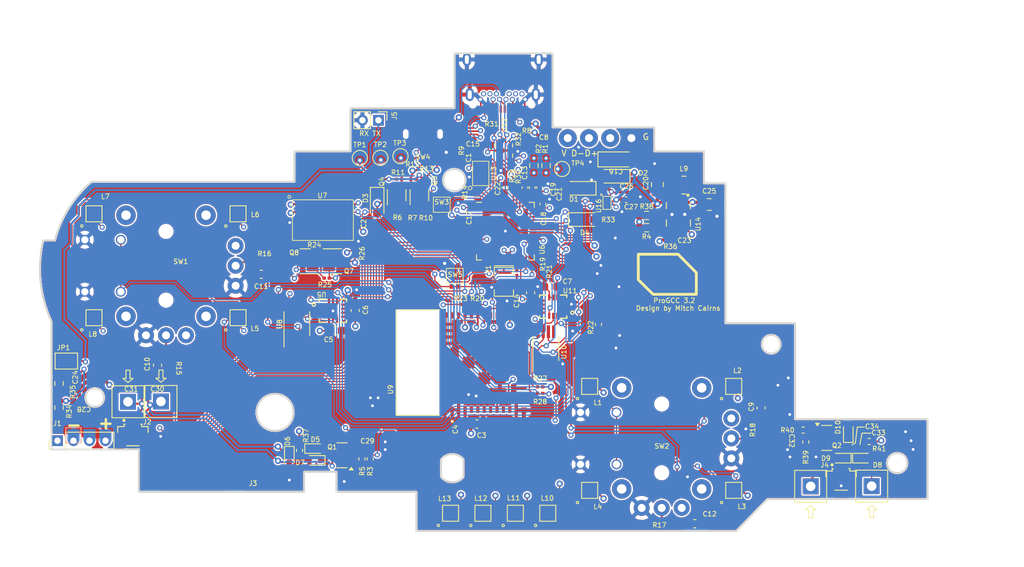
<source format=kicad_pcb>
(kicad_pcb (version 20240108) (generator "pcbnew") (generator_version "8.0")
  (title_block (title "ProGCC 3.1 Main Logic Board") (date "2023-04-15") (rev "1") (company "HHL"))
  (layers (0 "F.Cu" signal) (1 "In1.Cu" signal) (2 "In2.Cu" signal) (31 "B.Cu" signal) (34 "B.Paste" user) (35 "F.Paste" user) (36 "B.SilkS" user "B.Silkscreen") (37 "F.SilkS" user "F.Silkscreen") (38 "B.Mask" user) (39 "F.Mask" user) (44 "Edge.Cuts" user))
  (net 0 "")
  (net 1 "+3V3")
  (net 2 "GND")
  (net 3 "BUTTON_RGB")
  (net 4 "SHARED_PU")
  (net 5 "+3.3V_PRE")
  (net 6 "+1V1")
  (net 7 "XTAL_OUT")
  (net 8 "N_DATA")
  (net 9 "N_CLOCK")
  (net 10 "/CC1")
  (net 11 "D+")
  (net 14 "USB_EN")
  (net 15 "VBUS_SYS")
  (net 16 "BATTERY_POS")
  (net 17 "XTAL_IN")
  (net 18 "/SWCLK")
  (net 19 "/SWD")
  (net 20 "/RUN")
  (net 21 "Push_A")
  (net 22 "Scan_C")
  (net 23 "Push_B")
  (net 24 "Scan_D")
  (net 25 "Scan_B")
  (net 26 "Push_C")
  (net 27 "Push_D")
  (net 28 "Scan_A")
  (net 29 "NFC")
  (net 30 "D-")
  (net 31 "N_LATCH")
  (net 32 "/CC2")
  (net 33 "SL_RGB")
  (net 34 "Net-(L1-DOUT)")
  (net 35 "Net-(L2-DOUT)")
  (net 36 "N_LATCH_3.3")
  (net 37 "N_CLOCK_3.3")
  (net 38 "N_DATA_3.3")
  (net 39 "RGB_OUT")
  (net 40 "LX")
  (net 41 "LY")
  (net 42 "RX")
  (net 43 "RY")
  (net 44 "Net-(L3-DOUT)")
  (net 45 "Net-(L5-DOUT)")
  (net 46 "LS_BUTTON")
  (net 47 "SPI_RX")
  (net 48 "Net-(L6-DOUT)")
  (net 49 "SR_RGB")
  (net 50 "Net-(U6-USB_DP)")
  (net 51 "Net-(U6-USB_DM)")
  (net 56 "MODE_BUTTON")
  (net 57 "BTN_PWR")
  (net 58 "UART0_TX")
  (net 59 "IMU0_CS")
  (net 60 "SPI_CK")
  (net 61 "SPI_TX")
  (net 62 "LADC_CS")
  (net 63 "RADC_CS")
  (net 64 "IMU1_CS")
  (net 69 "Net-(D4-A)")
  (net 70 "VBUS_PRE")
  (net 71 "BATTERY_TS_TIEDOWN")
  (net 72 "BATTERY_TS_SENSE")
  (net 73 "USB_SEL")
  (net 74 "ESP_RTS")
  (net 75 "ESP_EN")
  (net 76 "Net-(Q8-B)")
  (net 77 "ESP_DTR")
  (net 78 "ESP_IO0")
  (net 79 "USB_BOOT")
  (net 80 "Net-(U13-{slash}CS)")
  (net 81 "I2C_SCL")
  (net 82 "I2C_SDA")
  (net 83 "ESP_IO15")
  (net 84 "ESP_CTS")
  (net 85 "ESP_IO13")
  (net 86 "SIO3")
  (net 87 "SCLK")
  (net 88 "SIO0")
  (net 89 "SIO2")
  (net 90 "SIO1")
  (net 91 "UART_USB+")
  (net 92 "UART_USB-")
  (net 93 "ESP_RX0")
  (net 94 "ESP_TX0")
  (net 116 "RP_USB+")
  (net 117 "RP_USB-")
  (net 118 "unconnected-(U16-{slash}INT-PadA1)")
  (net 119 "Net-(Q7-B)")
  (net 120 "BAT_LVL")
  (net 121 "Net-(U14-EN)")
  (net 122 "Net-(U14-L1)")
  (net 123 "Net-(U14-L2)")
  (net 124 "VBUS")
  (net 125 "PLAYER_RGB")
  (net 126 "Net-(L10-DOUT)")
  (net 127 "Net-(L11-DOUT)")
  (net 130 "Net-(R19-Pad1)")
  (net 131 "Net-(L7-DOUT)")
  (net 132 "Net-(L12-DOUT)")
  (net 133 "Net-(SW1-X_OUT)")
  (net 134 "Net-(SW1-Y_OUT)")
  (net 135 "Net-(SW2-X_OUT)")
  (net 136 "Net-(SW2-Y_OUT)")
  (net 137 "LRA_L")
  (net 138 "LRA_OUT_L+")
  (net 139 "LRA_OUT_L-")
  (net 140 "LRA_R")
  (net 141 "LRA_OUT_R+")
  (net 142 "LRA_OUT_R-")
  (net 143 "Net-(Q1-B)")
  (net 144 "Net-(Q2-B)")
  (footprint "Capacitor_SMD:C_0201_0603Metric" (layer "F.Cu") (at 85.68 137.28)
    (property "Reference" "C28")
    (property "Value" "1u")
  )
  (footprint "Capacitor_SMD:C_0805_2012Metric" (layer "F.Cu") (at 164.27 110.77)
    (property "Reference" "C25")
    (property "Value" "10uF")
  )
  (footprint "hhl:TS35CA" (layer "F.Cu") (at 128.483519 101.89)
    (property "Reference" "SW4")
    (property "Value" "TS35CA" (hide yes))
  )
  (footprint "Resistor_SMD:R_0201_0603Metric" (layer "F.Cu") (at 139.6111 108.863094 -90)
    (property "Reference" "R29")
    (property "Value" "27")
  )
  (footprint "Diode_SMD:D_SOD-523" (layer "F.Cu") (at 180.721 142.494 180)
    (property "Reference" "D9")
    (property "Value" "M7C")
  )
  (footprint "hhl:SK6805-EC-10" (layer "F.Cu") (at 167.3202 133.522)
    (property "Reference" "L2")
    (property "Value" "SK6805-EC-10" (hide yes))
  )
  (footprint "Capacitor_SMD:C_0603_1608Metric" (layer "F.Cu") (at 120.018689 124.033755 -90)
    (property "Reference" "C6")
    (property "Value" "100nF")
  )
  (footprint "Resistor_SMD:R_0603_1608Metric_Pad0.98x0.95mm_HandSolder" (layer "F.Cu") (at 156.44 113.67)
    (property "Reference" "R4")
    (property "Value" "0R")
  )
  (footprint "Capacitor_SMD:C_0402_1005Metric" (layer "F.Cu") (at 153.8764 110.163 180)
    (property "Reference" "C27")
    (property "Value" "10uF")
  )
  (footprint "Resistor_SMD:R_0201_0603Metric" (layer "F.Cu") (at 170.739623 138.968477 90)
    (property "Reference" "R18")
    (property "Value" "1k")
  )
  (footprint "Resistor_SMD:R_0603_1608Metric_Pad0.98x0.95mm_HandSolder" (layer "F.Cu") (at 142.35 105.9 -90)
    (property "Reference" "R2")
    (property "Value" "0R")
  )
  (footprint "Package_SO:MSOP-8_3x3mm_P0.65mm" (layer "F.Cu") (at 112.7252 125.6792 90)
    (property "Reference" "U8")
    (property "Value" "MCP3002" (hide yes))
  )
  (footprint "Capacitor_SMD:C_0603_1608Metric_Pad1.08x0.95mm_HandSolder" (layer "F.Cu") (at 95.317457 130.880391 -90)
    (property "Reference" "C10")
    (property "Value" ".047u" (hide yes))
  )
  (footprint "Package_TO_SOT_SMD:SOT-363_SC-70-6" (layer "F.Cu") (at 125.1966 109.6061 90)
    (property "Reference" "Q4")
    (property "Value" "BSS138DW")
  )
  (footprint "Resistor_SMD:R_0402_1005Metric" (layer "F.Cu") (at 150.4188 125.7808 90)
    (property "Reference" "R22")
    (property "Value" "330" (hide yes))
  )
  (footprint "Diode_SMD:D_SOD-523" (layer "F.Cu") (at 114.9858 142.7734 180)
    (property "Reference" "D7")
    (property "Value" "M7C")
  )
  (footprint "Capacitor_SMD:C_0201_0603Metric" (layer "F.Cu") (at 121.158 141.224)
    (property "Reference" "C29")
    (property "Value" "100nF")
  )
  (footprint "Resistor_SMD:R_0201_0603Metric" (layer "F.Cu") (at 143.127 133.5836)
    (property "Reference" "R27")
    (property "Value" "0")
  )
  (footprint "Capacitor_SMD:C_0603_1608Metric_Pad1.08x0.95mm_HandSolder" (layer "F.Cu") (at 162.450004 150.698757 180)
    (property "Reference" "C12")
    (property "Value" ".047u" (hide yes))
  )
  (footprint "hhl:SK6805-EC-10" (layer "F.Cu") (at 87.377 111.9326)
    (property "Reference" "L7")
    (property "Value" "SK6805-EC-10" (hide yes))
  )
  (footprint "Diode_SMD:D_SOD-323_HandSoldering" (layer "F.Cu") (at 148.102626 108.74693 180)
    (property "Reference" "D1")
    (property "Value" "CUS08F30")
  )
  (footprint "Resistor_SMD:R_0201_0603Metric" (layer "F.Cu") (at 127.3408 111.6127 180)
    (property "Reference" "R7")
    (property "Value" "1k")
  )
  (footprint "Resistor_SMD:R_0402_1005Metric" (layer "F.Cu") (at 184.2516 140.4112)
    (property "Reference" "R41")
    (property "Value" "0R")
  )
  (footprint "Capacitor_SMD:C_0201_0603Metric" (layer "F.Cu") (at 134.9509 104.564294 90)
    (property "Reference" "C1")
    (property "Value" "100n")
  )
  (footprint "hhl:KS_8730" (layer "F.Cu") (at 176.9364 146.0213)
    (property "Reference" "T1" (hide yes))
    (property "Value" "36-8730" (hide yes))
  )
  (footprint "Resistor_SMD:R_0402_1005Metric" (layer "F.Cu") (at 113.0554 141.5288 90)
    (property "Reference" "R37")
    (property "Value" "0R")
  )
  (footprint "Package_DFN_QFN:QFN-56-1EP_7x7mm_P0.4mm_EP3.2x3.2mm" (layer "F.Cu") (at 138.7857 114.108094)
    (property "Reference" "U6")
    (property "Value" "RP2040" (hide yes))
  )
  (footprint "hhl:SK6805-EC-10" (layer "F.Cu") (at 105.377 124.9326)
    (property "Reference" "L5")
    (property "Value" "SK6805-EC-10" (hide yes))
  )
  (footprint "TestPoint:TestPoint_Pad_D1.5mm" (layer "F.Cu") (at 145.8722 106.3244)
    (property "Reference" "TP4")
    (property "Value" "TestPoint")
  )
  (footprint "hhl:MODULE_ESP32-PICO-MINI-02" (layer "F.Cu") (at 136.1442 130.5488 90)
    (property "Reference" "U9")
    (property "Value" "ESP32-PICO-MINI-02")
  )
  (footprint "Capacitor_SMD:C_0402_1005Metric" (layer "F.Cu") (at 142.1511 108.657294 90)
    (property "Reference" "C19")
    (property "Value" "1u" (hide yes))
  )
  (footprint "Resistor_SMD:R_0201_0603Metric" (layer "F.Cu") (at 125.5268 111.6127)
    (property "Reference" "R6")
    (property "Value" "1k")
  )
  (footprint "Diode_SMD:D_SOD-323_HandSoldering" (layer "F.Cu") (at 148.6916 112.649)
    (property "Reference" "D4")
    (property "Value" "CUS08F30" (hide yes))
  )
  (footprint "progcc_v3:KS_8730" (layer "F.Cu") (at 91.623896 135.44 180)
    (property "Reference" "T3" (hide yes))
    (property "Value" "36-8730" (hide yes))
  )
  (footprint "Capacitor_SMD:C_0201_0603Metric" (layer "F.Cu") (at 175.4124 140.2588 -90)
    (property "Reference" "C32")
    (property "Value" "100nF")
  )
  (footprint "hhl:SK6805-EC-10" (layer "F.Cu") (at 144.081226 149.389357)
    (property "Reference" "L10")
    (property "Value" "SK6805-EC-10" (hide yes))
  )
  (footprint "Diode_SMD:D_SOD-323_HandSoldering" (layer "F.Cu") (at 152.3492 107.2388 180)
    (property "Reference" "D2")
    (property "Value" "CUS08F30" (hide yes))
  )
  (footprint "Diode_SMD:D_SOD-523" (layer "F.Cu") (at 183.4388 142.494)
    (property "Reference" "D8")
    (property "Value" "M7C")
  )
  (footprint "Capacitor_SMD:C_0201_0603Metric" (layer "F.Cu") (at 134.2517 110.844294 90)
    (property "Reference" "C17")
    (property "Value" "100n")
  )
  (footprint "Package_TO_SOT_SMD:SOT-23" (layer "F.Cu") (at 178.943 139.9653)
    (property "Reference" "Q2")
    (property "Value" "MMBT2222A")
  )
  (footprint "TestPoint:TestPoint_Pad_D1.5mm" (layer "F.Cu") (at 123.1646 104.9274)
    (property "Reference" "TP2")
    (property "Value" "TestPoint")
  )
  (footprint "Resistor_SMD:R_0201_0603Metric" (layer "F.Cu") (at 141.2748 103.4288 -90)
    (property "Reference" "R32")
    (property "Value" "10k")
  )
  (footprint "Resistor_SMD:R_0201_0603Metric" (layer "F.Cu") (at 125.5014 107.5995)
    (property "Reference" "R11")
    (property "Value" "1k")
  )
  (footprint "Resistor_SMD:R_0402_1005Metric" (layer "F.Cu") (at 176.3268 140.4874 90)
    (property "Reference" "R39")
    (property "Value" "10k")
  )
  (footprint "Capacitor_SMD:C_0201_0603Metric" (layer "F.Cu") (at 93.2688 134.4422 90)
    (property "Reference" "C31")
    (property "Value" "1u")
  )
  (footprint "Resistor_SMD:R_0201_0603Metric" (layer "F.Cu") (at 143.127 134.3964 180)
    (property "Reference" "R28")
    (property "Value" "0")
  )
  (footprint "Resistor_SMD:R_0402_1005Metric" (layer "F.Cu") (at 120.8532 142.5956 -90)
    (property "Reference" "R5")
    (property "Value" "100R")
  )
  (footprint "Resistor_SMD:R_0201_0603Metric" (layer "F.Cu") (at 116.463023 119.981101)
    (property "Reference" "R25")
    (property "Value" "10k")
  )
  (footprint "hhl:VREG_V62_16624-01YE" (layer "F.Cu") (at 160.4 112 -90)
    (property "Reference" "U14")
    (property "Value" "TPS63001DRCR" (hide yes))
  )
  (footprint "Resistor_SMD:R_0603_1608Metric_Pad0.98x0.95mm_HandSolder" (layer "F.Cu") (at 156.44 112.14)
    (property "Reference" "R38")
    (property "Value" "0R")
  )
  (footprint "Capacitor_SMD:C_0603_1608Metric" (layer "F.Cu") (at 117.5391 126.547002 180)
    (property "Reference" "C5")
    (property "Value" "100nF")
  )
  (footprint "Resistor_SMD:R_0201_0603Metric" (layer "F.Cu") (at 140.3223 108.863094 -90)
    (property "Reference" "R30")
    (property "Value" "27")
  )
  (footprint "Capacitor_SMD:C_0201_0603Metric" (layer "F.Cu") (at 94.0562 134.4422 -90)
    (property "Reference" "C30")
    (property "Value" "1u")
  )
  (footprint "hhl:DSBGA" (layer "F.Cu") (at 151.4888 110.5694)
    (property "Reference" "U16")
    (property "Value" "BQ25180" (hide yes))
  )
  (footprint "hhl:JST_SM02B-SURS-TF_LF__SN_" (layer "F.Cu") (at 92.24 138.495)
    (property "Reference" "J2")
    (property "Value" "SM02B-SURS-TF_LF__SN_" (hide yes))
  )
  (footprint "hhl:USON-8-EP(2x3)" (layer "F.Cu") (at 135.6995 106.881894 90)
    (property "Reference" "U13")
    (property "Value" "GD25Q80EEIGR")
  )
  (footprint "Capacitor_SMD:C_0603_1608Metric_Pad1.08x0.95mm_HandSolder" (layer "F.Cu") (at 108.281309 119.497056)
    (property "Reference" "C11")
    (property "Value" ".047u" (hide yes))
  )
  (footprint "hhl:JST_SM02B-SURS-TF_LF__SN_" (layer "F.Cu") (at 180.73 144.055)
    (property "Reference" "J4")
    (property "Value" "SM02B-SURS-TF_LF__SN_")
  )
  (footprint "Capacitor_SMD:C_0201_0603Metric" (layer "F.Cu") (at 142.3924 103.0732)
    (property "Reference" "C8")
    (property "Value" "1u")
  )
  (footprint "Capacitor_Tantalum_SMD:CP_EIA-3216-18_Kemet-A" (layer "F.Cu") (at 152.654 105.1306)
    (property "Reference" "C16")
    (property "Value" "47uF 6.3v")
  )
  (footprint "hhl:SK6805-EC-10" (layer "F.Cu") (at 149.3202 146.522)
    (property "Reference" "L4")
    (property "Value" "SK6805-EC-10" (hide yes))
  )
  (footprint "Package_TO_SOT_SMD:SOT-23" (layer "F.Cu") (at 117.682223 117.872901)
    (property "Reference" "Q7")
    (property "Value" "MMBT3904")
  )
  (footprint "Jumper:SolderJumper-2_P1.3mm_Open_Pad1.0x1.5mm" (layer "F.Cu") (at 83.9216 130.3528)
    (property "Reference" "JP1")
    (property "Value" "SolderJumper_2_Open")
  )
  (footprint "Capacitor_SMD:C_0603_1608Metric" (layer "F.Cu") (at 141.938323 121.813129 -90)
    (property "Reference" "C14")
    (property "Value" "100nF")
  )
  (footprint "Connector_PinHeader_2.00mm:PinHeader_1x04_P2.00mm_Vertical" (layer "F.Cu") (at 82.81 140.31 90)
    (property "Reference" "J1")
    (property "Value" "Conn_01x04_Pin" (hide yes))
  )
  (footprint "Resistor_SMD:R_0201_0603Metric" (layer "F.Cu") (at 137.0584 101.7524)
    (property "Reference" "R31")
    (property "Value" "10k")
  )
  (footprint "Resistor_SMD:R_0201_0603Metric" (layer "F.Cu") (at 134.9756 109.244094 90)
    (property "Reference" "R14")
    (property "Value" "1k")
  )
  (footprint "Resistor_SMD:R_0201_0603Metric" (layer "F.Cu") (at 116.452423 115.764701)
    (property "Reference" "R24")
    (property "Value" "10k")
  )
  (footprint "Crystal:Resonator_SMD_Murata_CSTxExxV-3Pin_3.0x1.1mm" (layer "F.Cu") (at 138.5951 120.436494 -90)
    (property "Reference" "Y1")
    (property "Value" "Crystal_GND3")
  )
  (footprint "Capacitor_SMD:C_0402_1005Metric" (layer "F.Cu") (at 143.4719 110.717294 90)
    (property "Reference" "C18")
    (property "Value" "100n" (hide yes))
  )
  (footprint "hhl:SK6805-EC-10" (layer "F.Cu") (at 105.377 111.9326)
    (property "Reference" "L6")
    (property "Value" "SK6805-EC-10" (hide yes))
  )
  (footprint "Capacitor_SMD:C_0201_0603Metric" (layer "F.Cu") (at 136.3218 103.505 180)
    (property "Reference" "C15")
    (property "Value" "100n")
  )
  (footprint "Capacitor_SMD:C_0603_1608Metric" (layer "F.Cu") (at 135.2296 138.2268)
    (property "Reference" "C3")
    (property "Value" "10uF/10V (20%)")
  )
  (footprint "Capacitor_SMD:C_0603_1608Metric_Pad1.08x0.95mm_HandSolder" (layer "F.Cu") (at 170.738456 136.214581 -90)
    (property "Reference" "C9")
    (property "Value" ".047u" (hide yes))
  )
  (footprint "Capacitor_SMD:C_0201_0603Metric" (layer "F.Cu") (at 84.1756 132.6494 -90)
    (property "Reference" "C24")
    (property "Value" "100n")
  )
  (footprint "hhl:SK6805-EC-10" (layer "F.Cu") (at 167.3202 146.522)
    (property "Reference" "L3")
    (property "Value" "SK6805-EC-10" (hide yes))
  )
  (footprint "Package_TO_SOT_SMD:SOT-363_SC-70-6" (layer "F.Cu") (at 128.0414 109.6061 90)
    (property "Reference" "Q5")
    (property "Value" "BSS138DW")
  )
  (footprint "hhl:ESSOP-10" (layer "F.Cu") (at 115.977302 112.726102)
    (property "Reference" "U7")
    (property "Value" "CH340K" (hide yes))
  )
  (footprint "Resistor_SMD:R_0201_0603Metric" (layer "F.Cu") (at 159.645629 150.847756)
    (property "Reference" "R17")
    (property "Value" "1k")
  )
  (footprint "hhl:GL1807SYAE" (layer "F.Cu") (at 158.3202 140.022)
    (property "Reference" "SW2")
    (property "Value" "GL1807SYAE-002")
  )
  (footprint "Package_TO_SOT_SMD:SOT-23" (layer "F.Cu") (at 113.770623 117.872901 180)
    (property "Reference" "Q8")
    (property "Value" "MMBT3904")
  )
  (footprint "progcc_v3:HHL_Logo" (layer "F.Cu") (at 158.3422 119.9362)
    (property "Reference" "REF**" (hide yes))
    (property "Value" "HHL_Logo")
  )
  (footprint "Resistor_SMD:R_0201_0603Metric" (layer "F.Cu") (at 133.5532 123.2662 180)
    (property "Reference" "R23")
    (property "Value" "1k")
  )
  (footprint "hhl:1TS026A-1000-0550" (layer "F.Cu") (at 130.8354 110.7948 180)
    (property "Reference" "SW3")
    (property "Value" "1TS026A-1000-0550" (hide yes))
  )
  (footprint "Capacitor_SMD:C_0201_0603Metric" (layer "F.Cu") (at 181.6354 141.3002)
    (property "Reference" "C34")
    (property "Value" "1u")
  )
  (footprint "Resistor_SMD:R_0201_0603Metric" (layer "F.Cu") (at 108.685401 117.977059)
    (property "Reference" "R16")
    (property "Value" "1k")
  )
  (footprint "Capacitor_SMD:C_0603_1608Metric" (layer "F.Cu") (at 144.453194 121.0608)
    (property "Reference" "C7")
    (property "Value" "100nF")
  )
  (footprint "Capacitor_SMD:C_0402_1005Metric" (layer "F.Cu") (at 143.0655 108.657294 -90)
    (property "Reference" "C21")
    (property "Value" "100n" (hide yes))
  )
  (footprint "Capacitor_SMD:C_0201_0603Metric" (layer "F.Cu") (at 153.6732 109.274)
    (property "Reference" "C26")
    (property "Value" "1u")
  )
  (footprint "Resistor_SMD:R_0201_0603Metric" (layer "F.Cu") (at 140.7033 120.801094 90)
    (property "Reference" "R21")
    (property "Value" "10k")
  )
  (footprint "Package_TO_SOT_SMD:SOT-23" (layer "F.Cu") (at 118.364 142.1384 180)
    (property "Reference" "Q1")
    (property "Value" "MMBT2222A")
  )
  (footprint "Capacitor_SMD:C_0201_0603Metric" (layer "F.Cu") (at 120.225902 114.056302 -90)
    (property "Reference" "C2")
    (property "Value" "100n")
  )
  (footprint "Capacitor_SMD:C_0201_0603Metric" (layer "F.Cu") (at 183.1086 141.3002)
    (property "Reference" "C33")
    (property "Value" "1u")
  )
  (footprint "Capacitor_SMD:C_0402_1005Metric" (layer "F.Cu") (at 138.7475 108.659894 -90)
    (property "Reference" "C22")
    (property "Value" "100n" (hide yes))
  )
  (footprint "Connector_PinHeader_2.00mm:PinHeader_1x02_P2.00mm_Vertical" (layer "F.Cu") (at 122.92 100.2284 -90)
    (property "Reference" "J5")
    (property "Value" "Conn_01x02_Pin" (hide yes))
  )
  (footprint "hhl:SK6805-EC-10" (layer "F.Cu") (at 135.981226 149.389357)
    (property "Reference" "L12")
    (property "Value" "SK6805-EC-10" (hide yes))
  )
  (footprint "TestPoint:TestPoint_Pad_D1.5mm" (layer "F.Cu") (at 120.5992 104.9528)
    (property "Reference" "TP1")
    (property "Value" "TestPoint")
  )
  (footprint "Capacitor_SMD:C_0402_1005Metric" (layer "F.Cu") (at 141.2367 108.659894 -90)
    (property "Reference" "C13")
    (property "Value" "100n" (hide yes))
  )
  (footprint "progcc_v3:molex_5051101492_14P" (layer "F.Cu") (at 99.79 145.28)
    (property "Reference" "J3")
    (property "Value" "To Button Board")
  )
  (footprint "TestPoint:TestPoint_Pad_D1.5mm" (layer "F.Cu") (at 125.6792 104.7242)
    (property "Reference" "TP3")
    (property "Value" "TestPoint")
  )
  (footprint "Resistor_SMD:R_0603_1608Metric" (layer "F.Cu") (at 83.0072 133.1468 -90)
    (property "Reference" "R35")
    (property "Value" "75k")
  )
  (footprint "Resistor_SMD:R_0201_0603Metric" (layer "F.Cu") (at 127.3048 107.5995 180)
    (property "Reference" "R12")
    (property "Value" "1k")
  )
  (footprint "progcc_v3:Shou Han Type-C 24P QCHT" (layer "F.Cu") (at 138.46 90.775 180)
    (property "Reference" "J9" (hide yes))
    (property "Value" "USB_C_Receptacle" (hide yes))
  )
  (footprint "Package_DFN_QFN:Texas_UQFN-10_1.5x2mm_P0.5mm" (layer "F.Cu") (at 138.557 104.013 90)
    (property "Reference" "U12")
    (property "Value" "PI3USB4000A" (hide yes))
  )
  (footprint "Package_SO:MSOP-8_3x3mm_P0.65mm" (layer "F.Cu") (at 143.8402 128.8034 90)
    (property "Reference" "U10")
    (property "Value" "MCP3002" (hide yes))
  )
  (footprint "hhl:1TS026A-1000-0550" (layer "F.Cu") (at 132.461 119.7102)
    (property "Reference" "SW5")
    (property "Value" "1TS026A-1000-0550")
  )
  (footprint "Diode_SMD:D_SOD-523" (layer "F.Cu") (at 181.6354 139.2682 90)
    (property "Reference" "D10")
    (property "Value" "M7C")
  )
  (footprint "Diode_SMD:D_SOD-523" (layer "F.Cu") (at 114.9858 141.3002)
    (property "Reference" "D5")
    (property "Value" "M7C")
  )
  (footprint "Resistor_SMD:R_0201_0603Metric" (layer "F.Cu") (at 128.7526 107.5995)
    (property "Reference" "R13")
    (property "Value" "1k")
  )
  (footprint "Resistor_SMD:R_0201_0603Metric" (layer "F.Cu") (at 140.2207 119.344294 90)
    (property "Reference" "R19")
    (property "Value" "1k")
  )
  (footprint "Resistor_SMD:R_0201_0603Metric" (layer "F.Cu") (at 96.933652 131.252363 -90)
    (property "Reference" "R15")
    (property "Value" "1k")
  )
  (footprint "Capacitor_SMD:C_0201_0603Metric" (layer "F.Cu") (at 133.2484 138.2014 90)
    (property "Reference" "C4")
    (property "Value" "100n")
  )
  (footprint "hhl:SK6805-EC-10" (layer "F.Cu") (at 87.377 124.9326)
    (property "Reference" "L8")
    (property "Value" "SK6805-EC-10" (hide yes))
  )
  (footprint "hhl:LGA14" (layer "F.Cu") (at 144.7618 123.5456)
    (property "Reference" "U11")
    (property "Value" "ST_LSM6" (hide yes))
  )
  (footprint "Diode_SMD:D_SOD-523" (layer "F.Cu") (at 111.7854 142.2908 -90)
    (property "Reference" "D6")
    (property "Value" "M7C")
  )
  (footprint "Resistor_SMD:R_0201_0603Metric" (layer "F.Cu") (at 128.7632 111.6127)
    (property "Reference" "R10")
    (property "Value" "1k")
  )
  (footprint "Resistor_SMD:R_0603_1608Metric_Pad0.98x0.95mm_HandSolder" (layer "F.Cu") (at 143.87 105.9 -90)
    (property "Reference" "R1")
    (property "Value" "0R")
  )
  (footprint "Resistor_SMD:R_0201_0603Metric" (layer "F.Cu") (at 151.4634 111.8648)
    (property "Reference" "R33")
    (property "Value" "10k")
  )
  (footprint "hhl:SK6805-EC-10" (layer "F.Cu") (at 131.931226 149.389357)
    (property "Reference" "L13")
    (property "Value" "SK6805-EC-10" (hide yes))
  )
  (footprint "hhl:LGA14" (layer "F.Cu") (at 117.2392 124.0536 180)
    (property "Reference" "U5")
    (property "Value" "ST_LSM6" (hide yes))
  )
  (footprint "Inductor_SMD:L_1008_2520Metric" (layer "F.Cu") (at 161.09 108.34)
    (property "Reference" "L9")
    (property "Value" "1.3A 2.2uH ±20% 80mΩ")
  )
  (footprint "Resistor_SMD:R_0201_0603Metric" (layer "F.Cu") (at 132.2578 104.0384 -90)
    (property "Reference" "R9")
    (property "Value" "5.1k")
  )
  (footprint "hhl:GL1807SYAE" (layer "F.Cu") (at 96.377 118.4326)
    (property "Reference" "SW1")
    (property "Value" "GL1807SYAE-002")
  )
  (footprint "Capacitor_SMD:C_0201_0603Metric" (layer "F.Cu") (at 160.218077 114.40295 180)
    (property "Reference" "C23")
    (property "Value" "100n")
  )
  (footprint "Diode_SMD:D_SOD-323_HandSoldering" (layer "F.Cu") (at 122.7582 110.6424 -90)
    (property "Reference" "D3")
    (property "Value" "CUS08F30")
  )
  (footprint "Resistor_SMD:R_0603_1608Metric" (layer "F.Cu") (at 83.0072 136.1826 90)
    (property "Reference" "R34")
    (property "Value" "75k")
  )
  (footprint "Resistor_SMD:R_0201_0603Metric" (layer "F.Cu") (at 159.578348 115.214226)
    (property "Reference" "R36")
    (property "Value" "100")
  )
  (footprint "hhl:SK6805-EC-10" (layer "F.Cu") (at 149.3202 133.522)
    (property "Reference" "L1")
    (property "Value" "SK6805-EC-10" (hide yes))
  )
  (footprint "hhl:SK6805-EC-10" (layer "F.Cu") (at 140.031226 149.389357)
    (property "Reference" "L11")
    (property "Value" "SK6805-EC-10" (hide yes))
  )
  (footprint "Resistor_SMD:R_0402_1005Metric" (layer "F.Cu") (at 121.8946 142.5956 90)
    (property "Reference" "R3")
    (property "Value" "10k")
  )
  (footprint "progcc_v3:KS_8730" (layer "F.Cu") (at 95.74 135.41 180)
    (property "Reference" "T2" (hide yes))
    (property "Value" "36-8730" (hide yes))
  )
  (footprint "progcc_v3:KS_8730" (layer "F.Cu") (at 184.5564 145.9959)
    (property "Reference" "T4" (hide yes))
    (property "Value" "36-8730" (hide yes))
  )
  (footprint "Resistor_SMD:R_0402_1005Metric" (layer "F.Cu") (at 175.9966 138.9888)
    (property "Reference" "R40")
    (property "Value" "100R")
  )
  (footprint "Capacitor_SMD:C_0805_2012Metric" (layer "F.Cu") (at 157.782026 108.27467 -90)
    (property "Reference" "C20")
    (property "Value" "10uF")
  )
  (footprint "Resistor_SMD:R_0201_0603Metric" (layer "F.Cu") (at 141.3764 102.3112)
    (property "Reference" "R8")
    (property "Value" "5.1k")
  )
  (footprint "Resistor_SMD:R_0201_0603Metric" (layer "F.Cu") (at 120.019023 116.882301 -90)
    (property "Reference" "R26")
    (property "Value" "10k")
  )
  (footprint "Resistor_SMD:R_0201_0603Metric" (layer "F.Cu") (at 135.0264 123.2662 180)
    (property "Reference" "R20")
    (property "Value" "1k")
  )
  (footprint "" (layer "B.Cu") (at 88.8106 139.6274 180)
    (property "Reference" "")
    (property "Value" "")
  )
  (footprint "" (layer "B.Cu") (at 86.8106 139.6024 180)
    (property "Reference" "")
    (property "Value" "")
  )
  (footprint "TestPoint:TestPoint_Pad_1.5x1.5mm" (layer "B.Cu") (at 84.8106 139.6274 180)
    (property "Reference" "REF**" (hide yes))
    (property "Value" "TestPoint_Pad_1.5x1.5mm" (hide yes))
  )
  (gr_line (start 182.5244 140.589) (end 182.7657 138.6078) (stroke (width 0.12)) (layer "F.SilkS"))
  (gr_line (start 182.0926 140.843) (end 182.5244 140.589) (stroke (width 0.12)) (layer "F.SilkS"))
  (gr_line (start 183.3626 139.3698) (end 183.0832 140.7922) (stroke (width 0.12)) (layer "F.SilkS"))
  (gr_line (start 182.7657 138.6078) (end 183.6547 138.6078) (stroke (width 0.12)) (layer "F.SilkS"))
  (gr_line (start 183.3626 139.3698) (end 184.4802 139.3698) (stroke (width 0.12)) (layer "F.SilkS"))
  (gr_line (start 163.606225 108.114358) (end 166.306225 108.114358) (stroke (width 0.2)) (layer "Edge.Cuts"))
  (gr_line (start 171.556225 147.614357) (end 167.656225 151.614357) (stroke (width 0.2)) (layer "Edge.Cuts"))
  (gr_line (start 127.656226 151.614357) (end 127.656226 146.714357) (stroke (width 0.2)) (layer "Edge.Cuts"))
  (gr_circle (center 132.406226 107.714358) (end 132.406226 109.089358) (stroke (width 0.2)) (fill none) (layer "Edge.Cuts"))
  (gr_line (start 191.556225 137.614357) (end 191.556225 147.614357) (stroke (width 0.2)) (layer "Edge.Cuts"))
  (gr_arc (start 130.756226 142.7) (mid 132.156226 142) (end 133.556226 142.7) (stroke (width 0.2)) (layer "Edge.Cuts"))
  (gr_line (start 166.306225 125.614358) (end 175.006225 125.614358) (stroke (width 0.2)) (layer "Edge.Cuts"))
  (gr_line (start 163.606225 104.114358) (end 163.606225 108.114358) (stroke (width 0.2)) (layer "Edge.Cuts"))
  (gr_line (start 132.406226 98.714358) (end 132.406226 91.864358) (stroke (width 0.2)) (layer "Edge.Cuts"))
  (gr_line (start 117.656226 144.214357) (end 113.656226 144.214357) (stroke (width 0.2)) (layer "Edge.Cuts"))
  (gr_line (start 92.956226 141.414357) (end 82.056226 141.414357) (stroke (width 0.2)) (layer "Edge.Cuts"))
  (gr_line (start 175.006225 125.614358) (end 175.006225 137.614357) (stroke (width 0.2)) (layer "Edge.Cuts"))
  (gr_line (start 127.656226 146.714357) (end 117.656226 146.714357) (stroke (width 0.2)) (layer "Edge.Cuts"))
  (gr_line (start 87.056226 107.914358) (end 112.406226 107.914358) (stroke (width 0.2)) (layer "Edge.Cuts"))
  (gr_circle (center 187.75 143.11) (end 189 143.11) (stroke (width 0.2)) (fill none) (layer "Edge.Cuts"))
  (gr_line (start 144.706225 91.864358) (end 144.706225 101.114358) (stroke (width 0.2)) (layer "Edge.Cuts"))
  (gr_line (start 92.956226 146.714357) (end 92.956226 141.414357) (stroke (width 0.2)) (layer "Edge.Cuts"))
  (gr_line (start 119.406226 98.714358) (end 132.406226 98.714358) (stroke (width 0.2)) (layer "Edge.Cuts"))
  (gr_line (start 157.406225 101.114358) (end 157.406225 104.114358) (stroke (width 0.2)) (layer "Edge.Cuts"))
  (gr_line (start 113.656226 146.714357) (end 92.956226 146.714357) (stroke (width 0.2)) (layer "Edge.Cuts"))
  (gr_line (start 167.656225 151.614357) (end 127.656226 151.614357) (stroke (width 0.2)) (layer "Edge.Cuts"))
  (gr_line (start 81.016754 115.258145) (end 82.492713 115.258145) (stroke (width 0.2)) (layer "Edge.Cuts"))
  (gr_line (start 82.056226 141.414357) (end 82.056226 125.414358) (stroke (width 0.2)) (layer "Edge.Cuts"))
  (gr_line (start 157.406225 104.114358) (end 163.606225 104.114358) (stroke (width 0.2)) (layer "Edge.Cuts"))
  (gr_circle (center 87.475 134.914358) (end 87.475 136.064358) (stroke (width 0.2)) (fill none) (layer "Edge.Cuts"))
  (gr_line (start 112.406226 104.114358) (end 119.406226 104.114358) (stroke (width 0.2)) (layer "Edge.Cuts"))
  (gr_line (start 117.656226 146.714357) (end 117.656226 144.214357) (stroke (width 0.2)) (layer "Edge.Cuts"))
  (gr_circle (center 110 136.775) (end 110 139.075) (stroke (width 0.2)) (fill none) (layer "Edge.Cuts"))
  (gr_line (start 112.406226 107.914358) (end 112.406226 104.114358) (stroke (width 0.2)) (layer "Edge.Cuts"))
  (gr_line (start 132.406226 91.864358) (end 144.706225 91.864358) (stroke (width 0.2)) (layer "Edge.Cuts"))
  (gr_line (start 113.656226 144.214357) (end 113.656226 146.714357) (stroke (width 0.2)) (layer "Edge.Cuts"))
  (gr_line (start 175.006225 137.614357) (end 191.556225 137.614357) (stroke (width 0.2)) (layer "Edge.Cuts"))
  (gr_line (start 191.556225 147.614357) (end 171.556225 147.614357) (stroke (width 0.2)) (layer "Edge.Cuts"))
  (gr_line (start 119.406226 104.114358) (end 119.406226 98.714358) (stroke (width 0.2)) (layer "Edge.Cuts"))
  (gr_arc (start 82.056226 125.414358) (mid 80.693295 120.422551) (end 81.016754 115.258145) (stroke (width 0.2)) (layer "Edge.Cuts"))
  (gr_arc (start 82.492713 115.258144) (mid 84.208662 111.234652) (end 87.056226 107.914358) (stroke (width 0.2)) (layer "Edge.Cuts"))
  (gr_circle (center 172 128.25) (end 172 129.4) (stroke (width 0.2)) (fill none) (layer "Edge.Cuts"))
  (gr_line (start 166.306225 108.114358) (end 166.306225 125.614358) (stroke (width 0.2)) (layer "Edge.Cuts"))
  (gr_arc (start 133.556226 144.8) (mid 132.156226 145.5) (end 130.756226 144.8) (stroke (width 0.2)) (layer "Edge.Cuts"))
  (gr_line (start 144.706225 101.114358) (end 157.406225 101.114358) (stroke (width 0.2)) (layer "Edge.Cuts"))
  (gr_line (start 130.756226 144.8) (end 130.756226 142.7) (stroke (width 0.2)) (layer "Edge.Cuts"))
  (gr_line (start 133.556226 142.7) (end 133.556226 144.8) (stroke (width 0.2)) (layer "Edge.Cuts"))
  (gr_text "RX TX" (at 121.8692 101.8794 0) (layer "F.SilkS") (effects (font (size 0.6 0.6) (thickness 0.1))))
  (gr_text "G" (at 155.8798 102.743 0) (layer "F.SilkS") (effects (font (size 0.75 0.75) (thickness 0.12)) (justify left bottom)))
  (gr_text "+" (at 87.7316 138.9634 0) (layer "F.SilkS") (effects (font (size 1.5 1.5) (thickness 0.3) (bold yes)) (justify left bottom)))
  (gr_text "ProGCC 3.2" (at 159.893 122.7836 0) (layer "F.SilkS") (effects (font (size 0.6 0.6) (thickness 0.1))))
  (gr_text "V D-D+" (at 145.7198 104.8004 0) (layer "F.SilkS") (effects (font (size 0.75 0.75) (thickness 0.12)) (justify left bottom)))
  (gr_text "Design by Mitch Cairns" (at 160.3742 123.7462 0) (layer "F.SilkS") (effects (font (size 0.6 0.6) (thickness 0.1))))
  (gr_text "-" (at 83.7438 139.192 0) (layer "F.SilkS") (effects (font (size 1.5 1.5) (thickness 0.3) (bold yes)) (justify left bottom)))
  (segment (start 126.583519 100.84) (end 130.383519 100.84) (width 0.25) (layer "F.Cu") (net 0))
  (segment (start 124.1755 109.6061) (end 125.1966 109.6061) (width 0.25) (layer "F.Cu") (net 1))
  (segment (start 185.7502 140.2842) (end 185.6232 140.4112) (width 0.25) (layer "F.Cu") (net 1))
  (segment (start 143.352017 115.11) (end 142.225106 115.11) (width 0.2) (layer "F.Cu") (net 1))
  (segment (start 145.228194 120.049406) (end 145.3134 119.9642) (width 0.2) (layer "F.Cu") (net 1))
  (segment (start 119.218503 116.562301) (end 119.006702 116.774102) (width 0.15) (layer "F.Cu") (net 1))
  (segment (start 128.0414 110.5561) (end 128.0414 111.2109) (width 0.25) (layer "F.Cu") (net 1))
  (segment (start 127.8128 109.6061) (end 128.0414 109.3775) (width 0.25) (layer "F.Cu") (net 1))
  (segment (start 134.9509 104.884294) (end 134.9509 105.680494) (width 0.2) (layer "F.Cu") (net 1))
  (segment (start 138.7475 109.139894) (end 138.9857 109.378094) (width 0.2) (layer "F.Cu") (net 1))
  (segment (start 162.3 110.502417) (end 161.487325 110.502417) (width 0.4) (layer "F.Cu") (net 1))
  (segment (start 105.712 125.2676) (end 105.712 126.159) (width 0.15) (layer "F.Cu") (net 1))
  (segment (start 133.2484 137.8814) (end 133.3906 137.8814) (width 0.4) (layer "F.Cu") (net 1))
  (segment (start 120.019023 116.562301) (end 119.218503 116.562301) (width 0.15) (layer "F.Cu") (net 1))
  (segment (start 133.7442 137.5164) (end 133.7499 137.5221) (width 0.4) (layer "F.Cu") (net 1))
  (segment (start 142.1511 109.137294) (end 143.0655 109.137294) (width 0.2) (layer "F.Cu") (net 1))
  (segment (start 120.04 126) (end 120.018689 125.978689) (width 0.2) (layer "F.Cu") (net 1))
  (segment (start 128.0414 111.2109) (end 128.4432 111.6127) (width 0.25) (layer "F.Cu") (net 1))
  (segment (start 133.7499 137.5221) (end 134.4546 138.2268) (width 0.4) (layer "F.Cu") (net 1))
  (segment (start 120.018689 125.978689) (end 120.018689 124.808755) (width 0.2) (layer "F.Cu") (net 1))
  (segment (start 87.712 125.2676) (end 87.712 125.7612) (width 0.15) (layer "F.Cu") (net 1))
  (segment (start 142.2232 111.508094) (end 142.7319 111.508094) (width 0.15) (layer "F.Cu") (net 1))
  (segment (start 128.0414 109.3775) (end 128.0414 108.6561) (width 0.25) (layer "F.Cu") (net 1))
  (segment (start 149.6552 146.857) (end 150.3622 146.857) (width 0.2) (layer "F.Cu") (net 1))
  (segment (start 140.926929 122.588129) (end 141.938323 122.588129) (width 0.15) (layer "F.Cu") (net 1))
  (segment (start 143.0427 111.197294) (end 143.4719 111.197294) (width 0.15) (layer "F.Cu") (net 1))
  (segment (start 116.7392 125.2016) (end 116.7392 126.522102) (width 0.2) (layer "F.Cu") (net 1))
  (segment (start 143.520073 115.278056) (end 143.352017 115.11) (width 0.2) (layer "F.Cu") (net 1))
  (segment (start 135.3482 115.108094) (end 136.444094 115.108094) (width 0.15) (layer "F.Cu") (net 1))
  (segment (start 145.2618 122.3976) (end 145.2618 121.094406) (width 0.2) (layer "F.Cu") (net 1))
  (segment (start 162.752417 110.502417) (end 162.3 110.502417) (width 0.4) (layer "F.Cu") (net 1))
  (segment (start 161.4 113.83) (end 161.4 113.4) (width 0.2) (layer "F.Cu") (net 1))
  (segment (start 135.3464 123.2662) (end 136.1694 123.2662) (width 0.15) (layer "F.Cu") (net 1))
  (segment (start 140.366226 149.724357) (end 141.175643 149.724357) (width 0.15) (layer "F.Cu") (net 1))
  (segment (start 139.3857 110.670594) (end 139.3857 110.075894) (width 0.2) (layer "F.Cu") (net 1))
  (segment (start 118.727302 110.726102) (end 120.236098 110.726102) (width 0.25) (layer "F.Cu") (net 1))
  (segment (start 136.316226 149.724357) (end 137.175643 149.724357) (width 0.15) (layer "F.Cu") (net 1))
  (segment (start 134.4546 139.3568) (end 134.493 139.3952) (width 0.4) (layer "F.Cu") (net 1))
  (segment (start 143.3638 122.7956) (end 142.145794 122.7956) (width 0.25) (layer "F.Cu") (net 1))
  (segment (start 162.08 114.51) (end 161.4 113.83) (width 0.2) (layer "F.Cu") (net 1))
  (segment (start 133.7442 136.4488) (end 133.7442 137.5164) (width 0.4) (layer "F.Cu") (net 1))
  (segment (start 123.0884 110.6932) (end 124.1755 109.6061) (width 0.25) (layer "F.Cu") (net 1))
  (segment (start 141.8717 109.752094) (end 142.1511 109.472694) (width 0.2) (layer "F.Cu") (net 1))
  (segment (start 143.0655 109.137294) (end 143.0655 109.523494) (width 0.2) (layer "F.Cu") (net 1))
  (segment (start 120.225902 113.736302) (end 118.737502 113.736302) (width 0.15) (layer "F.Cu") (net 1))
  (segment (start 140.9857 110.670594) (end 140.9857 110.206294) (width 0.2) (layer "F.Cu") (net 1))
  (segment (start 127.8128 109.6061) (end 128.0414 109.8347) (width 0.25) (layer "F.Cu") (net 1))
  (segment (start 145.2618 121.094406) (end 145.228194 121.0608) (width 0.2) (layer "F.Cu") (net 1))
  (segment (start 97.04 140.16) (end 97.04 142.03) (width 0.15) (layer "F.Cu") (net 1))
  (segment (start 87.712 112.2676) (end 87.712 112.9342) (width 0.15) (layer "F.Cu") (net 1))
  (segment (start 142.8652 126.6909) (end 142.8652 125.4662) (width 0.15) (layer "F.Cu") (net 1))
  (segment (start 143.0655 109.523494) (end 142.8369 109.752094) (width 0.2) (layer "F.Cu") (net 1))
  (segment (start 135.3482 111.508094) (end 134.9409 111.508094) (width 0.15) (layer "F.Cu") (net 1))
  (segment (start 144.416226 149.724357) (end 145.185643 149.724357) (width 0.15) (layer "F.Cu") (net 1))
  (segment (start 162.199722 110.502417) (end 162.175896 110.478591) (width 0.4) (layer "F.Cu") (net 1))
  (segment (start 105.712 113.2304) (end 106.0704 113.5888) (width 0.15) (layer "F.Cu") (net 1))
  (segment (start 118.737502 113.736302) (end 118.727302 113.726102) (width 0.15) (layer "F.Cu") (net 1))
  (segment (start 141.3857 110.670594) (end 141.3857 109.806294) (width 0.2) (layer "F.Cu") (net 1))
  (segment (start 137.9675 107.693212) (end 138.20869 107.452022) (width 0.2) (layer "F.Cu") (net 1))
  (segment (start 144.293494 111.197294) (end 144.2974 111.2012) (width 0.15) (layer "F.Cu") (net 1))
  (segment (start 138.9857 109.675894) (end 138.9857 110.670594) (width 0.2) (layer "F.Cu") (net 1))
  (segment (start 125.1966 111.6025) (end 125.2068 111.6127) (width 0.25) (layer "F.Cu") (net 1))
  (segment (start 111.7502 122.0314) (end 111.8616 121.92) (width 0.15) (layer "F.Cu") (net 1))
  (segment (start 136.757487 104.013) (end 136.555272 104.215215) (width 0.15) (layer "F.Cu") (net 1))
  (segment (start 121.031 114.173) (end 120.594302 113.736302) (width 0.15) (layer "F.Cu") (net 1))
  (segment (start 145.185643 149.724357) (end 145.57 149.34) (width 0.15) (layer "F.Cu") (net 1))
  (segment (start 168.7518 146.857) (end 169.0624 147.1676) (width 0.2) (layer "F.Cu") (net 1))
  (segment (start 150.621 133.857) (end 151.0538 134.2898) (width 0.2) (layer "F.Cu") (net 1))
  (segment (start 136.444094 115.108094) (end 136.4488 115.1128) (width 0.15) (layer "F.Cu") (net 1))
  (segment (start 138.7475 109.139894) (end 138.4401 109.139894) (width 0.2) (layer "F.Cu") (net 1))
  (segment (start 167.6552 146.857) (end 168.7518 146.857) (width 0.2) (layer "F.Cu") (net 1))
  (segment (start 150.3622 146.857) (end 151.0538 147.5486) (width 0.2) (layer "F.Cu") (net 1))
  (segment (start 136.6418 103.505) (end 136.6418 104.128687) (width 0.15) (layer "F.Cu") (net 1))
  (segment (start 125.1966 108.6561) (end 125.1966 109.6061) (width 0.25) (layer "F.Cu") (net 1))
  (segment (start 185.6232 140.4112) (end 184.7616 140.4112) (width 0.25) (layer "F.Cu") (net 1))
  (segment (start 133.567094 111.164294) (end 133.5532 111.1504) (width 0.15) (layer "F.Cu") (net 1))
  (segment (start 120.013534 124.8036) (end 120.018689 124.808755) (width 0.2) (layer "F.Cu") (net 1))
  (segment (start 142.8652 125.4662) (end 142.494 125.095) (width 0.15) (layer "F.Cu") (net 1))
  (segment (start 128.0414 111.2321) (end 127.6608 111.6127) (width 0.25) (layer "F.Cu") (net 1))
  (segment (start 116.7641 126.547002) (end 116.742902 126.5682) (width 0.2) (layer "F.Cu") (net 1))
  (segment (start 142.8369 109.752094) (end 141.8717 109.752094) (width 0.2) (layer "F.Cu") (net 1))
  (segment (start 113.0554 139.1666) (end 113.0046 139.1158) (width 0.25) (layer "F.Cu") (net 1))
  (segment (start 116.742902 126.5682) (end 115.5954 126.5682) (width 0.2) (layer "F.Cu") (net 1))
  (segment (start 105.712 112.2676) (end 105.712 113.2304) (width 0.15) (layer "F.Cu") (net 1))
  (segment (start 162.3 110.502417) (end 162.199722 110.502417) (width 0.4) (layer "F.Cu") (net 1))
  (segment (start 132.266226 149.724357) (end 133.075643 149.724357) (width 0.15) (layer "F.Cu") (net 1))
  (segment (start 140.7033 121.121094) (end 140.7033 122.3645) (width 0.15) (layer "F.Cu") (net 1))
  (segment (start 138.4401 109.139894) (end 137.9675 108.667294) (width 0.2) (layer "F.Cu") (net 1))
  (segment (start 145.228194 121.0608) (end 145.228194 120.049406) (width 0.2) (layer "F.Cu") (net 1))
  (segment (start 134.2136 106.2228) (end 134.754506 105.681894) (width 0.2) (layer "F.Cu") (net 1))
  (segment (start 122.7836 110.6932) (end 122.7836 111.867) (width 0.25) (layer "F.Cu") (net 1))
  (segment (start 134.5971 111.164294) (end 134.2517 111.164294) (width 0.15) (layer "F.Cu") (net 1))
  (segment (start 134.2517 111.164294) (end 133.567094 111.164294) (width 0.15) (layer "F.Cu") (net 1))
  (segment (start 136.6418 104.128687) (end 136.555272 104.215215) (width 0.15) (layer "F.Cu") (net 1))
  (segment (start 125.1966 110.5561) (end 125.1966 111.6025) (width 0.25) (layer "F.Cu") (net 1))
  (segment (start 133.2332 123.2662) (end 131.064 123.2662) (width 0.15) (layer "F.Cu") (net 1))
  (segment (start 141.4399 109.752094) (end 141.8717 109.752094) (width 0.2) (layer "F.Cu") (net 1))
  (segment (start 142.225106 115.11) (end 142.2232 115.108094) (width 0.2) (layer "F.Cu") (net 1))
  (segment (start 134.4546 138.2268) (end 134.4546 139.3568) (width 0.4) (layer "F.Cu") (net 1))
  (segment (start 118.6372 124.8036) (end 120.013534 124.8036) (width 0.2) (layer "F.Cu") (net 1))
  (segment (start 134.754506 105.681894) (end 134.9495 105.681894) (width 0.2) (layer "F.Cu") (net 1))
  (segment (start 139.3857 110.075894) (end 138.9857 109.675894) (width 0.2) (layer "F.Cu") (net 1))
  (segment (start 141.175643 149.724357) (end 141.51 149.39) (width 0.15) (layer "F.Cu") (net 1))
  (segment (start 149.6552 133.857) (end 150.621 133.857) (width 0.2) (layer "F.Cu") (net 1))
  (segment (start 133.075643 149.724357) (end 133.24 149.56) (width 0.15) (layer "F.Cu") (net 1))
  (segment (start 167.6552 134.813) (end 167.6552 133.857) (width 0.2) (layer "F.Cu") (net 1))
  (segment (start 138.9857 116.848294) (end 138.6205 116.483094) (width 0.2) (layer "F.Cu") (net 1))
  (segment (start 95.59 138.71) (end 97.04 140.16) (width 0.15) (layer "F.Cu") (net 1))
  (segment (start 105.712 126.159) (end 106.0958 126.5428) (width 0.15) (layer "F.Cu") (net 1))
  (segment (start 134.9509 105.680494) (end 134.9495 105.681894) (width 0.2) (layer "F.Cu") (net 1))
  (segment (start 141.51 149.39) (end 141.51 147.19) (width 0.15) (layer "F.Cu") (net 1))
  (segment (start 163.2 110.95) (end 162.752417 110.502417) (width 0.4) (layer "F.Cu") (net 1))
  (segment (start 136.1694 123.2662) (end 136.2964 123.1392) (width 0.15) (layer "F.Cu") (net 1))
  (segment (start 128.0414 109.8347) (end 128.0414 110.5561) (width 0.25) (layer "F.Cu") (net 1))
  (segment (start 140.9857 110.206294) (end 141.4399 109.752094) (width 0.2) (layer "F.Cu") (net 1))
  (segment (start 134.9409 111.508094) (end 134.5971 111.164294) (width 0.15) (layer "F.Cu") (net 1))
  (segment (start 131.064 123.2662) (end 131.0132 123.317) (width 0.15) (layer "F.Cu") (net 1))
  (segment (start 137.657 104.013) (end 136.757487 104.013) (width 0.15) (layer "F.Cu") (net 1))
  (segment (start 116.7392 126.522102) (end 116.7641 126.547002) (width 0.2) (layer "F.Cu") (net 1))
  (segment (start 142.7319 111.508094) (end 143.0427 111.197294) (width 0.15) (layer "F.Cu") (net 1))
  (segment (start 133.24 149.56) (end 133.24 147.07) (width 0.15) (layer "F.Cu") (net 1))
  (segment (start 125.1966 109.6061) (end 127.8128 109.6061) (width 0.25) (layer "F.Cu") (net 1))
  (segment (start 128.0414 110.5561) (end 128.0414 111.2321) (width 0.25) (layer "F.Cu") (net 1))
  (segment (start 137.9675 108.667294) (end 137.9675 107.693212) (width 0.2) (layer "F.Cu") (net 1))
  (segment (start 143.4719 111.197294) (end 144.293494 111.197294) (width 0.15) (layer "F.Cu") (net 1))
  (segment (start 142.145794 122.7956) (end 141.938323 122.588129) (width 0.25) (layer "F.Cu") (net 1))
  (segment (start 133.3906 137.8814) (end 133.7499 137.5221) (width 0.4) (layer "F.Cu") (net 1))
  (segment (start 137.54 149.36) (end 137.54 147.19) (width 0.15) (layer "F.Cu") (net 1))
  (segment (start 143.795906 109.137294) (end 143.891 109.0422) (width 0.2) (layer "F.Cu") (net 1))
  (segment (start 87.712 125.7612) (end 88.519 126.5682) (width 0.15) (layer "F.Cu") (net 1))
  (segment (start 143.0655 109.137294) (end 143.795906 109.137294) (width 0.2) (layer "F.Cu") (net 1))
  (segment (start 120.236098 110.726102) (end 120.396 110.5662) (width 0.25) (layer "F.Cu") (net 1))
  (segment (start 122.7836 111.867) (end 122.7582 111.8924) (width 0.25) (layer "F.Cu") (net 1))
  (segment (start 120.594302 113.736302) (end 120.225902 113.736302) (width 0.15) (layer "F.Cu") (net 1))
  (segment (start 167.8432 135.001) (end 167.6552 134.813) (width 0.2) (layer "F.Cu") (net 1))
  (segment (start 142.1511 109.472694) (end 142.1511 109.137294) (width 0.2) (layer "F.Cu") (net 1))
  (segment (start 138.9857 117.545594) (end 138.9857 116.848294) (width 0.2) (layer "F.Cu") (net 1))
  (segment (start 122.7836 110.6932) (end 123.0884 110.6932) (width 0.25) (layer "F.Cu") (net 1))
  (segment (start 141.3857 109.806294) (end 141.4399 109.752094) (width 0.2) (layer "F.Cu") (net 1))
  (segment (start 140.7033 122.3645) (end 140.926929 122.588129) (width 0.15) (layer "F.Cu") (net 1))
  (segment (start 113.0554 141.0188) (end 113.0554 139.1666) (width 0.25) (layer "F.Cu") (net 1))
  (segment (start 87.712 112.9342) (end 88.392 113.6142) (width 0.15) (layer "F.Cu") (net 1))
  (segment (start 125.1966 109.6061) (end 125.1966 110.5561) (width 0.25) (layer "F.Cu") (net 1))
  (segment (start 145.57 149.34) (end 145.57 145.69) (width 0.15) (layer "F.Cu") (net 1))
  (segment (start 111.7502 123.5667) (end 111.7502 122.0314) (width 0.15) (layer "F.Cu") (net 1))
  (segment (start 137.175643 149.724357) (end 137.54 149.36) (width 0.15) (layer "F.Cu") (net 1))
  (segment (start 138.9857 109.378094) (end 138.9857 109.675894) (width 0.2) (layer "F.Cu") (net 1))
  (via (at 133.24 147.07) (size 0.8) (drill 0.4) (layers "F.Cu" "B.Cu") (net 1))
  (via (at 145.57 145.69) (size 0.8) (drill 0.4) (layers "F.Cu" "B.Cu") (net 1))
  (via (at 120.04 126) (size 0.8) (drill 0.4) (layers "F.Cu" "B.Cu") (net 1))
  (via (at 142.494 125.095) (size 0.65) (drill 0.35) (layers "F.Cu" "B.Cu") (net 1))
  (via (at 113.0046 139.1158) (size 0.8) (drill 0.4) (layers "F.Cu" "B.Cu") (net 1))
  (via (at 136.2964 123.1392) (size 0.65) (drill 0.35) (layers "F.Cu" "B.Cu") (net 1))
  (via (at 167.8432 135.001) (size 0.8) (drill 0.4) (layers "F.Cu" "B.Cu") (net 1))
  (via (at 140.926929 122.588129) (size 0.65) (drill 0.35) (layers "F.Cu" "B.Cu") (net 1))
  (via (at 120.396 110.5662) (size 0.65) (drill 0.35) (layers "F.Cu" "B.Cu") (net 1))
  (via (at 169.0624 147.1676) (size 0.8) (drill 0.4) (layers "F.Cu" "B.Cu") (net 1))
  (via (at 111.8616 121.92) (size 0.65) (drill 0.35) (layers "F.Cu" "B.Cu") (net 1))
  (via (at 134.493 139.3952) (size 0.8) (drill 0.4) (layers "F.Cu" "B.Cu") (net 1))
  (via (at 119.006702 116.774102) (size 0.8) (drill 0.4) (layers "F.Cu" "B.Cu") (net 1))
  (via (at 136.4488 115.1128) (size 0.65) (drill 0.35) (layers "F.Cu" "B.Cu") (net 1))
  (via (at 141.51 147.19) (size 0.8) (drill 0.4) (layers "F.Cu" "B.Cu") (net 1))
  (via (at 106.0958 126.5428) (size 0.65) (drill 0.35) (layers "F.Cu" "B.Cu") (net 1))
  (via (at 138.20869 107.452022) (size 0.65) (drill 0.35) (layers "F.Cu" "B.Cu") (net 1))
  (via (at 138.6205 116.483094) (size 0.65) (drill 0.35) (layers "F.Cu" "B.Cu") (net 1))
  (via (at 122.7836 110.6932) (size 0.8) (drill 0.4) (layers "F.Cu" "B.Cu") (net 1))
  (via (at 185.7502 140.2842) (size 0.8) (drill 0.4) (layers "F.Cu" "B.Cu") (net 1))
  (via (at 144.2974 111.2012) (size 0.65) (drill 0.35) (layers "F.Cu" "B.Cu") (net 1))
  (via (at 151.0538 147.5486) (size 0.8) (drill 0.4) (layers "F.Cu" "B.Cu") (net 1))
  (via (at 145.3134 119.9642) (size 0.65) (drill 0.35) (layers "F.Cu" "B.Cu") (net 1))
  (via (at 88.519 126.5682) (size 0.65) (drill 0.35) (layers "F.Cu" "B.Cu") (net 1))
  (via (at 106.0704 113.5888) (size 0.65) (drill 0.35) (layers "F.Cu" "B.Cu") (net 1))
  (via (at 134.2136 106.2228) (size 0.65) (drill 0.35) (layers "F.Cu" "B.Cu") (net 1))
  (via (at 88.392 113.6142) (size 0.65) (drill 0.35) (layers "F.Cu" "B.Cu") (net 1))
  (via (at 133.5532 111.1504) (size 0.65) (drill 0.35) (layers "F.Cu" "B.Cu") (net 1))
  (via (at 115.5954 126.5682) (size 0.8) (drill 0.4) (layers "F.Cu" "B.Cu") (net 1))
  (via (at 162.08 114.51) (size 0.8) (drill 0.4) (layers "F.Cu" "B.Cu") (net 1))
  (via (at 121.031 114.173) (size 0.8) (drill 0.4) (layers "F.Cu" "B.Cu") (net 1))
  (via (at 136.555272 104.215215) (size 0.65) (drill 0.35) (layers "F.Cu" "B.Cu") (net 1))
  (via (at 143.520073 115.278056) (size 0.65) (drill 0.35) (layers "F.Cu" "B.Cu") (net 1))
  (via (at 162.175896 110.478591) (size 0.8) (drill 0.4) (layers "F.Cu" "B.Cu") (net 1))
  (via (at 95.59 138.71) (size 0.65) (drill 0.35) (layers "F.Cu" "B.Cu") (net 1))
  (via (at 131.0132 123.317) (size 0.65) (drill 0.35) (layers "F.Cu" "B.Cu") (net 1))
  (via (at 137.54 147.19) (size 0.8) (drill 0.4) (layers "F.Cu" "B.Cu") (net 1))
  (via (at 143.891 109.0422) (size 0.65) (drill 0.35) (layers "F.Cu" "B.Cu") (net 1))
  (via (at 151.0538 134.2898) (size 0.8) (drill 0.4) (layers "F.Cu" "B.Cu") (net 1))
  (segment (start 142.8242 121.038129) (end 143.655523 121.038129) (width 0.15) (layer "F.Cu") (net 2))
  (segment (start 146.1598 123.2956) (end 146.9858 123.2956) (width 0.15) (layer "F.Cu") (net 2))
  (segment (start 113.227302 112.726102) (end 112.140098 112.726102) (width 0.25) (layer "F.Cu") (net 2))
  (segment (start 160.4 112) (end 160.147542 112.252458) (width 0.2) (layer "F.Cu") (net 2))
  (segment (start 136.0018 103.505) (end 135.128 103.505) (width 0.2) (layer "F.Cu") (net 2))
  (segment (start 131.2354 111.741) (end 132.3848 110.5916) (width 0.2) (layer "F.Cu") (net 2))
  (segment (start 160.4 112) (end 160.643298 112.243298) (width 0.2) (layer "F.Cu") (net 2))
  (segment (start 141.938323 121.038129) (end 142.8242 121.038129) (width 0.15) (layer "F.Cu") (net 2))
  (segment (start 160.4 110.6) (end 160.4 110.133501) (width 0.2) (layer "F.Cu") (net 2))
  (segment (start 120.225902 114.376302) (end 120.225902 115.171302) (width 0.25) (layer "F.Cu") (net 2))
  (segment (start 138.7857 114.108094) (end 138.7857 114.0969) (width 0.2) (layer "F.Cu") (net 2))
  (segment (start 96.54 140.61) (end 96.54 142.03) (width 0.15) (layer "F.Cu") (net 2))
  (segment (start 130.4354 112.196) (end 131.2354 112.196) (width 0.2) (layer "F.Cu") (net 2))
  (segment (start 137.072363 121.131594) (end 137.072363 120.508831) (width 0.15) (layer "F.Cu") (net 2))
  (segment (start 134.2517 110.524294) (end 132.960106 110.524294) (width 0.15) (layer "F.Cu") (net 2))
  (segment (start 117.7392 125.2016) (end 117.7392 124.5718) (width 0.2) (layer "F.Cu") (net 2))
  (segment (start 117.2392 125.2016) (end 117.2392 124.0862) (width 0.2) (layer "F.Cu") (net 2))
  (segment (start 95.71 139.78) (end 96.54 140.61) (width 0.15) (layer "F.Cu") (net 2))
  (segment (start 144.169106 110.237294) (end 144.2974 110.109) (width 0.15) (layer "F.Cu") (net 2))
  (segment (start 144.2618 121.644406) (end 144.2618 122.3976) (width 0.15) (layer "F.Cu") (net 2))
  (segment (start 160.649553 111.750447) (end 162.310447 111.750447) (width 0.2) (layer "F.Cu") (net 2))
  (segment (start 137.3701 120.211094) (end 137.3701 118.914766) (width 0.15) (layer "F.Cu") (net 2))
  (segment (start 136.0018 103.19) (end 136.7384 102.4534) (width 0.2) (layer "F.Cu") (net 2))
  (segment (start 158.28 111.99) (end 158.28 112.45) (width 0.2) (layer "F.Cu") (net 2))
  (segment (start 105.477 120.3868) (end 105.7656 120.6754) (width 0.2) (layer "F.Cu") (net 2))
  (segment (start 160.9 112.5) (end 160.4 112) (width 0.15) (layer "F.Cu") (net 2))
  (segment (start 140.711902 103.7488) (end 141.2748 103.7488) (width 0.15) (layer "F.Cu") (net 2))
  (segment (start 142.558773 102.706173) (end 142.558773 103.169657) (width 0.15) (layer "F.Cu") (net 2))
  (segment (start 137.5955 120.436494) (end 137.3701 120.211094) (width 0.15) (layer "F.Cu") (net 2))
  (segment (start 132.061 118.3852) (end 132.861 118.3852) (width 0.2) (layer "F.Cu") (net 2))
  (segment (start 115.8412 123.8036) (end 115.8412 124.3036) (width 0.15) (layer "F.Cu") (net 2))
  (segment (start 141.21 97.675) (end 141.26 97.625) (width 0.2) (layer "F.Cu") (net 2))
  (segment (start 158.477542 112.252458) (end 158.28 112.45) (width 0.2) (layer "F.Cu") (net 2))
  (segment (start 132.960106 110.524294) (end 132.8928 110.5916) (width 0.15) (layer "F.Cu") (net 2))
  (segment (start 136.7384 102.4534) (end 136.7384 101.7524) (width 0.2) (layer "F.Cu") (net 2))
  (segment (start 151.7834 111.264) (end 151.6888 111.1694) (width 0.15) (layer "F.Cu") (net 2))
  (segment (start 116.971 123.8036) (end 117.2464 124.079) (width 0.15) (layer "F.Cu") (net 2))
  (segment (start 146.1598 123.7956) (end 146.1598 123.2956) (width 0.15) (layer "F.Cu") (net 2))
  (segment (start 141.655581 102.437658) (end 142.290258 102.437658) (width 0.15) (layer "F.Cu") (net 2))
  (segment (start 135.4455 107.491494) (end 134.4295 107.491494) (width 0.25) (layer "F.Cu") (net 2))
  (segment (start 131.2354 112.196) (end 131.2354 111.741) (width 0.2) (layer "F.Cu") (net 2))
  (segment (start 136.0018 103.505) (end 136.0018 103.19) (width 0.2) (layer "F.Cu") (net 2))
  (segment (start 140.223866 104.013) (end 139.457 104.013) (width 0.15) (layer "F.Cu") (net 2))
  (segment (start 143.678194 121.0608) (end 144.2618 121.644406) (width 0.15) (layer "F.Cu") (net 2))
  (segment (start 160.4 110.133501) (end 160.794431 109.73907) (width 0.2) (layer "F.Cu") (net 2))
  (segment (start 143.164734 103.0732) (end 143.51271 103.421176) (width 0.15) (layer "F.Cu") (net 2))
  (segment (start 160.147542 112.252458) (end 158.477542 112.252458) (width 0.2) (layer "F.Cu") (net 2))
  (segment (start 141.21 98.835) (end 141.21 97.675) (width 0.2) (layer "F.Cu") (net 2))
  (segment (start 154.3564 109.6372) (end 153.9932 109.274) (width 0.25) (layer "F.Cu") (net 2))
  (segment (start 143.655523 121.038129) (end 143.678194 121.0608) (width 0.15) (layer "F.Cu") (net 2))
  (segment (start 134.9509 103.6821) (end 134.9509 104.244294) (width 0.2) (layer "F.Cu") (net 2))
  (segment (start 137.3701 118.914766) (end 137.7857 118.499166) (width 0.15) (layer "F.Cu") (net 2))
  (segment (start 138.7857 114.0969) (end 138.7856 114.0968) (width 0.2) (layer "F.Cu") (net 2))
  (segment (start 162.310447 111.750447) (end 162.5486 111.9886) (width 0.2) (layer "F.Cu") (net 2))
  (segment (start 138.85869 108.068704) (end 138.85869 107.170896) (width 0.25) (layer "F.Cu") (net 2))
  (segment (start 142.846871 121.0608) (end 142.8242 121.038129) (width 0.15) (layer "F.Cu") (net 2))
  (segment (start 131.5872 104.4346) (end 131.3942 104.2416) (width 0.15) (layer "F.Cu") (net 2))
  (segment (start 143.678194 121.0608) (end 142.846871 121.0608) (width 0.15) (layer "F.Cu") (net 2))
  (segment (start 144.7618 122.3976) (end 144.2618 122.3976) (width 0.15) (layer "F.Cu") (net 2))
  (segment (start 142.1511 108.177294) (end 143.0655 108.177294) (width 0.15) (layer "F.Cu") (net 2))
  (segment (start 162.5486 111.9886) (end 162.8394 111.9886) (width 0.2) (layer "F.Cu") (net 2))
  (segment (start 132.334 104.4346) (end 131.5872 104.4346) (width 0.15) (layer "F.Cu") (net 2))
  (segment (start 160.4 112) (end 160.384853 112.015147) (width 0.15) (layer "F.Cu") (net 2))
  (segment (start 113.227302 112.726102) (end 115.977302 112.726102) (width 0.25) (layer "F.Cu") (net 2))
  (segment (start 160.4 112) (end 160.649553 111.750447) (width 0.2) (layer "F.Cu") (net 2))
  (segment (start 144.11 108.17) (end 142.158394 108.17) (width 0.15) (layer "F.Cu") (net 2))
  (segment (start 138.7475 108.179894) (end 138.85869 108.068704) (width 0.25) (layer "F.Cu") (net 2))
  (segment (start 142.158394 108.17) (end 142.1511 108.177294) (width 0.15) (layer "F.Cu") (net 2))
  (segment (start 151.7834 111.8648) (end 151.7834 111.264) (width 0.15) (layer "F.Cu") (net 2))
  (segment (start 160.151505 111.751505) (end 158.518495 111.751505) (width 0.2) (layer "F.Cu") (net 2))
  (segment (start 94.2856 127.5326) (end 94.1578 127.6604) (width 0.2) (layer "F.Cu") (net 2))
  (segment (start 160.643298 112.243298) (end 162.849219 112.243298) (width 0.2) (layer "F.Cu") (net 2))
  (segment (start 158.518495 111.751505) (end 158.28 111.99) (width 0.2) (layer "F.Cu") (net 2))
  (segment (start 146.9858 123.2956) (end 147.0406 123.2408) (width 0.15) (layer "F.Cu") (net 2))
  (segment (start 143.51271 103.421176) (end 143.51271 103.551754) (width 0.15) (layer "F.Cu") (net 2))
  (segment (start 136.4495 108.081894) (end 136.4495 107.708094) (width 0.25) (layer "F.Cu") (net 2))
  (segment (start 112.140098 112.726102) (end 111.8362 113.03) (width 0.25) (layer "F.Cu") (net 2))
  (segment (start 136.3345 107.593094) (end 136.2329 107.491494) (width 0.25) (layer "F.Cu") (net 2))
  (segment (start 180.803 146.005) (end 180.7464 145.9484) (width 0.15) (layer "F.Cu") (net 2))
  (segment (start 182.43 146.005) (end 180.803 146.005) (width 0.15) (layer "F.Cu") (net 2))
  (segment (start 156.0322 149.3266) (end 156.2368 149.122) (width 0.2) (layer "F.Cu") (net 2))
  (segment (start 140.335784 104.124918) (end 140.711902 103.7488) (width 0.15) (layer "F.Cu") (net 2))
  (segment (start 142.1485 108.179894) (end 142.1511 108.177294) (width 0.15) (layer "F.Cu") (net 2))
  (segment (start 160.409786 112.009786) (end 161.199272 112.009786) (width 0.15) (layer "F.Cu") (net 2))
  (segment (start 134.4295 107.491494) (end 134.2771 107.339094) (width 0.25) (layer "F.Cu") (net 2))
  (segment (start 160.9 113.4) (end 160.9 112.5) (width 0.15) (layer "F.Cu") (net 2))
  (segment (start 160.4 110.6) (end 160.4 112) (width 0.2) (layer "F.Cu") (net 2))
  (segment (start 140.335784 104.124918) (end 140.223866 104.013) (width 0.15) (layer "F.Cu") (net 2))
  (segment (start 131.4408 118.3852) (end 131.191 118.1354) (width 0.2) (layer "F.Cu") (net 2))
  (segment (start 142.7124 103.0732) (end 143.164734 103.0732) (width 0.15) (layer "F.Cu") (net 2))
  (segment (start 136.4495 107.708094) (end 136.3345 107.593094) (width 0.25) (layer "F.Cu") (net 2))
  (segment (start 137.072363 120.508831) (end 137.3701 120.211094) (width 0.15) (layer "F.Cu") (net 2))
  (segment (start 135.128 103.505) (end 134.9509 103.6821) (width 0.2) (layer "F.Cu") (net 2))
  (segment (start 160.4 112) (end 160.151505 111.751505) (width 0.2) (layer "F.Cu") (net 2))
  (segment (start 138.5951 120.436494) (end 137.5955 120.436494) (width 0.15) (layer "F.Cu") (net 2))
  (segment (start 141.2367 108.179894) (end 142.1485 108.179894) (width 0.15) (layer "F.Cu") (net 2))
  (segment (start 154.3564 110.163) (end 154.3564 109.6372) (width 0.25) (layer "F.Cu") (net 2))
  (segment (start 117.7392 124.5718) (end 117.2464 124.079) (width 0.2) (layer "F.Cu") (net 2))
  (segment (start 137.7857 118.499166) (end 137.7857 117.545594) (width 0.15) (layer "F.Cu") (net 2))
  (segment (start 120.225902 115.171302) (end 120.4214 115.3668) (width 0.25) (layer "F.Cu") (net 2))
  (segment (start 132.061 118.3852) (end 131.4408 118.3852) (width 0.2) (layer "F.Cu") (net 2))
  (segment (start 132.3848 110.5916) (end 132.8928 110.5916) (width 0.2) (layer "F.Cu") (net 2))
  (segment (start 142.290258 102.437658) (end 142.558773 102.706173) (width 0.15) (layer "F.Cu") (net 2))
  (segment (start 143.4719 110.237294) (end 144.169106 110.237294) (width 0.15) (layer "F.Cu") (net 2))
  (segment (start 135.71 98.835) (end 135.71 97.675) (width 0.2) (layer "F.Cu") (net 2))
  (segment (start 160.384853 112.015147) (end 159.607099 112.015147) (width 0.15) (layer "F.Cu") (net 2))
  (segment (start 134.1942 132.4988) (end 136.1442 132.4988) (width 0.2) (layer "F.Cu") (net 2))
  (segment (start 136.2329 107.491494) (end 135.4455 107.491494) (width 0.25) (layer "F.Cu") (net 2))
  (segment (start 138.85869 107.170896) (end 138.214403 106.526609) (width 0.25) (layer "F.Cu") (net 2))
  (segment (start 117.2392 124.0862) (end 117.2464 124.079) (width 0.2) (layer "F.Cu") (net 2))
  (segment (start 115.8412 123.8036) (end 116.971 123.8036) (width 0.15) (layer "F.Cu") (net 2))
  (segment (start 135.71 97.675) (end 135.66 97.625) (width 0.2) (layer "F.Cu") (net 2))
  (segment (start 160.4 112) (end 160.409786 112.009786) (width 0.15) (layer "F.Cu") (net 2))
  (segment (start 158.28 112.45) (end 158.28 112.87) (width 0.2) (layer "F.Cu") (net 2))
  (via (at 149.5552 107.696) (size 0.65) (drill 0.35) (layers "F.Cu" "B.Cu") (net 2))
  (via (at 142.8242 121.038129) (size 0.65) (drill 0.35) (layers "F.Cu" "B.Cu") (net 2))
  (via (at 152.6032 128.7272) (size 0.65) (drill 0.35) (layers "F.Cu" "B.Cu") (net 2))
  (via (at 118.6434 145.415) (size 0.65) (drill 0.35) (layers "F.Cu" "B.Cu") (net 2))
  (via (at 180.7464 145.9484) (size 0.65) (drill 0.35) (layers "F.Cu" "B.Cu") (net 2))
  (via (at 161.544 144.8308) (size 0.65) (drill 0.35) (layers "F.Cu" "B.Cu") (net 2))
  (via (at 189.738 141.4018) (size 0.65) (drill 0.35) (layers "F.Cu" "B.Cu") (net 2))
  (via (at 149.4028 105.4354) (size 0.65) (drill 0.35) (layers "F.Cu" "B.Cu") (net 2))
  (via (at 121.92 134.9502) (size 0.65) (drill 0.35) (layers "F.Cu" "B.Cu") (net 2))
  (via (at 159.607099 112.015147) (size 0.8) (drill 0.4) (layers "F.Cu" "B.Cu") (net 2))
  (via (at 137.072363 121.131594) (size 0.65) (drill 0.35) (layers "F.Cu" "B.Cu") (net 2))
  (via (at 123.7742 140.462) (size 0.65) (drill 0.35) (layers "F.Cu" "B.Cu") (net 2))
  (via (at 161.199272 112.009786) (size 0.8) (drill 0.4) (layers "F.Cu" "B.Cu") (net 2))
  (via (at 168.8338 138.8364) (size 0.65) (drill 0.35) (layers "F.Cu" "B.Cu") (net 2))
  (via (at 95.71 139.78) (size 0.65) (drill 0.35) (layers "F.Cu" "B.Cu") (net 2))
  (via (at 154.5334 102.4636) (size 2.25) (drill 1) (layers "F.Cu" "B.Cu") (net 2))
  (via (at 131.191 118.1354) (size 0.8) (drill 0.4) (layers "F.Cu" "B.Cu") (net 2))
  (via (at 134.2771 107.339094) (size 0.65) (drill 0.35) (layers "F.Cu" "B.Cu") (net 2))
  (via (at 152.9842 121.0564) (size 0.65) (drill 0.35) (layers "F.Cu" "B.Cu") (net 2))
  (via (at 122.174 135.9408) (size 0.65) (drill 0.35) (layers "F.Cu" "B.Cu") (net 2))
  (via (at 111.8362 113.03) (size 0.65) (drill 0.35) (layers "F.Cu" "B.Cu") (net 2))
  (via (at 145.9484 130.7084) (size 0.65) (drill 0.35) (layers "F.Cu" "B.Cu") (net 2))
  (via (at 150.2664 119.4054) (size 0.65) (drill 0.35) (layers "F.Cu" "B.Cu") (net 2))
  (via (at 132.8928 110.5916) (size 0.65) (drill 0.35) (layers "F.Cu" "B.Cu") (net 2))
  (via (at 155.65 109.8) (size 0.65) (drill 0.35) (layers "F.Cu" "B.Cu") (net 2))
  (via (at 172.847 133.3754) (size 0.65) (drill 0.35) (layers "F.Cu" "B.Cu") (net 2))
  (via (at 134.1882 134.5438) (size 0.65) (drill 0.35) (layers "F.Cu" "B.Cu") (net 2))
  (via (at 189.484 140.3096) (size 0.65) (drill 0.35) (layers "F.Cu" "B.Cu") (net 2))
  (via (at 120.1928 121.4374) (size 0.65) (drill 0.35) (layers "F.Cu" "B.Cu") (net 2))
  (via (at 120.4214 115.3668) (size 0.65) (drill 0.35) (layers "F.Cu" "B.Cu") (net 2))
  (via (at 144.11 108.17) (size 0.65) (drill 0.35) (layers "F.Cu" "B.Cu") (net 2))
  (via (at 147.193 126.5936) (size 0.65) (drill 0.35) (layers "F.Cu" "B.Cu") (net 2))
  (via (at 140.335784 104.124918) (size 0.65) (drill 0.35) (layers "F.Cu" "B.Cu") (net 2))
  (via (at 165.227 112.2426) (size 0.8) (drill 0.4) (layers "F.Cu" "B.Cu") (net 2))
  (via (at 157.43 105.66) (size 0.65) (drill 0.35) (layers "F.Cu" "B.Cu") (net 2))
  (via (at 174.3202 137.033) (size 0.65) (drill 0.35) (layers "F.Cu" "B.Cu") (net 2))
  (via (at 153.35 111.675) (size 0.65) (drill 0.35) (layers "F.Cu" "B.Cu") (net 2))
  (via (at 174.3456 142.3416) (size 0.65) (drill 0.35) (layers "F.Cu" "B.Cu") (net 2))
  (via (at 138.9888 122.8344) (size 0.65) (drill 0.35) (layers "F.Cu" "B.Cu") (net 2))
  (via (at 147.0406 123.2408) (size 0.65) (drill 0.35) (layers "F.Cu" "B.Cu") (net 2))
  (via (at 135.128 134.7216) (size 0.65) (drill 0.35) (layers "F.Cu" "B.Cu") (net 2))
  (via (at 117.2464 124.079) (size 0.65) (drill 0.35) (layers "F.Cu" "B.Cu") (net 2))
  (via (at 177.5968 142.3416) (size 0.65) (drill 0.35) (layers "F.Cu" "B.Cu") (net 2))
  (via (at 153.0604 127.1524) (size 0.65) (drill 0.35) (layers "F.Cu" "B.Cu") (net 2))
  (via (at 131.3942 104.2416) (size 0.8) (drill 0.4) (layers "F.Cu" "B.Cu") (net 2))
  (via (at 123.7742 141.4272) (size 0.65) (drill 0.35) (layers "F.Cu" "B.Cu") (net 2))
  (via (at 152.527 114.9604) (size 0.65) (drill 0.35) (layers "F.Cu" "B.Cu") (net 2))
  (via (at 174.1424 132.461) (size 0.65) (drill 0.35) (layers "F.Cu" "B.Cu") (net 2))
  (via (at 122.8852 134.9502) (size 0.65) (drill 0.35) (layers "F.Cu" "B.Cu") (net 2))
  (via (at 144.2974 110.109) (size 0.65) (drill 0.35) (layers "F.Cu" "B.Cu") (net 2))
  (via (at 111.7854 145.2372) (size 0.65) (drill 0.35) (layers "F.Cu" "B.Cu") (net 2))
  (via (at 150.7236 118.3894) (size 0.65) (drill 0.35) (layers "F.Cu" "B.Cu") (net 2))
  (via (at 138.214403 106.526609) (size 0.65) (drill 0.35) (layers "F.Cu" "B.Cu") (net 2))
  (via (at 147.9296 103.6066) (size 0.65) (drill 0.35) (layers "F.Cu" "B.Cu") (net 2))
  (via (at 188.7982 139.192) (size 0.65) (drill 0.35) (layers "F.Cu" "B.Cu") (net 2))
  (via (at 138.7856 114.0968) (size 0.65) (drill 0.35) (layers "F.Cu" "B.Cu") (net 2))
  (via (at 174.0408 141.4272) (size 0.65) (drill 0.35) (layers "F.Cu" "B.Cu") (net 2))
  (segment (start 88.9614 124.5976) (end 89.8398 125.476) (width 0.15) (layer "F.Cu") (net 3))
  (segment (start 89.8398 125.476) (end 89.8398 131.4704) (width 0.15) (layer "F.Cu") (net 3))
  (segment (start 89.8398 131.4704) (end 91.567 133.1976) (width 0.15) (layer "F.Cu") (net 3))
  (segment (start 87.712 124.5976) (end 88.9614 124.5976) (width 0.15) (layer "F.Cu") (net 3))
  (segment (start 97.54 134.0906) (end 97.54 142.03) (width 0.15) (layer "F.Cu") (net 3))
  (segment (start 91.567 133.1976) (end 96.647 133.1976) (width 0.15) (layer "F.Cu") (net 3))
  (segment (start 96.647 133.1976) (end 97.54 134.0906) (width 0.15) (layer "F.Cu") (net 3))
  (segment (start 128.4326 107.5081) (end 128.016 107.0915) (width 0.25) (layer "F.Cu") (net 4))
  (segment (start 124.2314 107.5995) (end 125.1814 107.5995) (width 0.25) (layer "F.Cu") (net 4))
  (segment (start 128.016 107.0915) (end 128.016 107.2083) (width 0.25) (layer "F.Cu") (net 4))
  (segment (start 123.4897 107.5995) (end 124.2314 107.5995) (width 0.25) (layer "F.Cu") (net 4))
  (segment (start 128.016 107.2083) (end 127.6248 107.5995) (width 0.25) (layer "F.Cu") (net 4))
  (segment (start 122.7582 108.331) (end 123.4897 107.5995) (width 0.25) (layer "F.Cu") (net 4))
  (segment (start 122.7582 109.3924) (end 122.7582 108.331) (width 0.25) (layer "F.Cu") (net 4))
  (segment (start 128.4326 107.5995) (end 128.4326 107.5081) (width 0.25) (layer "F.Cu") (net 4))
  (via (at 124.2314 107.5995) (size 0.65) (drill 0.35) (layers "F.Cu" "B.Cu") (net 4))
  (via (at 128.016 107.0915) (size 0.65) (drill 0.35) (layers "F.Cu" "B.Cu") (net 4))
  (segment (start 124.2314 107.5995) (end 127.508 107.5995) (width 0.25) (layer "B.Cu") (net 4))
  (segment (start 127.508 107.5995) (end 128.016 107.0915) (width 0.25) (layer "B.Cu") (net 4))
  (segment (start 147.3962 105.6386) (end 142.5702 100.8126) (width 0.4) (layer "F.Cu") (net 5))
  (segment (start 147.3962 106.4006) (end 147.3962 105.6386) (width 0.4) (layer "F.Cu") (net 5))
  (segment (start 151.304 107.034) (end 151.0992 107.2388) (width 0.4) (layer "F.Cu") (net 5))
  (segment (start 147.930171 106.934571) (end 147.3962 106.4006) (width 0.4) (layer "F.Cu") (net 5))
  (segment (start 151.304 105.1306) (end 151.304 107.034) (width 0.4) (layer "F.Cu") (net 5))
  (segment (start 141.6558 100.6602) (end 140.71 99.7144) (width 0.2) (layer "F.Cu") (net 5))
  (segment (start 151.0992 107.2388) (end 150.794971 106.934571) (width 0.4) (layer "F.Cu") (net 5))
  (segment (start 150.794971 106.934571) (end 147.930171 106.934571) (width 0.4) (layer "F.Cu") (net 5))
  (segment (start 140.71 99.7144) (end 140.71 98.835) (width 0.2) (layer "F.Cu") (net 5))
  (segment (start 142.5702 100.6602) (end 141.6558 100.6602) (width 0.2) (layer "F.Cu") (net 5))
  (segment (start 142.5702 100.8126) (end 142.5702 100.6602) (width 0.4) (layer "F.Cu") (net 5))
  (via (at 142.5702 100.6602) (size 0.8) (drill 0.4) (layers "F.Cu" "B.Cu") (net 5))
  (segment (start 138.5857 111.292094) (end 138.8999 111.606294) (width 0.15) (layer "F.Cu") (net 6))
  (segment (start 141.2367 109.167894) (end 141.2367 109.139894) (width 0.2) (layer "F.Cu") (net 6))
  (segment (start 140.5857 109.818894) (end 141.2367 109.167894) (width 0.2) (layer "F.Cu") (net 6))
  (segment (start 140.5857 111.317494) (end 140.5857 110.670594) (width 0.15) (layer "F.Cu") (net 6))
  (segment (start 140.4239 111.479294) (end 140.5857 111.317494) (width 0.15) (layer "F.Cu") (net 6))
  (segment (start 140.5857 110.670594) (end 140.5857 109.818894) (width 0.2) (layer "F.Cu") (net 6))
  (segment (start 139.3857 116.708494) (end 139.6619 116.432294) (width 0.2) (layer "F.Cu") (net 6))
  (segment (start 139.3857 117.545594) (end 139.3857 116.708494) (width 0.2) (layer "F.Cu") (net 6))
  (segment (start 140.552529 111.607923) (end 140.552529 111.680482) (width 0.15) (layer "F.Cu") (net 6))
  (segment (start 138.8999 111.606294) (end 140.2969 111.606294) (width 0.15) (layer "F.Cu") (net 6))
  (segment (start 140.2969 111.606294) (end 140.4239 111.479294) (width 0.15) (layer "F.Cu") (net 6))
  (segment (start 138.5857 110.670594) (end 138.5857 111.292094) (width 0.15) (layer "F.Cu") (net 6))
  (segment (start 140.4239 111.479294) (end 140.552529 111.607923) (width 0.15) (layer "F.Cu") (net 6))
  (via (at 139.6619 116.432294) (size 0.65) (drill 0.35) (layers "F.Cu" "B.Cu") (net 6))
  (via (at 140.552529 111.680482) (size 0.65) (drill 0.35) (layers "F.Cu" "B.Cu") (net 6))
  (segment (start 138.9417 118.582294) (end 138.5857 118.226294) (width 0.2) (layer "F.Cu") (net 7))
  (segment (start 138.5857 118.226294) (end 138.5857 117.545594) (width 0.2) (layer "F.Cu") (net 7))
  (segment (start 140.0085 118.582294) (end 138.9417 118.582294) (width 0.2) (layer "F.Cu") (net 7))
  (segment (start 140.2207 118.794494) (end 140.0085 118.582294) (width 0.2) (layer "F.Cu") (net 7))
  (segment (start 140.2207 119.024294) (end 140.2207 118.794494) (width 0.2) (layer "F.Cu") (net 7))
  (segment (start 135.2804 102.0064) (end 135.6614 102.3874) (width 0.2) (layer "F.Cu") (net 8))
  (segment (start 134.2898 102.0064) (end 134.874 102.0064) (width 0.2) (layer "F.Cu") (net 8))
  (segment (start 133.6294 102.6668) (end 134.0612 102.235) (width 0.2) (layer "F.Cu") (net 8))
  (segment (start 130.2004 106.0196) (end 130.4544 105.7656) (width 0.2) (layer "F.Cu") (net 8))
  (segment (start 132.8928 105.7656) (end 133.3754 105.283) (width 0.2) (layer "F.Cu") (net 8))
  (segment (start 130.0353 106.1847) (end 130.199837 106.349237) (width 0.2) (layer "F.Cu") (net 8))
  (segment (start 132.4102 105.7656) (end 132.8928 105.7656) (width 0.2) (layer "F.Cu") (net 8))
  (segment (start 129.0726 108.2749) (end 128.6914 108.6561) (width 0.2) (layer "F.Cu") (net 8))
  (segment (start 133.6294 105.029) (end 133.6294 103.6066) (width 0.2) (layer "F.Cu") (net 8))
  (segment (start 134.0612 102.235) (end 134.2898 102.0064) (width 0.2) (layer "F.Cu") (net 8))
  (segment (start 130.4544 105.7656) (end 132.4102 105.7656) (width 0.2) (layer "F.Cu") (net 8))
  (segment (start 129.0726 107.5995) (end 129.0726 107.1474) (width 0.2) (layer "F.Cu") (net 8))
  (segment (start 129.0726 107.5995) (end 129.0726 108.2749) (width 0.2) (layer "F.Cu") (net 8))
  (segment (start 130.0353 106.1847) (end 130.2004 106.0196) (width 0.2) (layer "F.Cu") (net 8))
  (segment (start 130.199837 106.349237) (end 130.199837 106.444519) (width 0.2) (layer "F.Cu") (net 8))
  (segment (start 136.21 98.835) (end 136.21 99.8068) (width 0.15) (layer "F.Cu") (net 8))
  (segment (start 134.874 102.0064) (end 135.2804 102.0064) (width 0.2) (layer "F.Cu") (net 8))
  (segment (start 136.21 99.8068) (end 136.0932 99.9236) (width 0.15) (layer "F.Cu") (net 8))
  (segment (start 133.6294 103.6066) (end 133.6294 102.6668) (width 0.2) (layer "F.Cu") (net 8))
  (segment (start 129.0726 107.1474) (end 130.0353 106.1847) (width 0.2) (layer "F.Cu") (net 8))
  (segment (start 133.3754 105.283) (end 133.6294 105.029) (width 0.2) (layer "F.Cu") (net 8))
  (via (at 135.6614 102.3874) (size 0.65) (drill 0.35) (layers "F.Cu" "B.Cu") (net 8))
  (via (at 136.0932 99.9236) (size 0.65) (drill 0.35) (layers "F.Cu" "B.Cu") (net 8))
  (via (at 125.722725 104.956086) (size 0.8) (drill 0.4) (layers "F.Cu" "B.Cu") (net 8))
  (via (at 130.199837 106.444519) (size 0.8) (drill 0.4) (layers "F.Cu" "B.Cu") (net 8))
  (segment (start 134.3914 100.584) (end 134.3914 101.727) (width 0.15) (layer "B.Cu") (net 8))
  (segment (start 134.3914 101.727) (end 135.0518 102.3874) (width 0.15) (layer "B.Cu") (net 8))
  (segment (start 136.0932 99.9236) (end 135.0518 99.9236) (width 0.15) (layer "B.Cu") (net 8))
  (segment (start 135.0518 99.9236) (end 134.3914 100.584) (width 0.15) (layer "B.Cu") (net 8))
  (segment (start 135.0518 102.3874) (end 135.6614 102.3874) (width 0.15) (layer "B.Cu") (net 8))
  (segment (start 126.9848 107.5995) (end 126.9848 107.1524) (width 0.2) (layer "F.Cu") (net 9))
  (segment (start 134.112 101.6) (end 134.7216 101.6) (width 0.2) (layer "F.Cu") (net 9))
  (segment (start 140.21 100.1034) (end 140.21 98.835) (width 0.15) (layer "F.Cu") (net 9))
  (segment (start 133.223 104.869714) (end 133.223 104.14) (width 0.2) (layer "F.Cu") (net 9))
  (segment (start 126.9848 108.2495) (end 127.3914 108.6561) (width 0.2) (layer "F.Cu") (net 9))
  (segment (start 135.6106 101.6) (end 135.6868 101.5238) (width 0.2) (layer "F.Cu") (net 9))
  (segment (start 123.1646 104.9274) (end 123.1646 105.156) (width 0.2) (layer "F.Cu") (net 9))
  (segment (start 127.8128 106.3244) (end 128.778 105.3592) (width 0.2) (layer "F.Cu") (net 9))
  (segment (start 130.7846 105.3592) (end 132.733514 105.3592) (width 0.2) (layer "F.Cu") (net 9))
  (segment (start 123.1646 105.156) (end 123.2154 105.2068) (width 0.2) (layer "F.Cu") (net 9))
  (segment (start 133.143357 104.949357) (end 133.223 104.869714) (width 0.2) (layer "F.Cu") (net 9))
  (segment (start 133.223 102.489) (end 133.731 101.981) (width 0.2) (layer "F.Cu") (net 9))
  (segment (start 126.9848 107.5995) (end 126.9848 108.2495) (width 0.2) (layer "F.Cu") (net 9))
  (segment (start 128.778 105.3592) (end 130.7846 105.3592) (width 0.2) (layer "F.Cu") (net 9))
  (segment (start 132.733514 105.3592) (end 133.143357 104.949357) (width 0.2) (layer "F.Cu") (net 9))
  (segment (start 133.731 101.981) (end 134.112 101.6) (width 0.2) (layer "F.Cu") (net 9))
  (segment (start 126.9848 107.1524) (end 127.6096 106.5276) (width 0.2) (layer "F.Cu") (net 9))
  (segment (start 127.607754 106.529446) (end 127.177237 106.529446) (width 0.2) (layer "F.Cu") (net 9))
  (segment (start 127.6096 106.5276) (end 127.8128 106.3244) (width 0.2) (layer "F.Cu") (net 9))
  (segment (start 140.589 100.4824) (end 140.21 100.1034) (width 0.15) (layer "F.Cu") (net 9))
  (segment (start 134.7216 101.6) (end 135.6106 101.6) (width 0.2) (layer "F.Cu") (net 9))
  (segment (start 133.223 104.14) (end 133.223 102.489) (width 0.2) (layer "F.Cu") (net 9))
  (segment (start 127.8128 106.3244) (end 127.607754 106.529446) (width 0.2) (layer "F.Cu") (net 9))
  (via (at 127.177237 106.529446) (size 0.8) (drill 0.4) (layers "F.Cu" "B.Cu") (net 9))
  (via (at 123.2154 105.2068) (size 0.8) (drill 0.4) (layers "F.Cu" "B.Cu") (net 9))
  (via (at 140.589 100.4824) (size 0.65) (drill 0.35) (layers "F.Cu" "B.Cu") (net 9))
  (via (at 135.6868 101.5238) (size 0.65) (drill 0.35) (layers "F.Cu" "B.Cu") (net 9))
  (segment (start 139.21 100.729) (end 140.7922 102.3112) (width 0.15) (layer "F.Cu") (net 10))
  (segment (start 139.21 98.835) (end 139.21 100.729) (width 0.15) (layer "F.Cu") (net 10))
  (segment (start 140.7922 102.3112) (end 141.0564 102.3112) (width 0.15) (layer "F.Cu") (net 10))
  (segment (start 138.06 97.625) (end 138.06 97.673529) (width 0.15) (layer "F.Cu") (net 11))
  (segment (start 138.71 98.323529) (end 138.71 98.835) (width 0.15) (layer "F.Cu") (net 11))
  (segment (start 138.105188 102.039497) (end 138.307 102.241309) (width 0.15) (layer "F.Cu") (net 11))
  (segment (start 138.307 102.241309) (end 138.307 103.338) (width 0.15) (layer "F.Cu") (net 11))
  (segment (start 138.06 97.673529) (end 138.71 98.323529) (width 0.15) (layer "F.Cu") (net 11))
  (via (at 138.105188 102.039497) (size 0.65) (drill 0.35) (layers "F.Cu" "B.Cu") (net 11))
  (via (at 142.35 104.9875) (size 0.65) (drill 0.35) (layers "F.Cu" "B.Cu") (net 11))
  (via (at 151.8834 102.4636) (size 2.25) (drill 1) (layers "F.Cu" "B.Cu") (net 11))
  (segment (start 138.105188 102.039497) (end 138.2014 101.943285) (width 0.15) (layer "B.Cu") (net 11))
  (segment (start 138.2014 101.943285) (end 138.2014 97.7664) (width 0.15) (layer "B.Cu") (net 11))
  (segment (start 138.06 97.625) (end 138.06 97.525) (width 0.15) (layer "B.Cu") (net 11))
  (segment (start 138.2014 97.7664) (end 138.06 97.625) (width 0.15) (layer "B.Cu") (net 11))
  (segment (start 140.127615 102.180015) (end 141.0208 103.0732) (width 0.15) (layer "F.Cu") (net 14))
  (segment (start 145.144807 112.533218) (end 144.969931 112.708094) (width 0.15) (layer "F.Cu") (net 14))
  (segment (start 139.802765 102.180015) (end 140.127615 102.180015) (width 0.15) (layer "F.Cu") (net 14))
  (segment (start 139.802765 102.180015) (end 139.307 102.67578) (width 0.15) (layer "F.Cu") (net 14))
  (segment (start 141.0208 103.0732) (end 142.0724 103.0732) (width 0.15) (layer "F.Cu") (net 14))
  (segment (start 139.307 102.67578) (end 139.307 103.338) (width 0.15) (layer "F.Cu") (net 14))
  (segment (start 144.969931 112.708094) (end 142.2232 112.708094) (width 0.15) (layer "F.Cu") (net 14))
  (via (at 139.802765 102.180015) (size 0.65) (drill 0.35) (layers "F.Cu" "B.Cu") (net 14))
  (via (at 145.144807 112.533218) (size 0.65) (drill 0.35) (layers "F.Cu" "B.Cu") (net 14))
  (segment (start 144.978025 112.7) (end 142.4942 112.7) (width 0.15) (layer "B.Cu") (net 14))
  (segment (start 138.77 108.9758) (end 138.77 103.21278) (width 0.15) (layer "B.Cu") (net 14))
  (segment (start 145.144807 112.533218) (end 144.978025 112.7) (width 0.15) (layer "B.Cu") (net 14))
  (segment (start 138.77 103.21278) (end 139.802765 102.180015) (width 0.15) (layer "B.Cu") (net 14))
  (segment (start 142.4942 112.7) (end 138.77 108.9758) (width 0.15) (layer "B.Cu") (net 14))
  (segment (start 157.597452 110.875) (end 153.8518 110.875) (width 0.4) (layer "F.Cu") (net 15))
  (segment (start 157.3525 112.14) (end 157.3525 111.119952) (width 0.4) (layer "F.Cu") (net 15))
  (segment (start 153.8518 110.875) (end 153.3964 110.4196) (width 0.4) (layer "F.Cu") (net 15))
  (segment (start 153.894066 106.943934) (end 153.5992 107.2388) (width 0.4) (layer "F.Cu") (net 15))
  (segment (start 157.782026 110.690426) (end 157.597452 110.875) (width 0.4) (layer "F.Cu") (net 15))
  (segment (start 157.3525 113.67) (end 157.3525 112.14) (width 0.4) (layer "F.Cu") (net 15))
  (segment (start 157.3525 111.119952) (end 157.782026 110.690426) (width 0.4) (layer "F.Cu") (net 15))
  (segment (start 153.3964 110.163) (end 152.6572 110.163) (width 0.2) (layer "F.Cu") (net 15))
  (segment (start 151.6888 110.3694) (end 152.4508 110.3694) (width 0.2) (layer "F.Cu") (net 15))
  (segment (start 157.782026 110.690426) (end 157.969827 110.502625) (width 0.4) (layer "F.Cu") (net 15))
  (segment (start 153.3964 110.4196) (end 153.3964 110.163) (width 0.4) (layer "F.Cu") (net 15))
  (segment (start 158.258936 115.1636) (end 158.055736 115.3668) (width 0.25) (layer "F.Cu") (net 15))
  (segment (start 154.91 106.75) (end 154.716066 106.943934) (width 0.4) (layer "F.Cu") (net 15))
  (segment (start 157.969827 110.502625) (end 159.319303 110.502625) (width 0.4) (layer "F.Cu") (net 15))
  (segment (start 157.782026 110.690426) (end 157.782026 109.22467) (width 0.4) (layer "F.Cu") (net 15))
  (segment (start 158.20831 115.214226) (end 158.055736 115.3668) (width 0.4) (layer "F.Cu") (net 15))
  (segment (start 152.4508 110.3694) (end 152.6572 110.163) (width 0.2) (layer "F.Cu") (net 15))
  (segment (start 154.716066 106.943934) (end 153.894066 106.943934) (width 0.4) (layer "F.Cu") (net 15))
  (segment (start 159.258348 115.214226) (end 158.20831 115.214226) (width 0.4) (layer "F.Cu") (net 15))
  (via (at 157.782026 110.690426) (size 0.8) (drill 0.4) (layers "F.Cu" "B.Cu") (net 15))
  (via (at 152.6572 110.163) (size 0.8) (drill 0.4) (layers "F.Cu" "B.Cu") (net 15))
  (via (at 154.91 106.75) (size 0.8) (drill 0.4) (layers "F.Cu" "B.Cu") (net 15))
  (via (at 158.055736 115.3668) (size 0.8) (drill 0.4) (layers "F.Cu" "B.Cu") (net 15))
  (segment (start 154.91 107.8184) (end 157.782026 110.690426) (width 0.4) (layer "B.Cu") (net 15))
  (segment (start 154.91 107.9102) (end 152.6572 110.163) (width 0.4) (layer "B.Cu") (net 15))
  (segment (start 154.91 106.75) (end 154.91 107.9102) (width 0.4) (layer "B.Cu") (net 15))
  (segment (start 154.91 106.75) (end 154.91 107.8184) (width 0.4) (layer "B.Cu") (net 15))
  (segment (start 152.305746 110.7694) (end 151.6888 110.7694) (width 0.2) (layer "F.Cu") (net 16))
  (segment (start 87.02 137.28) (end 86 137.28) (width 0.4) (layer "F.Cu") (net 16))
  (segment (start 86 136.83) (end 85.55 136.38) (width 0.4) (layer "F.Cu") (net 16))
  (segment (start 86 137.28) (end 86 136.83) (width 0.4) (layer "F.Cu") (net 16))
  (segment (start 88.92 132.94) (end 89.31 133.33) (width 0.4) (layer "F.Cu") (net 16))
  (segment (start 85.55 136.38) (end 85.55 133.83) (width 0.4) (layer "F.Cu") (net 16))
  (segment (start 88.81 140.31) (end 88.81 139.07) (width 0.4) (layer "F.Cu") (net 16))
  (segment (start 83.0072 133.9718) (end 85.0018 133.9718) (width 0.25) (layer "F.Cu") (net 16))
  (segment (start 88.81 139.07) (end 87.02 137.28) (width 0.4) (layer "F.Cu") (net 16))
  (segment (start 86.44 132.94) (end 88.92 132.94) (width 0.4) (layer "F.Cu") (net 16))
  (segment (start 152.618203 111.081857) (end 152.305746 110.7694) (width 0.2) (layer "F.Cu") (net 16))
  (segment (start 85.0018 133.9718) (end 85.55 134.52) (width 0.25) (layer "F.Cu") (net 16))
  (segment (start 85.55 133.83) (end 86.44 132.94) (width 0.4) (layer "F.Cu") (net 16))
  (via (at 89.31 133.33) (size 0.8) (drill 0.4) (layers "F.Cu" "B.Cu") (net 16))
  (via (at 152.618203 111.081857) (size 0.65) (drill 0.35) (layers "F.Cu" "B.Cu") (net 16))
  (segment (start 138.1857 118.435894) (end 138.1857 117.545594) (width 0.2) (layer "F.Cu") (net 17))
  (segment (start 138.5951 119.236494) (end 138.5951 118.845294) (width 0.2) (layer "F.Cu") (net 17))
  (segment (start 138.5951 118.845294) (end 138.1857 118.435894) (width 0.2) (layer "F.Cu") (net 17))
  (segment (start 140.5857 118.499094) (end 140.5857 117.545594) (width 0.15) (layer "F.Cu") (net 20))
  (segment (start 140.7033 118.616694) (end 140.5857 118.499094) (width 0.15) (layer "F.Cu") (net 20))
  (segment (start 140.7033 120.481094) (end 140.7033 118.616694) (width 0.15) (layer "F.Cu") (net 20))
  (segment (start 118.199226 131.1402) (end 107.2134 131.1402) (width 0.15) (layer "F.Cu") (net 21))
  (segment (start 135.3482 114.308094) (end 123.410506 114.308094) (width 0.15) (layer "F.Cu") (net 21))
  (segment (start 120.8786 128.460826) (end 118.199226 131.1402) (width 0.15) (layer "F.Cu") (net 21))
  (segment (start 123.410506 114.308094) (end 120.8786 116.84) (width 0.15) (layer "F.Cu") (net 21))
  (segment (start 98.04 140.3136) (end 98.04 142.03) (width 0.15) (layer "F.Cu") (net 21))
  (segment (start 107.2134 131.1402) (end 98.04 140.3136) (width 0.15) (layer "F.Cu") (net 21))
  (segment (start 120.8786 116.84) (end 120.8786 128.460826) (width 0.15) (layer "F.Cu") (net 21))
  (segment (start 118.3386 131.4958) (end 107.3658 131.4958) (width 0.15) (layer "F.Cu") (net 22))
  (segment (start 135.3482 114.708094) (end 123.518506 114.708094) (width 0.15) (layer "F.Cu") (net 22))
  (segment (start 123.518506 114.708094) (end 121.2342 116.9924) (width 0.15) (layer "F.Cu") (net 22))
  (segment (start 98.54 140.3216) (end 98.54 142.03) (width 0.15) (layer "F.Cu") (net 22))
  (segment (start 121.2342 128.6002) (end 118.3386 131.4958) (width 0.15) (layer "F.Cu") (net 22))
  (segment (start 121.2342 116.9924) (end 121.2342 128.6002) (width 0.15) (layer "F.Cu") (net 22))
  (segment (start 107.3658 131.4958) (end 98.54 140.3216) (width 0.15) (layer "F.Cu") (net 22))
  (segment (start 123.226506 115.508094) (end 121.5898 117.1448) (width 0.15) (layer "F.Cu") (net 23))
  (segment (start 107.5182 131.8514) (end 99.04 140.3296) (width 0.15) (layer "F.Cu") (net 23))
  (segment (start 118.479278 131.8514) (end 107.5182 131.8514) (width 0.15) (layer "F.Cu") (net 23))
  (segment (start 135.3482 115.508094) (end 123.226506 115.508094) (width 0.15) (layer "F.Cu") (net 23))
  (segment (start 99.04 140.3296) (end 99.04 142.03) (width 0.15) (layer "F.Cu") (net 23))
  (segment (start 121.5898 117.1448) (end 121.5898 128.740878) (width 0.15) (layer "F.Cu") (net 23))
  (segment (start 121.5898 128.740878) (end 118.479278 131.8514) (width 0.15) (layer "F.Cu") (net 23))
  (segment (start 123.334506 115.908094) (end 121.9566 117.286) (width 0.15) (layer "F.Cu") (net 24))
  (segment (start 121.9566 117.286) (end 121.9566 128.869052) (width 0.15) (layer "F.Cu") (net 24))
  (segment (start 107.6706 132.207) (end 99.54 140.3376) (width 0.15) (layer "F.Cu") (net 24))
  (segment (start 135.3482 115.908094) (end 123.334506 115.908094) (width 0.15) (layer "F.Cu") (net 24))
  (segment (start 121.9566 128.869052) (end 118.618652 132.207) (width 0.15) (layer "F.Cu") (net 24))
  (segment (start 118.618652 132.207) (end 107.6706 132.207) (width 0.15) (layer "F.Cu") (net 24))
  (segment (start 99.54 140.3376) (end 99.54 142.03) (width 0.15) (layer "F.Cu") (net 24))
  (segment (start 107.823 132.5626) (end 100.04 140.3456) (width 0.15) (layer "F.Cu") (net 25))
  (segment (start 118.758026 132.5626) (end 107.823 132.5626) (width 0.15) (layer "F.Cu") (net 25))
  (segment (start 123.442506 116.308094) (end 122.3066 117.444) (width 0.15) (layer "F.Cu") (net 25))
  (segment (start 122.3066 129.014026) (end 118.758026 132.5626) (width 0.15) (layer "F.Cu") (net 25))
  (segment (start 135.3482 116.308094) (end 123.442506 116.308094) (width 0.15) (layer "F.Cu") (net 25))
  (segment (start 122.3066 117.444) (end 122.3066 129.014026) (width 0.15) (layer "F.Cu") (net 25))
  (segment (start 100.04 140.3456) (end 100.04 142.03) (width 0.15) (layer "F.Cu") (net 25))
  (segment (start 122.6566 117.589626) (end 122.6566 129.159) (width 0.15) (layer "F.Cu") (net 26))
  (segment (start 107.9754 132.9182) (end 100.54 140.3536) (width 0.15) (layer "F.Cu") (net 26))
  (segment (start 118.8974 132.9182) (end 107.9754 132.9182) (width 0.15) (layer "F.Cu") (net 26))
  (segment (start 122.6566 129.159) (end 118.8974 132.9182) (width 0.15) (layer "F.Cu") (net 26))
  (segment (start 123.538132 116.708094) (end 122.6566 117.589626) (width 0.15) (layer "F.Cu") (net 26))
  (segment (start 100.54 140.3536) (end 100.54 142.03) (width 0.15) (layer "F.Cu") (net 26))
  (segment (start 135.3482 116.708094) (end 123.538132 116.708094) (width 0.15) (layer "F.Cu") (net 26))
  (segment (start 123.0178 117.7234) (end 123.0178 129.293426) (width 0.15) (layer "F.Cu") (net 27))
  (segment (start 136.1857 117.545594) (end 136.1857 118.105094) (width 0.15) (layer "F.Cu") (net 27))
  (segment (start 133.0452 117.0686) (end 123.6726 117.0686) (width 0.15) (layer "F.Cu") (net 27))
  (segment (start 119.037426 133.2738) (end 108.1278 133.2738) (width 0.15) (layer "F.Cu") (net 27))
  (segment (start 123.6726 117.0686) (end 123.0178 117.7234) (width 0.15) (layer "F.Cu") (net 27))
  (segment (start 108.1278 133.2738) (end 101.04 140.3616) (width 0.15) (layer "F.Cu") (net 27))
  (segment (start 123.0178 129.293426) (end 119.037426 133.2738) (width 0.15) (layer "F.Cu") (net 27))
  (segment (start 135.748994 118.5418) (end 134.5184 118.5418) (width 0.15) (layer "F.Cu") (net 27))
  (segment (start 101.04 140.3616) (end 101.04 142.03) (width 0.15) (layer "F.Cu") (net 27))
  (segment (start 136.1857 118.105094) (end 135.748994 118.5418) (width 0.15) (layer "F.Cu") (net 27))
  (segment (start 134.5184 118.5418) (end 133.0452 117.0686) (width 0.15) (layer "F.Cu") (net 27))
  (segment (start 132.900226 117.4186) (end 123.8306 117.4186) (width 0.15) (layer "F.Cu") (net 28))
  (segment (start 119.1768 133.6294) (end 108.2802 133.6294) (width 0.15) (layer "F.Cu") (net 28))
  (segment (start 123.3678 117.8814) (end 123.3678 129.4384) (width 0.15) (layer "F.Cu") (net 28))
  (segment (start 135.898599 118.8918) (end 134.373426 118.8918) (width 0.15) (layer "F.Cu") (net 28))
  (segment (start 108.2802 133.6294) (end 101.54 140.3696) (width 0.15) (layer "F.Cu") (net 28))
  (segment (start 101.54 140.3696) (end 101.54 142.03) (width 0.15) (layer "F.Cu") (net 28))
  (segment (start 136.5857 118.204699) (end 135.898599 118.8918) (width 0.15) (layer "F.Cu") (net 28))
  (segment (start 134.373426 118.8918) (end 132.900226 117.4186) (width 0.15) (layer "F.Cu") (net 28))
  (segment (start 123.3678 129.4384) (end 119.1768 133.6294) (width 0.15) (layer "F.Cu") (net 28))
  (segment (start 123.8306 117.4186) (end 123.3678 117.8814) (width 0.15) (layer "F.Cu") (net 28))
  (segment (start 136.5857 117.545594) (end 136.5857 118.204699) (width 0.15) (layer "F.Cu") (net 28))
  (segment (start 138.2014 101.2698) (end 138.2014 98.8436) (width 0.15) (layer "F.Cu") (net 30))
  (segment (start 138.807 102.218205) (end 138.807 103.338) (width 0.15) (layer "F.Cu") (net 30))
  (segment (start 138.2014 98.8436) (end 138.21 98.835) (width 0.15) (layer "F.Cu") (net 30))
  (segment (start 138.86 97.625) (end 138.86 97.3818) (width 0.15) (layer "F.Cu") (net 30))
  (segment (start 138.957046 102.068159) (end 138.957046 102.025446) (width 0.15) (layer "F.Cu") (net 30))
  (segment (start 138.957046 102.025446) (end 138.2014 101.2698) (width 0.15) (layer "F.Cu") (net 30))
  (segment (start 138.957046 102.068159) (end 138.807 102.218205) (width 0.15) (layer "F.Cu") (net 30))
  (via (at 138.957046 102.068159) (size 0.65) (drill 0.35) (layers "F.Cu" "B.Cu") (net 30))
  (via (at 149.2334 102.4636) (size 2.25) (drill 1) (layers "F.Cu" "B.Cu") (net 30))
  (via (at 143.87 104.9875) (size 0.65) (drill 0.35) (layers "F.Cu" "B.Cu") (net 30))
  (segment (start 138.957046 102.068159) (end 138.7094 101.820513) (width 0.15) (layer "B.Cu") (net 30))
  (segment (start 138.7094 101.820513) (end 138.7094 97.7756) (width 0.15) (layer "B.Cu") (net 30))
  (segment (start 138.7094 97.7756) (end 138.86 97.625) (width 0.15) (layer "B.Cu") (net 30))
  (segment (start 127.508 104.9528) (end 132.5372 104.9528) (width 0.2) (layer "F.Cu") (net 31))
  (segment (start 132.5372 104.9528) (end 132.823 104.667) (width 0.2) (layer "F.Cu") (net 31))
  (segment (start 125.8214 107.5995) (end 125.8214 108.6309) (width 0.2) (layer "F.Cu") (net 31))
  (segment (start 134.7978 101.1936) (end 135.0264 100.965) (width 0.2) (layer "F.Cu") (net 31))
  (segment (start 125.8214 106.6394) (end 121.346 106.6394) (width 0.2) (layer "F.Cu") (net 31))
  (segment (start 132.823 104.667) (end 132.823 102.323314) (width 0.2) (layer "F.Cu") (net 31))
  (segment (start 135.4582 100.5332) (end 135.0264 100.965) (width 0.15) (layer "F.Cu") (net 31))
  (segment (start 136.71 100.2212) (end 136.398 100.5332) (width 0.15) (layer "F.Cu") (net 31))
  (segment (start 120.5992 105.2576) (end 120.5992 104.9528) (width 0.2) (layer "F.Cu") (net 31))
  (segment (start 121.346 106.6394) (end 120.5992 105.8926) (width 0.2) (layer "F.Cu") (net 31))
  (segment (start 125.8214 107.5995) (end 125.8214 106.6394) (width 0.2) (layer "F.Cu") (net 31))
  (segment (start 125.8214 108.6309) (end 125.8466 108.6561) (width 0.2) (layer "F.Cu") (net 31))
  (segment (start 125.8214 106.6394) (end 127.508 104.9528) (width 0.2) (layer "F.Cu") (net 31))
  (segment (start 120.5992 105.8926) (end 120.5992 105.2576) (width 0.2) (layer "F.Cu") (net 31))
  (segment (start 136.398 100.5332) (end 135.4582 100.5332) (width 0.15) (layer "F.Cu") (net 31))
  (segment (start 132.823 102.323314) (end 133.952714 101.1936) (width 0.2) (layer "F.Cu") (net 31))
  (segment (start 136.71 98.835) (end 136.71 100.2212) (width 0.15) (layer "F.Cu") (net 31))
  (segment (start 133.952714 101.1936) (end 134.7978 101.1936) (width 0.2) (layer "F.Cu") (net 31))
  (via (at 135.0264 100.965) (size 0.65) (drill 0.35) (layers "F.Cu" "B.Cu") (net 31))
  (via (at 120.5992 105.2576) (size 0.8) (drill 0.4) (layers "F.Cu" "B.Cu") (net 31))
  (segment (start 132.334 100.5078) (end 132.334 103.7946) (width 0.15) (layer "F.Cu") (net 32))
  (segment (start 132.969 99.8728) (end 132.334 100.5078) (width 0.15) (layer "F.Cu") (net 32))
  (via (at 132.969 99.8728) (size 0.8) (drill 0.4) (layers "F.Cu" "B.Cu") (net 32))
  (segment (start 133.8326 95.9358) (end 133.3246 96.4438) (width 0.15) (layer "B.Cu") (net 32))
  (segment (start 137.66 96.3088) (end 137.287 95.9358) (width 0.15) (layer "B.Cu") (net 32))
  (segment (start 133.3246 99.5172) (end 132.969 99.8728) (width 0.15) (layer "B.Cu") (net 32))
  (segment (start 137.66 96.925) (end 137.66 96.3088) (width 0.15) (layer "B.Cu") (net 32))
  (segment (start 137.287 95.9358) (end 133.8326 95.9358) (width 0.15) (layer "B.Cu") (net 32))
  (segment (start 133.3246 96.4438) (end 133.3246 99.5172) (width 0.15) (layer "B.Cu") (net 32))
  (segment (start 148.9852 133.857) (end 148.257 133.857) (width 0.15) (layer "F.Cu") (net 33))
  (segment (start 147.79 133.39) (end 147.79 130.34) (width 0.15) (layer "F.Cu") (net 33))
  (segment (start 148.257 133.857) (end 147.79 133.39) (width 0.15) (layer "F.Cu") (net 33))
  (segment (start 147.79 130.34) (end 148.8948 129.2352) (width 0.15) (layer "F.Cu") (net 33))
  (segment (start 148.8948 129.2352) (end 149.6568 129.2352) (width 0.15) (layer "F.Cu") (net 33))
  (segment (start 150.4188 128.4732) (end 150.4188 126.2908) (width 0.15) (layer "F.Cu") (net 33))
  (segment (start 149.6568 129.2352) (end 150.4188 128.4732) (width 0.15) (layer "F.Cu") (net 33))
  (segment (start 149.6552 133.187) (end 149.6552 132.2848) (width 0.15) (layer "F.Cu") (net 34))
  (segment (start 164.1602 131.2418) (end 165.1 132.1816) (width 0.15) (layer "F.Cu") (net 34))
  (segment (start 165.1 132.1816) (end 165.1 133.6294) (width 0.15) (layer "F.Cu") (net 34))
  (segment (start 150.6982 131.2418) (end 164.1602 131.2418) (width 0.15) (layer "F.Cu") (net 34))
  (segment (start 165.3276 133.857) (end 166.9852 133.857) (width 0.15) (layer "F.Cu") (net 34))
  (segment (start 149.6552 132.2848) (end 150.6982 131.2418) (width 0.15) (layer "F.Cu") (net 34))
  (segment (start 165.1 133.6294) (end 165.3276 133.857) (width 0.15) (layer "F.Cu") (net 34))
  (segment (start 165.1254 146.177) (end 165.8054 146.857) (width 0.15) (layer "F.Cu") (net 35))
  (segment (start 168.275 135.6614) (end 163.8554 135.6614) (width 0.15) (layer "F.Cu") (net 35))
  (segment (start 168.8232 133.187) (end 168.91 133.2738) (width 0.15) (layer "F.Cu") (net 35))
  (segment (start 168.91 133.2738) (end 168.91 135.0264) (width 0.15) (layer "F.Cu") (net 35))
  (segment (start 167.6552 133.187) (end 168.8232 133.187) (width 0.15) (layer "F.Cu") (net 35))
  (segment (start 165.1254 144.8816) (end 165.1254 146.177) (width 0.15) (layer "F.Cu") (net 35))
  (segment (start 168.91 135.0264) (end 168.275 135.6614) (width 0.15) (layer "F.Cu") (net 35))
  (segment (start 162.9918 142.748) (end 165.1254 144.8816) (width 0.15) (layer "F.Cu") (net 35))
  (segment (start 165.8054 146.857) (end 166.9852 146.857) (width 0.15) (layer "F.Cu") (net 35))
  (segment (start 162.9918 136.525) (end 162.9918 142.748) (width 0.15) (layer "F.Cu") (net 35))
  (segment (start 163.8554 135.6614) (end 162.9918 136.525) (width 0.15) (layer "F.Cu") (net 35))
  (segment (start 127.9906 113.0808) (end 128.817894 113.908094) (width 0.15) (layer "F.Cu") (net 36))
  (segment (start 128.817894 113.908094) (end 135.3482 113.908094) (width 0.15) (layer "F.Cu") (net 36))
  (segment (start 125.8468 110.5563) (end 125.8466 110.5561) (width 0.2) (layer "F.Cu") (net 36))
  (segment (start 125.8468 111.6127) (end 125.8468 112.1054) (width 0.15) (layer "F.Cu") (net 36))
  (segment (start 126.8222 113.0808) (end 127.9906 113.0808) (width 0.15) (layer "F.Cu") (net 36))
  (segment (start 125.8468 112.1054) (end 126.8222 113.0808) (width 0.15) (layer "F.Cu") (net 36))
  (segment (start 125.8468 111.6127) (end 125.8468 110.5563) (width 0.2) (layer "F.Cu") (net 36))
  (segment (start 127.2794 112.268) (end 127.0208 112.0094) (width 0.15) (layer "F.Cu") (net 37))
  (segment (start 127.0208 111.6127) (end 127.0208 110.9267) (width 0.2) (layer "F.Cu") (net 37))
  (segment (start 128.925894 113.508094) (end 127.6858 112.268) (width 0.15) (layer "F.Cu") (net 37))
  (segment (start 135.3482 113.508094) (end 128.925894 113.508094) (width 0.15) (layer "F.Cu") (net 37))
  (segment (start 127.0208 112.0094) (end 127.0208 111.6127) (width 0.15) (layer "F.Cu") (net 37))
  (segment (start 127.0208 110.9267) (end 127.3914 110.5561) (width 0.2) (layer "F.Cu") (net 37))
  (segment (start 127.6858 112.268) (end 127.2794 112.268) (width 0.15) (layer "F.Cu") (net 37))
  (segment (start 129.0832 112.7764) (end 129.414894 113.108094) (width 0.15) (layer "F.Cu") (net 38))
  (segment (start 129.414894 113.108094) (end 135.3482 113.108094) (width 0.15) (layer "F.Cu") (net 38))
  (segment (start 129.0832 110.9479) (end 128.6914 110.5561) (width 0.2) (layer "F.Cu") (net 38))
  (segment (start 129.0832 111.6127) (end 129.0832 110.9479) (width 0.2) (layer "F.Cu") (net 38))
  (segment (start 129.0832 111.6127) (end 129.0832 112.7764) (width 0.15) (layer "F.Cu") (net 38))
  (segment (start 150.4188 124.333) (end 150.4188 125.2708) (width 0.15) (layer "F.Cu") (net 39))
  (segment (start 151.765 122.9868) (end 150.4188 124.333) (width 0.15) (layer "F.Cu") (net 39))
  (segment (start 151.765 115.7986) (end 151.765 122.9868) (width 0.15) (layer "F.Cu") (net 39))
  (segment (start 142.2232 114.308094) (end 145.829494 114.308094) (width 0.15) (layer "F.Cu") (net 39))
  (segment (start 150.8864 114.92) (end 151.765 115.7986) (width 0.15) (layer "F.Cu") (net 39))
  (segment (start 145.829494 114.308094) (end 146.4414 114.92) (width 0.15) (layer "F.Cu") (net 39))
  (segment (start 146.4414 114.92) (end 150.8864 114.92) (width 0.15) (layer "F.Cu") (net 39))
  (segment (start 111.5822 129.8194) (end 112.4002 129.0014) (width 0.2) (layer "F.Cu") (net 40))
  (segment (start 105.5116 129.8194) (end 111.5822 129.8194) (width 0.2) (layer "F.Cu") (net 40))
  (segment (start 112.4002 129.0014) (end 112.4002 127.7917) (width 0.2) (layer "F.Cu") (net 40))
  (segment (start 96.933652 131.572363) (end 103.758637 131.572363) (width 0.2) (layer "F.Cu") (net 40))
  (segment (start 103.758637 131.572363) (end 105.5116 129.8194) (width 0.2) (layer "F.Cu") (net 40))
  (segment (start 96.933652 131.572363) (end 95.487985 131.572363) (width 0.2) (layer "F.Cu") (net 40))
  (segment (start 95.487985 131.572363) (end 95.317457 131.742891) (width 0.15) (layer "F.Cu") (net 40))
  (segment (start 109.005401 117.977059) (end 109.005401 119.358648) (width 0.2) (layer "F.Cu") (net 41))
  (segment (start 113.0502 127.7917) (end 113.0502 126.2074) (width 0.2) (layer "F.Cu") (net 41))
  (segment (start 113.0502 126.2074) (end 112.8522 126.0094) (width 0.2) (layer "F.Cu") (net 41))
  (segment (start 109.093 119.547865) (end 109.143809 119.497056) (width 0.15) (layer "F.Cu") (net 41))
  (segment (start 109.093 125.476) (end 109.093 119.547865) (width 0.2) (layer "F.Cu") (net 41))
  (segment (start 109.005401 119.358648) (end 109.143809 119.497056) (width 0.15) (layer "F.Cu") (net 41))
  (via (at 112.8522 126.0094) (size 0.65) (drill 0.35) (layers "F.Cu" "B.Cu") (net 41))
  (via (at 109.093 125.476) (size 0.65) (drill 0.35) (layers "F.Cu" "B.Cu") (net 41))
  (segment (start 112.8522 126.0094) (end 109.6264 126.0094) (width 0.2) (layer "B.Cu") (net 41))
  (segment (start 109.6264 126.0094) (end 109.093 125.476) (width 0.2) (layer "B.Cu") (net 41))
  (segment (start 162.8648 149.4536) (end 162.8648 148.4122) (width 0.2) (layer "F.Cu") (net 42))
  (segment (start 162.8648 148.4122) (end 160.2486 145.796) (width 0.2) (layer "F.Cu") (net 42))
  (segment (start 161.619643 150.698757) (end 162.8648 149.4536) (width 0.2) (layer "F.Cu") (net 42))
  (segment (start 145.223914 132.6578) (end 144.1386 132.6578) (width 0.2) (layer "F.Cu") (net 42))
  (segment (start 160.4264 143.764) (end 160.2486 143.5862) (width 0.2) (layer "F.Cu") (net 42))
  (segment (start 161.587504 150.698757) (end 161.619643 150.698757) (width 0.2) (layer "F.Cu") (net 42))
  (segment (start 146.9898 139.6238) (end 146.3548 138.9888) (width 0.2) (layer "F.Cu") (net 42))
  (segment (start 159.965629 150.847756) (end 161.438505 150.847756) (width 0.2) (layer "F.Cu") (net 42))
  (segment (start 161.438505 150.847756) (end 161.587504 150.698757) (width 0.2) (layer "F.Cu") (net 42))
  (segment (start 143.5152 132.0344) (end 143.5152 130.9159) (width 0.2) (layer "F.Cu") (net 42))
  (segment (start 144.1386 132.6578) (end 143.5152 132.0344) (width 0.2) (layer "F.Cu") (net 42))
  (segment (start 146.3548 133.788686) (end 145.223914 132.6578) (width 0.2) (layer "F.Cu") (net 42))
  (segment (start 146.3548 138.9888) (end 146.3548 133.788686) (width 0.2) (layer "F.Cu") (net 42))
  (segment (start 160.2486 145.796) (end 160.2486 143.5862) (width 0.2) (layer "F.Cu") (net 42))
  (via (at 146.9898 139.6238) (size 0.65) (drill 0.35) (layers "F.Cu" "B.Cu") (net 42))
  (via (at 160.2486 143.5862) (size 0.65) (drill 0.35) (layers "F.Cu" "B.Cu") (net 42))
  (segment (start 147.4724 139.1412) (end 146.9898 139.6238) (width 0.2) (layer "B.Cu") (net 42))
  (segment (start 159.4358 140.208) (end 158.369 139.1412) (width 0.2) (layer "B.Cu") (net 42))
  (segment (start 158.369 139.1412) (end 157.8356 139.1412) (width 0.2) (layer "B.Cu") (net 42))
  (segment (start 160.2486 141.0208) (end 159.4358 140.208) (width 0.2) (layer "B.Cu") (net 42))
  (segment (start 160.2486 143.5862) (end 160.2486 141.0208) (width 0.2) (layer "B.Cu") (net 42))
  (segment (start 157.8356 139.1412) (end 147.4724 139.1412) (width 0.2) (layer "B.Cu") (net 42))
  (segment (start 144.1652 131.9986) (end 144.1652 130.9159) (width 0.2) (layer "F.Cu") (net 43))
  (segment (start 163.6268 136.5758) (end 163.6268 137.8458) (width 0.2) (layer "F.Cu") (net 43))
  (segment (start 164.211 135.9916) (end 163.6268 136.5758) (width 0.2) (layer "F.Cu") (net 43))
  (segment (start 146.9898 133.858) (end 145.3896 132.2578) (width 0.2) (layer "F.Cu") (net 43))
  (segment (start 169.652975 135.9916) (end 164.211 135.9916) (width 0.2) (layer "F.Cu") (net 43))
  (segment (start 170.739623 138.648477) (end 170.739623 137.078248) (width 0.2) (layer "F.Cu") (net 43))
  (segment (start 146.9898 138.7094) (end 146.9898 133.858) (width 0.2) (layer "F.Cu") (net 43))
  (segment (start 170.738456 137.077081) (end 169.652975 135.9916) (width 0.2) (layer "F.Cu") (net 43))
  (segment (start 144.4244 132.2578) (end 144.1652 131.9986) (width 0.2) (layer "F.Cu") (net 43))
  (segment (start 145.3896 132.2578) (end 144.4244 132.2578) (width 0.2) (layer "F.Cu") (net 43))
  (segment (start 170.739623 137.078248) (end 170.738456 137.077081) (width 0.2) (layer "F.Cu") (net 43))
  (via (at 146.9898 138.7094) (size 0.65) (drill 0.35) (layers "F.Cu" "B.Cu") (net 43))
  (via (at 163.6268 137.8458) (size 0.65) (drill 0.35) (layers "F.Cu" "B.Cu") (net 43))
  (segment (start 163.6268 137.8458) (end 162.7632 138.7094) (width 0.2) (layer "B.Cu") (net 43))
  (segment (start 162.7632 138.7094) (end 146.9898 138.7094) (width 0.2) (layer "B.Cu") (net 43))
  (segment (start 153.7208 148.59) (end 149.4536 148.59) (width 0.15) (layer "F.Cu") (net 44))
  (segment (start 160.0962 142.5448) (end 156.8958 142.5448) (width 0.15) (layer "F.Cu") (net 44))
  (segment (start 149.4536 148.59) (end 148.9852 148.1216) (width 0.15) (layer "F.Cu") (net 44))
  (segment (start 148.9852 148.1216) (end 148.9852 146.857) (width 0.15) (layer "F.Cu") (net 44))
  (segment (start 167.6552 144.7698) (end 167.6552 146.187) (width 0.15) (layer "F.Cu") (net 44))
  (segment (start 162.7886 143.4846) (end 161.036 143.4846) (width 0.15) (layer "F.Cu") (net 44))
  (segment (start 161.036 143.4846) (end 160.0962 142.5448) (width 0.15) (layer "F.Cu") (net 44))
  (segment (start 155.0162 147.2946) (end 153.7208 148.59) (width 0.15) (layer "F.Cu") (net 44))
  (segment (start 155.0162 144.4244) (end 155.0162 147.2946) (width 0.15) (layer "F.Cu") (net 44))
  (segment (start 167.5892 144.7038) (end 167.6552 144.7698) (width 0.15) (layer "F.Cu") (net 44))
  (segment (start 156.8958 142.5448) (end 155.0162 144.4244) (width 0.15) (layer "F.Cu") (net 44))
  (via (at 167.5892 144.7038) (size 0.65) (drill 0.35) (layers "F.Cu" "B.Cu") (net 44))
  (via (at 162.7886 143.4846) (size 0.65) (drill 0.35) (layers "F.Cu" "B.Cu") (net 44))
  (segment (start 167.5892 144.7038) (end 167.2336 144.3482) (width 0.15) (layer "B.Cu") (net 44))
  (segment (start 163.6522 144.3482) (end 162.7886 143.4846) (width 0.15) (layer "B.Cu") (net 44))
  (segment (start 167.2336 144.3482) (end 163.6522 144.3482) (width 0.15) (layer "B.Cu") (net 44))
  (segment (start 105.712 124.5976) (end 105.712 123.2634) (width 0.15) (layer "F.Cu") (net 45))
  (segment (start 105.3592 122.9106) (end 102.489 122.9106) (width 0.15) (layer "F.Cu") (net 45))
  (segment (start 104.0642 112.2676) (end 105.042 112.2676) (width 0.15) (layer "F.Cu") (net 45))
  (segment (start 101.1682 121.5898) (end 101.1682 115.1636) (width 0.15) (layer "F.Cu") (net 45))
  (segment (start 105.712 123.2634) (end 105.3592 122.9106) (width 0.15) (layer "F.Cu") (net 45))
  (segment (start 101.1682 115.1636) (end 104.0642 112.2676) (width 0.15) (layer "F.Cu") (net 45))
  (segment (start 102.489 122.9106) (end 101.1682 121.5898) (width 0.15) (layer "F.Cu") (net 45))
  (segment (start 124.2192 120.5108) (end 125.2982 121.5898) (width 0.15) (layer "F.Cu") (net 46))
  (segment (start 137.3857 117.545594) (end 137.3857 118.394648) (width 0.15) (layer "F.Cu") (net 46))
  (segment (start 125.2982 121.5898) (end 133.6548 121.5898) (width 0.15) (layer "F.Cu") (net 46))
  (segment (start 137.3857 118.394648) (end 137.173874 118.606474) (width 0.15) (layer "F.Cu") (net 46))
  (segment (start 136.7536 119.026748) (end 136.7536 119.4308) (width 0.15) (layer "F.Cu") (net 46))
  (segment (start 137.173874 118.606474) (end 136.7536 119.026748) (width 0.15) (layer "F.Cu") (net 46))
  (segment (start 133.6548 121.5898) (end 133.7056 121.6406) (width 0.15) (layer "F.Cu") (net 46))
  (segment (start 90.727 115.1826) (end 90.727 121.6826) (width 0.15) (layer "F.Cu") (net 46))
  (via (at 136.7536 119.4308) (size 0.65) (drill 0.35) (layers "F.Cu" "B.Cu") (net 46))
  (via (at 133.7056 121.6406) (size 0.65) (drill 0.35) (layers "F.Cu" "B.Cu") (net 46))
  (via (at 124.2192 120.5108) (size 0.65) (drill 0.35) (layers "F.Cu" "B.Cu") (net 46))
  (segment (start 134.4676 119.4308) (end 134.0612 119.8372) (width 0.15) (layer "B.Cu") (net 46))
  (segment (start 108.9152 120.8024) (end 107.0356 122.682) (width 0.15) (layer "B.Cu") (net 46))
  (segment (start 118.0846 120.3198) (end 117.602 120.8024) (width 0.15) (layer "B.Cu") (net 46))
  (segment (start 133.7056 120.1928) (end 133.7056 121.6406) (width 0.15) (layer "B.Cu") (net 46))
  (segment (start 136.7536 119.4308) (end 134.4676 119.4308) (width 0.15) (layer "B.Cu") (net 46))
  (segment (start 117.602 120.8024) (end 108.9152 120.8024) (width 0.15) (layer "B.Cu") (net 46))
  (segment (start 97.5106 120.4976) (end 91.912 120.4976) (width 0.15) (layer "B.Cu") (net 46))
  (segment (start 91.912 120.4976) (end 90.727 121.6826) (width 0.15) (layer "B.Cu") (net 46))
  (segment (start 134.0612 119.8372) (end 133.7056 120.1928) (width 0.15) (layer "B.Cu") (net 46))
  (segment (start 124.0282 120.3198) (end 118.0846 120.3198) (width 0.15) (layer "B.Cu") (net 46))
  (segment (start 124.2192 120.5108) (end 124.0282 120.3198) (width 0.15) (layer "B.Cu") (net 46))
  (segment (start 99.695 122.682) (end 97.5106 120.4976) (width 0.15) (layer "B.Cu") (net 46))
  (segment (start 107.0356 122.682) (end 99.695 122.682) (width 0.15) (layer "B.Cu") (net 46))
  (segment (start 144.1652 127.7568) (end 144.4498 128.0414) (width 0.15) (layer "F.Cu") (net 47))
  (segment (start 142.2232 115.908094) (end 144.584694 115.908094) (width 0.15) (layer "F.Cu") (net 47))
  (segment (start 113.0502 123.5667) (end 113.0502 124.6834) (width 0.15) (layer "F.Cu") (net 47))
  (segment (start 146.3802 127.2794) (end 146.3802 124.516) (width 0.15) (layer "F.Cu") (net 47))
  (segment (start 145.8722 117.1956) (end 147.4978 117.1956) (width 0.15) (layer "F.Cu") (net 47))
  (segment (start 113.2078 124.841) (end 114.046 124.841) (width 0.15) (layer "F.Cu") (net 47))
  (segment (start 146.3802 124.516) (end 146.1598 124.2956) (width 0.15) (layer "F.Cu") (net 47))
  (segment (start 114.7318 123.6726) (end 115.1008 123.3036) (width 0.15) (layer "F.Cu") (net 47))
  (segment (start 115.1008 123.3036) (end 115.8412 123.3036) (width 0.15) (layer "F.Cu") (net 47))
  (segment (start 144.584694 115.908094) (end 145.8722 117.1956) (width 0.15) (layer "F.Cu") (net 47))
  (segment (start 144.1652 126.6909) (end 144.1652 127.7568) (width 0.15) (layer "F.Cu") (net 47))
  (segment (start 147.4978 117.1956) (end 149.1996 118.8974) (width 0.15) (layer "F.Cu") (net 47))
  (segment (start 149.1996 122.047) (end 146.951 124.2956) (width 0.15) (layer "F.Cu") (net 47))
  (segment (start 149.1996 118.8974) (end 149.1996 122.047) (width 0.15) (layer "F.Cu") (net 47))
  (segment (start 149.346303 122.193703) (end 149.387551 122.193703) (width 0.15) (layer "F.Cu") (net 47))
  (segment (start 114.7318 124.1552) (end 114.7318 123.6726) (width 0.15) (layer "F.Cu") (net 47))
  (segment (start 146.951 124.2956) (end 146.1598 124.2956) (width 0.15) (layer "F.Cu") (net 47))
  (segment (start 149.1996 122.047) (end 149.346303 122.193703) (width 0.15) (layer "F.Cu") (net 47))
  (segment (start 144.4498 128.0414) (end 145.6182 128.0414) (width 0.15) (layer "F.Cu") (net 47))
  (segment (start 113.0502 124.6834) (end 113.2078 124.841) (width 0.15) (layer "F.Cu") (net 47))
  (segment (start 145.6182 128.0414) (end 146.3802 127.2794) (width 0.15) (layer "F.Cu") (net 47))
  (segment (start 114.046 124.841) (end 114.7318 124.1552) (width 0.15) (layer "F.Cu") (net 47))
  (via (at 114.054979 125.07721) (size 0.65) (drill 0.35) (layers "F.Cu" "B.Cu") (net 47))
  (via (at 149.387551 122.193703) (size 0.65) (drill 0.35) (layers "F.Cu" "B.Cu") (net 47))
  (segment (start 131.0132 138.4808) (end 119.5324 138.4808) (width 0.15) (layer "B.Cu") (net 47))
  (segment (start 147.2438 127.7112) (end 147.2438 134.9502) (width 0.15) (layer "B.Cu") (net 47))
  (segment (start 117.7036 136.652) (end 117.7036 125.7808) (width 0.15) (layer "B.Cu") (net 47))
  (segment (start 147.2438 134.9502) (end 145.4968 136.6972) (width 0.15) (layer "B.Cu") (net 47))
  (segment (start 148.94 126.015) (end 147.2438 127.7112) (width 0.15) (layer "B.Cu") (net 47))
  (segment (start 119.5324 138.4808) (end 117.7036 136.652) (width 0.15) (layer "B.Cu") (net 47))
  (segment (start 149.387551 122.193703) (end 148.94 122.641254) (width 0.15) (layer "B.Cu") (net 47))
  (segment (start 114.275969 125.2982) (end 114.054979 125.07721) (width 0.15) (layer "B.Cu") (net 47))
  (segment (start 132.7968 136.6972) (end 131.0132 138.4808) (width 0.15) (layer "B.Cu") (net 47))
  (segment (start 148.94 122.641254) (end 148.94 126.015) (width 0.15) (layer "B.Cu") (net 47))
  (segment (start 145.4968 136.6972) (end 132.7968 136.6972) (width 0.15) (layer "B.Cu") (net 47))
  (segment (start 117.7036 125.7808) (end 117.221 125.2982) (width 0.15) (layer "B.Cu") (net 47))
  (segment (start 117.221 125.2982) (end 114.275969 125.2982) (width 0.15) (layer "B.Cu") (net 47))
  (segment (start 105.3592 109.982) (end 90.678 109.982) (width 0.15) (layer "F.Cu") (net 48))
  (segment (start 87.042 113.9152) (end 87.042 112.2676) (width 0.15) (layer "F.Cu") (net 48))
  (segment (start 88.9508 114.3) (end 87.4268 114.3) (width 0.15) (layer "F.Cu") (net 48))
  (segment (start 90.678 109.982) (end 89.535 111.125) (width 0.15) (layer "F.Cu") (net 48))
  (segment (start 105.712 111.5976) (end 105.712 110.3348) (width 0.15) (layer "F.Cu") (net 48))
  (segment (start 105.712 110.3348) (end 105.3592 109.982) (width 0.15) (layer "F.Cu") (net 48))
  (segment (start 87.4268 114.3) (end 87.042 113.9152) (width 0.15) (layer "F.Cu") (net 48))
  (segment (start 89.535 111.125) (end 89.535 113.7158) (width 0.15) (layer "F.Cu") (net 48))
  (segment (start 89.535 113.7158) (end 88.9508 114.3) (width 0.15) (layer "F.Cu") (net 48))
  (segment (start 131.96 147.35) (end 132.266226 147.656226) (width 0.15) (layer "F.Cu") (net 49))
  (segment (start 103.8658 125.2676) (end 103.6574 125.476) (width 0.15) (layer "F.Cu") (net 49))
  (segment (start 129.24 143.4132) (end 129.24 146.46) (width 0.15) (layer "F.Cu") (net 49))
  (segment (start 132.266226 147.656226) (end 132.266226 149.054357) (width 0.15) (layer "F.Cu") (net 49))
  (segment (start 118.8212 138.684) (end 119.2022 139.065) (width 0.15) (layer "F.Cu") (net 49))
  (segment (start 124.8918 139.065) (end 129.24 143.4132) (width 0.15) (layer "F.Cu") (net 49))
  (segment (start 130.13 147.35) (end 131.96 147.35) (width 0.15) (layer "F.Cu") (net 49))
  (segment (start 129.24 146.46) (end 130.13 147.35) (width 0.15) (layer "F.Cu") (net 49))
  (segment (start 119.2022 139.065) (end 124.8918 139.065) (width 0.15) (layer "F.Cu") (net 49))
  (segment (start 105.042 125.2676) (end 103.8658 125.2676) (width 0.15) (layer "F.Cu") (net 49))
  (via (at 103.6574 125.476) (size 0.65) (drill 0.35) (layers "F.Cu" "B.Cu") (net 49))
  (via (at 118.8212 138.684) (size 0.65) (drill 0.35) (layers "F.Cu" "B.Cu") (net 49))
  (segment (start 117.348 137.16) (end 117.348 133.2738) (width 0.15) (layer "B.Cu") (net 49))
  (segment (start 116.1034 132.0292) (end 107.061 132.0292) (width 0.15) (layer "B.Cu") (net 49))
  (segment (start 107.061 132.0292) (end 103.6574 128.6256) (width 0.15) (layer "B.Cu") (net 49))
  (segment (start 103.6574 128.6256) (end 103.6574 125.476) (width 0.15) (layer "B.Cu") (net 49))
  (segment (start 118.8212 138.684) (end 118.8212 138.6332) (width 0.15) (layer "B.Cu") (net 49))
  (segment (start 117.348 133.2738) (end 116.1034 132.0292) (width 0.15) (layer "B.Cu") (net 49))
  (segment (start 118.8212 138.6332) (end 117.348 137.16) (width 0.15) (layer "B.Cu") (net 49))
  (segment (start 139.7857 109.357694) (end 139.6111 109.183094) (width 0.2) (layer "F.Cu") (net 50))
  (segment (start 139.7857 110.670594) (end 139.7857 109.357694) (width 0.2) (layer "F.Cu") (net 50))
  (segment (start 140.1857 110.670594) (end 140.1857 109.319694) (width 0.2) (layer "F.Cu") (net 51))
  (segment (start 140.1857 109.319694) (end 140.3223 109.183094) (width 0.2) (layer "F.Cu") (net 51))
  (segment (start 129.588296 112.417896) (end 129.878494 112.708094) (width 0.15) (layer "F.Cu") (net 56))
  (segment (start 127.641468 104.273468) (end 128.483519 103.431417) (width 0.15) (layer "F.Cu") (net 56))
  (segment (start 128.483519 103.431417) (end 128.483519 102.74) (width 0.15) (layer "F.Cu") (net 56))
  (segment (start 129.878494 112.708094) (end 135.3482 112.708094) (width 0.15) (layer "F.Cu") (net 56))
  (segment (start 129.794 108.7628) (end 129.588296 108.968504) (width 0.15) (layer "F.Cu") (net 56))
  (segment (start 129.588296 108.968504) (end 129.588296 112.417896) (width 0.15) (layer "F.Cu") (net 56))
  (via (at 129.794 108.7628) (size 0.65) (drill 0.35) (layers "F.Cu" "B.Cu") (net 56))
  (via (at 127.641468 104.273468) (size 0.65) (drill 0.35) (layers "F.Cu" "B.Cu") (net 56))
  (segment (start 129.7686 107.569) (end 129.7686 108.7374) (width 0.15) (layer "B.Cu") (net 56))
  (segment (start 129.7686 108.7374) (end 129.794 108.7628) (width 0.15) (layer "B.Cu") (net 56))
  (segment (start 127.641468 104.273468) (end 127.641468 105.441868) (width 0.15) (layer "B.Cu") (net 56))
  (segment (start 127.641468 105.441868) (end 129.7686 107.569) (width 0.15) (layer "B.Cu") (net 56))
  (segment (start 148.2344 135.382) (end 151.2802 135.382) (width 0.15) (layer "F.Cu") (net 57))
  (segment (start 152.6702 143.272) (end 152.6702 136.772) (width 0.15) (layer "F.Cu") (net 57))
  (segment (start 149.5044 128.8796) (end 148.755426 128.8796) (width 0.15) (layer "F.Cu") (net 57))
  (segment (start 151.2802 135.382) (end 152.6702 136.772) (width 0.15) (layer "F.Cu") (net 57))
  (segment (start 145.839884 115.24) (end 150.711426 115.24) (width 0.15) (layer "F.Cu") (net 57))
  (segment (start 148.755426 128.8796) (end 147.44 130.195026) (width 0.15) (layer "F.Cu") (net 57))
  (segment (start 146.2532 111.7092) (end 147.066 111.7092) (width 0.15) (layer "F.Cu") (net 57))
  (segment (start 149.6568 128.7272) (end 149.5044 128.8796) (width 0.15) (layer "F.Cu") (net 57))
  (segment (start 147.4416 112.0848) (end 147.4416 112.649) (width 0.15) (layer "F.Cu") (net 57))
  (segment (start 135.3482 111.908094) (end 133.158843 111.908094) (width 0.15) (layer "F.Cu") (net 57))
  (segment (start 151.4094 122.8344) (end 149.6568 124.587) (width 0.15) (layer "F.Cu") (net 57))
  (segment (start 145.808515 115.208631) (end 145.839884 115.24) (width 0.15) (layer "F.Cu") (net 57))
  (segment (start 151.4094 115.937974) (end 151.4094 122.8344) (width 0.15) (layer "F.Cu") (net 57))
  (segment (start 149.6568 124.587) (end 149.6568 128.7272) (width 0.15) (layer "F.Cu") (net 57))
  (segment (start 147.44 130.195026) (end 147.44 134.5876) (width 0.15) (layer "F.Cu") (net 57))
  (segment (start 147.44 134.5876) (end 148.2344 135.382) (width 0.15) (layer "F.Cu") (net 57))
  (segment (start 133.158843 111.908094) (end 132.723174 111.472425) (width 0.15) (layer "F.Cu") (net 57))
  (segment (start 147.066 111.7092) (end 147.4416 112.0848) (width 0.15) (layer "F.Cu") (net 57))
  (segment (start 150.711426 115.24) (end 151.4094 115.937974) (width 0.15) (layer "F.Cu") (net 57))
  (via (at 132.723174 111.472425) (size 0.65) (drill 0.35) (layers "F.Cu" "B.Cu") (net 57))
  (via (at 146.2532 111.7092) (size 0.65) (drill 0.35) (layers "F.Cu" "B.Cu") (net 57))
  (via (at 145.808515 115.208631) (size 0.65) (drill 0.35) (layers "F.Cu" "B.Cu") (net 57))
  (segment (start 140.716 114.1476) (end 138.4808 111.9124) (width 0.15) (layer "B.Cu") (net 57))
  (segment (start 146.2532 111.7092) (end 145.763671 112.198729) (width 0.15) (layer "B.Cu") (net 57))
  (segment (start 138.4808 111.9124) (end 133.163149 111.9124) (width 0.15) (layer "B.Cu") (net 57))
  (segment (start 133.163149 111.9124) (end 132.723174 111.472425) (width 0.15) (layer "B.Cu") (net 57))
  (segment (start 145.763671 112.198729) (end 145.763671 115.163787) (width 0.15) (layer "B.Cu") (net 57))
  (segment (start 145.763671 115.163787) (end 145.808515 115.208631) (width 0.15) (layer "B.Cu") (net 57))
  (segment (start 144.747484 114.1476) (end 140.716 114.1476) (width 0.15) (layer "B.Cu") (net 57))
  (segment (start 145.808515 115.208631) (end 144.747484 114.1476) (width 0.15) (layer "B.Cu") (net 57))
  (segment (start 86.3092 130.45) (end 86.212 130.3528) (width 0.25) (layer "F.Cu") (net 58))
  (segment (start 86.212 130.3528) (end 84.5716 130.3528) (width 0.25) (layer "F.Cu") (net 58))
  (via (at 86.3092 130.45) (size 0.65) (drill 0.35) (layers "F.Cu" "B.Cu") (net 58))
  (segment (start 115.7224 106.5276) (end 120.8532 106.5276) (width 0.25) (layer "B.Cu") (net 58))
  (segment (start 84.4804 113.2332) (end 85.4456 112.268) (width 0.25) (layer "B.Cu") (net 58))
  (segment (start 120.8532 106.5276) (end 121.92 105.4608) (width 0.25) (layer "B.Cu") (net 58))
  (segment (start 83.6676 116.4844) (end 84.4804 115.6716) (width 0.25) (layer "B.Cu") (net 58))
  (segment (start 87.5284 108.966) (end 113.284 108.966) (width 0.25) (layer "B.Cu") (net 58))
  (segment (start 121.92 105.4608) (end 121.92 103.2764) (width 0.25) (layer "B.Cu") (net 58))
  (segment (start 85.4456 111.0488) (end 87.5284 108.966) (width 0.25) (layer "B.Cu") (net 58))
  (segment (start 85.4456 112.268) (end 85.4456 111.0488) (width 0.25) (layer "B.Cu") (net 58))
  (segment (start 86.3092 127.762) (end 83.6676 125.1204) (width 0.25) (layer "B.Cu") (net 58))
  (segment (start 122.92 102.2764) (end 122.92 100.2284) (width 0.25) (layer "B.Cu") (net 58))
  (segment (start 121.92 103.2764) (end 122.92 102.2764) (width 0.25) (layer "B.Cu") (net 58))
  (segment (start 84.4804 115.6716) (end 84.4804 113.2332) (width 0.25) (layer "B.Cu") (net 58))
  (segment (start 113.284 108.966) (end 115.7224 106.5276) (width 0.25) (layer "B.Cu") (net 58))
  (segment (start 86.3092 130.45) (end 86.3092 127.762) (width 0.25) (layer "B.Cu") (net 58))
  (segment (start 83.6676 125.1204) (end 83.6676 116.4844) (width 0.25) (layer "B.Cu") (net 58))
  (segment (start 131.915225 122.301) (end 132.204825 122.5906) (width 0.15) (layer "F.Cu") (net 59))
  (segment (start 141.3857 117.545594) (end 141.3857 118.288211) (width 0.15) (layer "F.Cu") (net 59))
  (segment (start 142.113 119.015511) (end 142.113 119.5324) (width 0.15) (layer "F.Cu") (net 59))
  (segment (start 141.572305 118.474816) (end 141.7447 118.647211) (width 0.15) (layer "F.Cu") (net 59))
  (segment (start 141.7447 118.647211) (end 142.113 119.015511) (width 0.15) (layer "F.Cu") (net 59))
  (segment (start 119.0752 121.7676) (end 117.9372 122.9056) (width 0.15) (layer "F.Cu") (net 59))
  (segment (start 141.3857 118.288211) (end 141.572305 118.474816) (width 0.15) (layer "F.Cu") (net 59))
  (segment (start 124.08 122.31) (end 124.089 122.301) (width 0.15) (layer "F.Cu") (net 59))
  (segment (start 134.8638 122.5906) (end 135.8138 121.6406) (width 0.15) (layer "F.Cu") (net 59))
  (segment (start 117.9372 122.9056) (end 117.7392 122.9056) (width 0.15) (layer "F.Cu") (net 59))
  (segment (start 119.0752 121.4882) (end 119.0752 121.7676) (width 0.15) (layer "F.Cu") (net 59))
  (segment (start 132.204825 122.5906) (end 134.8638 122.5906) (width 0.15) (layer "F.Cu") (net 59))
  (segment (start 124.089 122.301) (end 131.915225 122.301) (width 0.15) (layer "F.Cu") (net 59))
  (via (at 124.08 122.31) (size 0.65) (drill 0.35) (layers "F.Cu" "B.Cu") (net 59))
  (via (at 135.8138 121.6406) (size 0.65) (drill 0.35) (layers "F.Cu" "B.Cu") (net 59))
  (via (at 119.0752 121.4882) (size 0.8) (drill 0.4) (layers "F.Cu" "B.Cu") (net 59))
  (via (at 142.113 119.5324) (size 0.65) (drill 0.35) (layers "F.Cu" "B.Cu") (net 59))
  (segment (start 137.0076 120.4214) (end 135.5852 120.4214) (width 0.15) (layer "B.Cu") (net 59))
  (segment (start 142.113 119.5324) (end 141.859 119.7864) (width 0.15) (layer "B.Cu") (net 59))
  (segment (start 137.6426 120.0404) (end 137.2616 120.4214) (width 0.15) (layer "B.Cu") (net 59))
  (segment (start 137.8966 119.7864) (end 137.6426 120.0404) (width 0.15) (layer "B.Cu") (net 59))
  (segment (start 124.08 122.31) (end 124.0636 122.3264) (width 0.15) (layer "B.Cu") (net 59))
  (segment (start 124.0636 122.3264) (end 119.9134 122.3264) (width 0.15) (layer "B.Cu") (net 59))
  (segment (start 137.2616 120.4214) (end 137.0076 120.4214) (width 0.15) (layer "B.Cu") (net 59))
  (segment (start 135.4074 121.2342) (end 135.8138 121.6406) (width 0.15) (layer "B.Cu") (net 59))
  (segment (start 141.859 119.7864) (end 140.4874 119.7864) (width 0.15) (layer "B.Cu") (net 59))
  (segment (start 135.5852 120.4214) (end 135.4074 120.5992) (width 0.15) (layer "B.Cu") (net 59))
  (segment (start 119.9134 122.3264) (end 119.0752 121.4882) (width 0.15) (layer "B.Cu") (net 59))
  (segment (start 140.4874 119.7864) (end 137.8966 119.7864) (width 0.15) (layer "B.Cu") (net 59))
  (segment (start 135.4074 120.5992) (end 135.4074 121.2342) (width 0.15) (layer "B.Cu") (net 59))
  (segment (start 147.6248 118.3132) (end 147.9296 118.618) (width 0.15) (layer "F.Cu") (net 60))
  (segment (start 112.4002 122.7276) (end 112.6998 122.428) (width 0.15) (layer "F.Cu") (net 60))
  (segment (start 146.3294 117.9068) (end 147.2184 117.9068) (width 0.15) (layer "F.Cu") (net 60))
  (segment (start 147.2184 117.9068) (end 147.6248 118.3132) (width 0.15) (layer "F.Cu") (net 60))
  (segment (start 144.7038 117.0432) (end 145.5674 117.9068) (width 0.15) (layer "F.Cu") (net 60))
  (segment (start 114.0714 121.7676) (end 116.459 121.7676) (width 0.15) (layer "F.Cu") (net 60))
  (segment (start 147.9296 118.618) (end 147.9296 122.3772) (width 0.15) (layer "F.Cu") (net 60))
  (segment (start 116.572975 121.7676) (end 117.2392 122.433825) (width 0.15) (layer "F.Cu") (net 60))
  (segment (start 147.955 124.206) (end 147.955 126.9492) (width 0.15) (layer "F.Cu") (net 60))
  (segment (start 142.2232 116.708094) (end 144.368694 116.708094) (width 0.15) (layer "F.Cu") (net 60))
  (segment (start 117.8052 121.7676) (end 117.8306 121.793) (width 0.15) (layer "F.Cu") (net 60))
  (segment (start 116.459 121.7676) (end 117.8052 121.7676) (width 0.15) (layer "F.Cu") (net 60))
  (segment (start 143.5152 126.6909) (end 143.5152 125.8772) (width 0.15) (layer "F.Cu") (net 60))
  (segment (start 113.411 122.428) (end 114.0714 121.7676) (width 0.15) (layer "F.Cu") (net 60))
  (segment (start 143.002 128.1684) (end 143.5152 127.6552) (width 0.15) (layer "F.Cu") (net 60))
  (segment (start 143.5152 127.6552) (end 143.5152 126.6909) (width 0.15) (layer "F.Cu") (net 60))
  (segment (start 145.5674 117.9068) (end 146.3294 117.9068) (width 0.15) (layer "F.Cu") (net 60))
  (segment (start 147.0152 127.889) (end 146.2786 127.889) (width 0.15) (layer "F.Cu") (net 60))
  (segment (start 112.6998 122.428) (end 113.411 122.428) (width 0.15) (layer "F.Cu") (net 60))
  (segment (start 146.2786 127.889) (end 144.9324 129.2352) (width 0.15) (layer "F.Cu") (net 60))
  (segment (start 147.955 126.9492) (end 147.0152 127.889) (width 0.15) (layer "F.Cu") (net 60))
  (segment (start 142.6718 128.1684) (end 143.002 128.1684) (width 0.15) (layer "F.Cu") (net 60))
  (segment (start 143.5152 125.8772) (end 143.789 125.6034) (width 0.15) (layer "F.Cu") (net 60))
  (segment (start 144.368694 116.708094) (end 144.7038 117.0432) (width 0.15) (layer "F.Cu") (net 60))
  (segment (start 144.4494 125.6034) (end 144.7618 125.291) (width 0.15) (layer "F.Cu") (net 60))
  (segment (start 144.9324 129.2352) (end 144.7546 129.2352) (width 0.15) (layer "F.Cu") (net 60))
  (segment (start 143.789 125.6034) (end 144.4494 125.6034) (width 0.15) (layer "F.Cu") (net 60))
  (segment (start 112.4002 123.5667) (end 112.4002 122.7276) (width 0.15) (layer "F.Cu") (net 60))
  (segment (start 116.459 121.7676) (end 116.572975 121.7676) (width 0.15) (layer "F.Cu") (net 60))
  (segment (start 144.7618 125.291) (end 144.7618 124.6936) (width 0.15) (layer "F.Cu") (net 60))
  (segment (start 117.2392 122.433825) (end 117.2392 122.9056) (width 0.15) (layer "F.Cu") (net 60))
  (via (at 147.955 124.206) (size 0.65) (drill 0.35) (layers "F.Cu" "B.Cu") (net 60))
  (via (at 147.9296 122.3772) (size 0.65) (drill 0.35) (layers "F.Cu" "B.Cu") (net 60))
  (via (at 117.8306 121.793) (size 0.65) (drill 0.35) (layers "F.Cu" "B.Cu") (net 60))
  (via (at 142.6718 128.1684) (size 0.65) (drill 0.35) (layers "F.Cu" "B.Cu") (net 60))
  (via (at 144.7546 129.2352) (size 0.65) (drill 0.35) (layers "F.Cu" "B.Cu") (net 60))
  (segment (start 143.4592 129.2352) (end 143.2306 129.0066) (width 0.15) (layer "B.Cu") (net 60))
  (segment (start 145.3642 129.2352) (end 146.6088 130.4798) (width 0.15) (layer "B.Cu") (net 60))
  (segment (start 144.7546 129.2352) (end 145.3642 129.2352) (width 0.15) (layer "B.Cu") (net 60))
  (segment (start 144.7546 129.2352) (end 143.4592 129.2352) (width 0.15) (layer "B.Cu") (net 60))
  (segment (start 146.6088 130.4798) (end 146.6088 134.5692) (width 0.15) (layer "B.Cu") (net 60))
  (segment (start 145.1864 135.9916) (end 132.4864 135.9916) (width 0.15) (layer "B.Cu") (net 60))
  (segment (start 130.7084 137.7696) (end 119.8372 137.7696) (width 0.15) (layer "B.Cu") (net 60))
  (segment (start 146.6088 134.5692) (end 145.1864 135.9916) (width 0.15) (layer "B.Cu") (net 60))
  (segment (start 147.9296 122.3772) (end 147.9296 124.1806) (width 0.15) (layer "B.Cu") (net 60))
  (segment (start 147.9296 124.1806) (end 147.955 124.206) (width 0.15) (layer "B.Cu") (net 60))
  (segment (start 132.4864 135.9916) (end 130.7084 137.7696) (width 0.15) (layer "B.Cu") (net 60))
  (segment (start 119.8372 137.7696) (end 118.4148 136.3472) (width 0.15) (layer "B.Cu") (net 60))
  (segment (start 142.6718 128.4478) (end 142.6718 128.1684) (width 0.15) (layer "B.Cu") (net 60))
  (segment (start 143.2306 129.0066) (end 142.6718 128.4478) (width 0.15) (layer "B.Cu") (net 60))
  (segment (start 118.4148 122.3772) (end 117.8306 121.793) (width 0.15) (layer "B.Cu") (net 60))
  (segment (start 118.4148 136.3472) (end 118.4148 122.3772) (width 0.15) (layer "B.Cu") (net 60))
  (segment (start 116.4336 122.1232) (end 116.7392 122.4288) (width 0.15) (layer "F.Cu") (net 61))
  (segment (start 114.2238 122.1232) (end 116.4336 122.1232) (width 0.15) (layer "F.Cu") (net 61))
  (segment (start 144.476694 116.308094) (end 142.2232 116.308094) (width 0.15) (layer "F.Cu") (net 61))
  (segment (start 145.2618 125.6038) (end 145.2618 124.6936) (width 0.15) (layer "F.Cu") (net 61))
  (segment (start 114.4778 122.3772) (end 114.2238 122.1232) (width 0.15) (layer "F.Cu") (net 61))
  (segment (start 114.4778 122.7074) (end 114.4778 122.3772) (width 0.15) (layer "F.Cu") (net 61))
  (segment (start 116.7392 122.4288) (end 116.7392 122.9056) (width 0.15) (layer "F.Cu") (net 61))
  (segment (start 144.8152 126.6909) (end 144.8152 126.0504) (width 0.15) (layer "F.Cu") (net 61))
  (segment (start 148.844 119.036774) (end 147.358426 117.5512) (width 0.15) (layer "F.Cu") (net 61))
  (segment (start 113.7002 123.5667) (end 113.7002 122.6468) (width 0.15) (layer "F.Cu") (net 61))
  (segment (start 145.7198 117.5512) (end 144.476694 116.308094) (width 0.15) (layer "F.Cu") (net 61))
  (segment (start 148.59 121.793) (end 148.844 121.539) (width 0.15) (layer "F.Cu") (net 61))
  (segment (start 144.8152 126.0504) (end 145.2618 125.6038) (width 0.15) (layer "F.Cu") (net 61))
  (segment (start 148.844 121.539) (end 148.844 119.036774) (width 0.15) (layer "F.Cu") (net 61))
  (segment (start 147.358426 117.5512) (end 145.7198 117.5512) (width 0.15) (layer "F.Cu") (net 61))
  (segment (start 113.7002 122.6468) (end 114.2238 122.1232) (width 0.15) (layer "F.Cu") (net 61))
  (segment (start 145.2618 125.6038) (end 145.2864 125.6284) (width 0.15) (layer "F.Cu") (net 61))
  (segment (start 145.2864 125.6284) (end 145.7452 125.6284) (width 0.15) (layer "F.Cu") (net 61))
  (via (at 148.59 121.793) (size 0.65) (drill 0.35) (layers "F.Cu" "B.Cu") (net 61))
  (via (at 145.7452 125.6284) (size 0.65) (drill 0.35) (layers "F.Cu" "B.Cu") (net 61))
  (via (at 114.4778 122.7074) (size 0.65) (drill 0.35) (layers "F.Cu" "B.Cu") (net 61))
  (segment (start 146.9136 134.7724) (end 145.3388 136.3472) (width 0.15) (layer "B.Cu") (net 61))
  (segment (start 146.3548 126.238) (end 146.3548 127.889) (width 0.15) (layer "B.Cu") (net 61))
  (segment (start 146.3548 127.889) (end 146.9136 128.4478) (width 0.15) (layer "B.Cu") (net 61))
  (segment (start 117.7544 122.8344) (end 114.6048 122.8344) (width 0.15) (layer "B.Cu") (net 61))
  (segment (start 130.8608 138.1252) (end 119.6848 138.1252) (width 0.15) (layer "B.Cu") (net 61))
  (segment (start 119.6848 138.1252) (end 118.0592 136.4996) (width 0.15) (layer "B.Cu") (net 61))
  (segment (start 145.3388 136.3472) (end 132.6388 136.3472) (width 0.15) (layer "B.Cu") (net 61))
  (segment (start 118.0592 136.4996) (end 118.0592 123.1392) (width 0.15) (layer "B.Cu") (net 61))
  (segment (start 145.7452 125.6284) (end 146.3548 126.238) (width 0.15) (layer "B.Cu") (net 61))
  (segment (start 132.6388 136.3472) (end 130.8608 138.1252) (width 0.15) (layer "B.Cu") (net 61))
  (segment (start 118.0592 123.1392) (end 117.7544 122.8344) (width 0.15) (layer "B.Cu") (net 61))
  (segment (start 148.59 121.793) (end 148.59 125.095) (width 0.15) (layer "B.Cu") (net 61))
  (segment (start 147.955 125.73) (end 145.8468 125.73) (width 0.15) (layer "B.Cu") (net 61))
  (segment (start 114.6048 122.8344) (end 114.4778 122.7074) (width 0.15) (layer "B.Cu") (net 61))
  (segment (start 148.59 125.095) (end 147.955 125.73) (width 0.15) (layer "B.Cu") (net 61))
  (segment (start 145.8468 125.73) (end 145.7452 125.6284) (width 0.15) (layer "B.Cu") (net 61))
  (segment (start 146.9136 128.4478) (end 146.9136 134.7724) (width 0.15) (layer "B.Cu") (net 61))
  (segment (start 110.4138 121.412) (end 110.4138 128.9812) (width 0.15) (layer "F.Cu") (net 62))
  (segment (start 110.8456 129.413) (end 111.4298 129.413) (width 0.15) (layer "F.Cu") (net 62))
  (segment (start 141.3891 118.794494) (end 141.3891 119.0879) (width 0.15) (layer "F.Cu") (net 62))
  (segment (start 140.9857 118.391094) (end 141.1351 118.540494) (width 0.15) (layer "F.Cu") (net 62))
  (segment (start 132.3498 122.2406) (end 133.9946 122.2406) (width 0.15) (layer "F.Cu") (net 62))
  (segment (start 132.0546 121.9454) (end 132.3498 122.2406) (width 0.15) (layer "F.Cu") (net 62))
  (segment (start 110.4138 128.9812) (end 110.8456 129.413) (width 0.15) (layer "F.Cu") (net 62))
  (segment (start 141.3891 119.0879) (end 141.3256 119.1514) (width 0.15) (layer "F.Cu") (net 62))
  (segment (start 111.4298 129.413) (end 111.7502 129.0926) (width 0.15) (layer "F.Cu") (net 62))
  (segment (start 111.7502 129.0926) (end 111.7502 127.7917) (width 0.15) (layer "F.Cu") (net 62))
  (segment (start 133.9946 122.2406) (end 134.5692 121.666) (width 0.15) (layer "F.Cu") (net 62))
  (segment (start 140.9857 117.545594) (end 140.9857 118.391094) (width 0.15) (layer "F.Cu") (net 62))
  (segment (start 124.2043 121.4357) (end 124.714 121.9454) (width 0.15) (layer "F.Cu") (net 62))
  (segment (start 141.1351 118.540494) (end 141.3891 118.794494) (width 0.15) (layer "F.Cu") (net 62))
  (segment (start 124.714 121.9454) (end 132.0546 121.9454) (width 0.15) (layer "F.Cu") (net 62))
  (via (at 141.3256 119.1514) (size 0.65) (drill 0.35) (layers "F.Cu" "B.Cu") (net 62))
  (via (at 124.2043 121.4357) (size 0.65) (drill 0.35) (layers "F.Cu" "B.Cu") (net 62))
  (via (at 134.5692 121.666) (size 0.65) (drill 0.35) (layers "F.Cu" "B.Cu") (net 62))
  (via (at 110.4138 121.412) (size 0.65) (drill 0.35) (layers "F.Cu" "B.Cu") (net 62))
  (segment (start 110.6734 121.1524) (end 110.4138 121.412) (width 0.15) (layer "B.Cu") (net 62))
  (segment (start 124.2043 121.4357) (end 123.444 120.6754) (width 0.15) (layer "B.Cu") (net 62))
  (segment (start 123.444 120.6754) (end 118.237 120.6754) (width 0.15) (layer "B.Cu") (net 62))
  (segment (start 137.3124 119.8372) (end 137.0838 120.0658) (width 0.15) (layer "B.Cu") (net 62))
  (segment (start 141.3256 119.1514) (end 137.9982 119.1514) (width 0.15) (layer "B.Cu") (net 62))
  (segment (start 137.0838 120.0658) (end 136.4234 120.0658) (width 0.15) (layer "B.Cu") (net 62))
  (segment (start 134.5946 120.2944) (end 134.5946 121.6406) (width 0.15) (layer "B.Cu") (net 62))
  (segment (start 118.237 120.6754) (end 117.76 121.1524) (width 0.15) (layer "B.Cu") (net 62))
  (segment (start 136.4234 120.0658) (end 134.8232 120.0658) (width 0.15) (layer "B.Cu") (net 62))
  (segment (start 117.76 121.1524) (end 110.6734 121.1524) (width 0.15) (layer "B.Cu") (net 62))
  (segment (start 134.5946 121.6406) (end 134.5692 121.666) (width 0.15) (layer "B.Cu") (net 62))
  (segment (start 137.9982 119.1514) (end 137.3124 119.8372) (width 0.15) (layer "B.Cu") (net 62))
  (segment (start 134.8232 120.0658) (end 134.5946 120.2944) (width 0.15) (layer "B.Cu") (net 62))
  (segment (start 142.8652 128.8894) (end 142.8652 130.9159) (width 0.15) (layer "F.Cu") (net 63))
  (segment (start 143.891 128.4478) (end 143.3068 128.4478) (width 0.15) (layer "F.Cu") (net 63))
  (segment (start 146.02 116.38) (end 144.348094 114.708094) (width 0.15) (layer "F.Cu") (net 63))
  (segment (start 143.3068 128.4478) (end 142.8652 128.8894) (width 0.15) (layer "F.Cu") (net 63))
  (segment (start 146.38 116.38) (end 146.02 116.38) (width 0.15) (layer "F.Cu") (net 63))
  (segment (start 144.348094 114.708094) (end 142.2232 114.708094) (width 0.15) (layer "F.Cu") (net 63))
  (via (at 143.891 128.4478) (size 0.65) (drill 0.35) (layers "F.Cu" "B.Cu") (net 63))
  (via (at 146.38 116.38) (size 0.65) (drill 0.35) (layers "F.Cu" "B.Cu") (net 63))
  (segment (start 144.9736 120.5642) (end 144.9736 127.3652) (width 0.15) (layer "B.Cu") (net 63))
  (segment (start 144.9736 127.3652) (end 143.891 128.4478) (width 0.15) (layer "B.Cu") (net 63))
  (segment (start 144.7134 120.304) (end 144.9736 120.5642) (width 0.15) (layer "B.Cu") (net 63))
  (segment (start 144.7134 119.6752) (end 144.7134 120.304) (width 0.15) (layer "B.Cu") (net 63))
  (segment (start 145.8976 118.491) (end 144.7134 119.6752) (width 0.15) (layer "B.Cu") (net 63))
  (segment (start 145.8976 116.8624) (end 145.8976 118.491) (width 0.15) (layer "B.Cu") (net 63))
  (segment (start 146.38 116.38) (end 145.8976 116.8624) (width 0.15) (layer "B.Cu") (net 63))
  (segment (start 146.398261 113.508094) (end 142.2232 113.508094) (width 0.15) (layer "F.Cu") (net 64))
  (segment (start 144.2618 123.8098) (end 144.3736 123.698) (width 0.15) (layer "F.Cu") (net 64))
  (segment (start 144.2618 124.6936) (end 144.2618 123.8098) (width 0.15) (layer "F.Cu") (net 64))
  (segment (start 146.912549 114.022382) (end 146.398261 113.508094) (width 0.15) (layer "F.Cu") (net 64))
  (via (at 144.3736 123.698) (size 0.65) (drill 0.35) (layers "F.Cu" "B.Cu") (net 64))
  (via (at 146.912549 114.022382) (size 0.65) (drill 0.35) (layers "F.Cu" "B.Cu") (net 64))
  (segment (start 146.912549 114.022382) (end 146.912549 115.317451) (width 0.15) (layer "B.Cu") (net 64))
  (segment (start 146.912549 115.317451) (end 146.43 115.8) (width 0.15) (layer "B.Cu") (net 64))
  (segment (start 145.542 118.3386) (end 144.3482 119.5324) (width 0.15) (layer "B.Cu") (net 64))
  (segment (start 144.6236 120.709174) (end 144.6236 123.448) (width 0.15) (layer "B.Cu") (net 64))
  (segment (start 144.3482 120.433774) (end 144.6236 120.709174) (width 0.15) (layer "B.Cu") (net 64))
  (segment (start 144.6236 123.448) (end 144.3736 123.698) (width 0.15) (layer "B.Cu") (net 64))
  (segment (start 146.43 115.8) (end 145.97 115.8) (width 0.15) (layer "B.Cu") (net 64))
  (segment (start 144.3482 119.5324) (end 144.3482 120.433774) (width 0.15) (layer "B.Cu") (net 64))
  (segment (start 145.542 116.228) (end 145.542 118.3386) (width 0.15) (layer "B.Cu") (net 64))
  (segment (start 145.97 115.8) (end 145.542 116.228) (width 0.15) (layer "B.Cu") (net 64))
  (segment (start 151.1434 111.3148) (end 151.2888 111.1694) (width 0.15) (layer "F.Cu") (net 69))
  (segment (start 150.7236 112.649) (end 151.1434 112.2292) (width 0.4) (layer "F.Cu") (net 69))
  (segment (start 151.1434 111.8648) (end 151.1434 111.3148) (width 0.15) (layer "F.Cu") (net 69))
  (segment (start 151.1434 112.2292) (end 151.1434 111.8648) (width 0.4) (layer "F.Cu") (net 69))
  (segment (start 149.9416 112.649) (end 150.7236 112.649) (width 0.4) (layer "F.Cu") (net 69))
  (segment (start 139.71 98.835) (end 139.71 97.675) (width 0.2) (layer "F.Cu") (net 70))
  (segment (start 139.71 100.4924) (end 139.71 98.835) (width 0.2) (layer "F.Cu") (net 70))
  (segment (start 142.440709 101.770594) (end 140.988194 101.770594) (width 0.2) (layer "F.Cu") (net 70))
  (segment (start 145.8722 106.3244) (end 145.0848 106.3244) (width 0.2) (layer "F.Cu") (net 70))
  (segment (start 142.440709 101.770594) (end 142.512194 101.770594) (width 0.4) (layer "F.Cu") (net 70))
  (segment (start 145.0848 106.3244) (end 144.9324 106.172) (width 0.2) (layer "F.Cu") (net 70))
  (segment (start 142.512194 101.770594) (end 144.9324 104.1908) (width 0.4) (layer "F.Cu") (net 70))
  (segment (start 144.9324 106.172) (end 144.9324 107.7524) (width 0.4) (layer "F.Cu") (net 70))
  (segment (start 137.21 98.835) (end 137.21 97.675) (width 0.2) (layer "F.Cu") (net 70))
  (segment (start 140.988194 101.770594) (end 139.71 100.4924) (width 0.2) (layer "F.Cu") (net 70))
  (segment (start 137.21 97.675) (end 137.26 97.625) (width 0.2) (layer "F.Cu") (net 70))
  (segment (start 144.9324 104.1908) (end 144.9324 106.172) (width 0.4) (layer "F.Cu") (net 70))
  (segment (start 139.71 97.675) (end 139.66 97.625) (width 0.2) (layer "F.Cu") (net 70))
  (segment (start 144.9324 107.7524) (end 145.92693 108.74693) (width 0.4) (layer "F.Cu") (net 70))
  (segment (start 145.92693 108.74693) (end 146.852626 108.74693) (width 0.4) (layer "F.Cu") (net 70))
  (via (at 142.440709 101.770594) (size 0.8) (drill 0.4) (layers "F.Cu" "B.Cu") (net 70))
  (via (at 146.5834 102.4636) (size 2.25) (drill 1) (layers "F.Cu" "B.Cu") (net 70))
  (via (at 145.326152 106.303738) (size 0.8) (drill 0.4) (layers "F.Cu" "B.Cu") (net 70))
  (segment (start 146.93 102.5562) (end 146.8374 102.4636) (width 0.2) (layer "B.Cu") (net 70))
  (segment (start 146.8374 102.4636) (end 146.5834 102.4636) (width 0.2) (layer "B.Cu") (net 70))
  (segment (start 137.3784 102.451867) (end 137.36724 102.463027) (width 0.15) (layer "F.Cu") (net 73))
  (segment (start 137.3784 101.7524) (end 137.3784 102.451867) (width 0.15) (layer "F.Cu") (net 73))
  (segment (start 132.089527 112.088469) (end 132.309152 112.308094) (width 0.15) (layer "F.Cu") (net 73))
  (segment (start 132.309152 112.308094) (end 135.3482 112.308094) (width 0.15) (layer "F.Cu") (net 73))
  (segment (start 137.807 103.338) (end 137.807 102.902787) (width 0.15) (layer "F.Cu") (net 73))
  (segment (start 137.807 102.902787) (end 137.36724 102.463027) (width 0.15) (layer "F.Cu") (net 73))
  (via (at 137.36724 102.463027) (size 0.65) (drill 0.35) (layers "F.Cu" "B.Cu") (net 73))
  (via (at 132.089527 112.088469) (size 0.65) (drill 0.35) (layers "F.Cu" "B.Cu") (net 73))
  (segment (start 132.5372 109.982) (end 135.5852 109.982) (width 0.15) (layer "B.Cu") (net 73))
  (segment (start 137.36724 108.19996) (end 137.36724 102.463027) (width 0.15) (layer "B.Cu") (net 73))
  (segment (start 135.5852 109.982) (end 137.36724 108.19996) (width 0.15) (layer "B.Cu") (net 73))
  (segment (start 132.089527 112.088469) (end 132.089527 110.429673) (width 0.15) (layer "B.Cu") (net 73))
  (segment (start 132.089527 110.429673) (end 132.5372 109.982) (width 0.15) (layer "B.Cu") (net 73))
  (segment (start 116.783023 118.861201) (end 116.744723 118.822901) (width 0.15) (layer "F.Cu") (net 74))
  (segment (start 118.117702 116.240702) (end 118.117702 116.951902) (width 0.15) (layer "F.Cu") (net 74))
  (segment (start 118.117702 116.951902) (end 116.744723 118.324881) (width 0.15) (layer "F.Cu") (net 74))
  (segment (start 117.879702 114.726102) (end 117.584302 115.021502) (width 0.15) (layer "F.Cu") (net 74))
  (segment (start 144.15 134.3964) (end 144.2212 134.4676) (width 0.15) (layer "F.Cu") (net 74))
  (segment (start 116.783023 119.981101) (end 116.783023 118.861201) (width 0.15) (layer "F.Cu") (net 74))
  (segment (start 117.584302 115.021502) (end 117.584302 115.707302) (width 0.15) (layer "F.Cu") (net 74))
  (segment (start 143.447 134.3964) (end 144.15 134.3964) (width 0.15) (layer "F.Cu") (net 74))
  (segment (start 117.584302 115.707302) (end 118.117702 116.240702) (width 0.15) (layer "F.Cu") (net 74))
  (segment (start 118.727302 114.726102) (end 117.879702 114.726102) (width 0.15) (layer "F.Cu") (net 74))
  (segment (start 117.534299 119.981101) (end 117.5512 119.9642) (width 0.15) (layer "F.Cu") (net 74))
  (segment (start 116.744723 118.324881) (end 116.744723 118.822901) (width 0.15) (layer "F.Cu") (net 74))
  (segment (start 116.783023 119.981101) (end 117.534299 119.981101) (width 0.15) (layer "F.Cu") (net 74))
  (via (at 144.2212 134.4676) (size 0.65) (drill 0.35) (layers "F.Cu" "B.Cu") (net 74))
  (via (at 117.5512 119.9642) (size 0.65) (drill 0.35) (layers "F.Cu" "B.Cu") (net 74))
  (segment (start 117.5512 119.9642) (end 117.8306 119.6848) (width 0.15) (layer "B.Cu") (net 74))
  (segment (start 143.0528 134.4676) (end 144.2212 134.4676) (width 0.15) (layer "B.Cu") (net 74))
  (segment (start 117.8306 119.6848) (end 128.6256 119.6848) (width 0.15) (layer "B.Cu") (net 74))
  (segment (start 131.6228 122.682) (end 131.6228 128.256974) (width 0.15) (layer "B.Cu") (net 74))
  (segment (start 142.5138 133.9286) (end 143.0528 134.4676) (width 0.15) (layer "B.Cu") (net 74))
  (segment (start 137.294426 133.9286) (end 142.5138 133.9286) (width 0.15) (layer "B.Cu") (net 74))
  (segment (start 131.6228 128.256974) (end 137.294426 133.9286) (width 0.15) (layer "B.Cu") (net 74))
  (segment (start 128.6256 119.6848) (end 131.6228 122.682) (width 0.15) (layer "B.Cu") (net 74))
  (segment (start 119.663423 117.872901) (end 118.619723 117.872901) (width 0.15) (layer "F.Cu") (net 75))
  (segment (start 120.019023 117.202301) (end 120.019023 117.517301) (width 0.15) (layer "F.Cu") (net 75))
  (segment (start 119.983925 117.951925) (end 119.983925 118.022388) (width 0.15) (layer "F.Cu") (net 75))
  (segment (start 120.019023 117.517301) (end 119.784162 117.752162) (width 0.15) (layer "F.Cu") (net 75))
  (segment (start 138.0998 135.2296) (end 138.7348 135.2296) (width 0.2) (layer "F.Cu") (net 75))
  (segment (start 138.7348 135.2296) (end 139.192 134.7724) (width 0.2) (layer "F.Cu") (net 75))
  (segment (start 137.7442 136.4488) (end 137.7442 135.5852) (width 0.2) (layer "F.Cu") (net 75))
  (segment (start 137.7442 135.5852) (end 138.0998 135.2296) (width 0.2) (layer "F.Cu") (net 75))
  (segment (start 134.0866 120.4468) (end 131.8006 120.4468) (width 0.15) (layer "F.Cu") (net 75))
  (segment (start 136.9857 118.299673) (end 136.043573 119.2418) (width 0.15) (layer "F.Cu") (net 75))
  (segment (start 139.192 134.7724) (end 139.192 133.1976) (width 0.2) (layer "F.Cu") (net 75))
  (segment (start 134.7328 119.2418) (end 134.3152 119.6594) (width 0.15) (layer "F.Cu") (net 75))
  (segment (start 136.043573 119.2418) (end 134.7328 119.2418) (width 0.15) (layer "F.Cu") (net 75))
  (segment (start 136.9857 117.545594) (end 136.9857 118.299673) (width 0.15) (layer "F.Cu") (net 75))
  (segment (start 134.3152 120.2182) (end 134.0866 120.4468) (width 0.15) (layer "F.Cu") (net 75))
  (segment (start 134.3152 119.6594) (end 134.3152 120.2182) (width 0.15) (layer "F.Cu") (net 75))
  (segment (start 139.192 133.1976) (end 139.7508 132.6388) (width 0.2) (layer "F.Cu") (net 75))
  (segment (start 131.8006 120.4468) (end 130.9116 119.5578) (width 0.15) (layer "F.Cu") (net 75))
  (segment (start 119.784162 117.752162) (end 119.663423 117.872901) (width 0.15) (layer "F.Cu") (net 75))
  (segment (start 119.784162 117.752162) (end 119.983925 117.951925) (width 0.15) (layer "F.Cu") (net 75))
  (via (at 130.9116 119.5578) (size 0.8) (drill 0.4) (layers "F.Cu" "B.Cu") (net 75))
  (via (at 139.7508 132.6388) (size 0.65) (drill 0.35) (layers "F.Cu" "B.Cu") (net 75))
  (via (at 119.983925 118.022388) (size 0.8) (drill 0.4) (layers "F.Cu" "B.Cu") (net 75))
  (segment (start 119.983925 118.022388) (end 119.983925 118.129725) (width 0.15) (layer "B.Cu") (net 75))
  (segment (start 119.983925 118.129725) (end 120.3198 118.4656) (width 0.15) (layer "B.Cu") (net 75))
  (segment (start 139.7508 132.6388) (end 139.192 133.1976) (width 0.2) (layer "B.Cu") (net 75))
  (segment (start 120.427 118.5728) (end 120.904 118.5728) (width 0.15) (layer "B.Cu") (net 75))
  (segment (start 139.192 133.1976) (end 137.5918 133.1976) (width 0.2) (layer "B.Cu") (net 75))
  (segment (start 132.3594 121.0056) (end 130.9116 119.5578) (width 0.2) (layer "B.Cu") (net 75))
  (segment (start 120.3198 118.4656) (end 120.427 118.5728) (width 0.15) (layer "B.Cu") (net 75))
  (segment (start 132.3594 127.9652) (end 132.3594 121.0056) (width 0.2) (layer "B.Cu") (net 75))
  (segment (start 120.904 118.5728) (end 129.9266 118.5728) (width 0.15) (layer "B.Cu") (net 75))
  (segment (start 129.9266 118.5728) (end 130.9116 119.5578) (width 0.15) (layer "B.Cu") (net 75))
  (segment (start 137.5918 133.1976) (end 132.3594 127.9652) (width 0.2) (layer "B.Cu") (net 75))
  (segment (start 114.984823 118.822901) (end 114.708123 118.822901) (width 0.15) (layer "F.Cu") (net 76))
  (segment (start 116.143023 119.981101) (end 114.984823 118.822901) (width 0.15) (layer "F.Cu") (net 76))
  (segment (start 115.050823 116.922901) (end 116.132423 115.841301) (width 0.15) (layer "F.Cu") (net 77))
  (segment (start 114.282302 114.005502) (end 114.002902 113.726102) (width 0.15) (layer "F.Cu") (net 77))
  (segment (start 114.708123 116.922901) (end 115.050823 116.922901) (width 0.15) (layer "F.Cu") (net 77))
  (segment (start 114.002902 113.726102) (end 113.227302 113.726102) (width 0.15) (layer "F.Cu") (net 77))
  (segment (start 114.282302 114.589702) (end 114.282302 114.005502) (width 0.15) (layer "F.Cu") (net 77))
  (segment (start 114.708123 116.922901) (end 114.708123 115.015523) (width 0.15) (layer "F.Cu") (net 77))
  (segment (start 114.708123 115.015523) (end 114.282302 114.589702) (width 0.15) (layer "F.Cu") (net 77))
  (segment (start 112.833123 118.738677) (end 112.649 118.9228) (width 0.15) (layer "F.Cu") (net 78))
  (segment (start 141.0442 126.5488) (end 137.7248 126.5488) (width 0.15) (layer "F.Cu") (net 78))
  (segment (start 136.1228 121.0352) (end 132.861 121.0352) (width 0.15) (layer "F.Cu") (net 78))
  (segment (start 129.9718 119.4816) (end 129.9718 120.269) (width 0.15) (layer "F.Cu") (net 78))
  (segment (start 129.9718 120.269) (end 130.738 121.0352) (width 0.15) (layer "F.Cu") (net 78))
  (segment (start 130.738 121.0352) (end 132.061 121.0352) (width 0.15) (layer "F.Cu") (net 78))
  (segment (start 137.16 122.9868) (end 137.16 122.0724) (width 0.15) (layer "F.Cu") (net 78))
  (segment (start 137.7248 126.5488) (end 137.3378 126.1618) (width 0.15) (layer "F.Cu") (net 78))
  (segment (start 112.833123 117.872901) (end 112.833123 118.738677) (width 0.15) (layer "F.Cu") (net 78))
  (segment (start 132.861 121.0352) (end 132.061 121.0352) (width 0.15) (layer "F.Cu") (net 78))
  (segment (start 137.16 122.0724) (end 136.1228 121.0352) (width 0.15) (layer "F.Cu") (net 78))
  (via (at 137.3378 126.1618) (size 0.65) (drill 0.35) (layers "F.Cu" "B.Cu") (net 78))
  (via (at 137.16 122.9868) (size 0.65) (drill 0.35) (layers "F.Cu" "B.Cu") (net 78))
  (via (at 112.649 118.9228) (size 0.65) (drill 0.35) (layers "F.Cu" "B.Cu") (net 78))
  (via (at 129.9718 119.4816) (size 0.65) (drill 0.35) (layers "F.Cu" "B.Cu") (net 78))
  (segment (start 129.413 118.9228) (end 112.649 118.9228) (width 0.15) (layer "B.Cu") (net 78))
  (segment (start 137.3378 126.1618) (end 137.3378 123.1646) (width 0.15) (layer "B.Cu") (net 78))
  (segment (start 129.9718 119.4816) (end 129.413 118.9228) (width 0.15) (layer "B.Cu") (net 78))
  (segment (start 137.3378 123.1646) (end 137.16 122.9868) (width 0.15) (layer "B.Cu") (net 78))
  (segment (start 130.4354 109.546) (end 131.2354 109.546) (width 0.2) (layer "F.Cu") (net 79))
  (segment (start 135.1763 109.701294) (end 135.0137 109.538694) (width 0.15) (layer "F.Cu") (net 79))
  (segment (start 136.1857 110.060494) (end 135.8265 109.701294) (width 0.15) (layer "F.Cu") (net 79))
  (segment (start 135.8265 109.701294) (end 135.1763 109.701294) (width 0.15) (layer "F.Cu") (net 79))
  (segment (start 131.2354 109.546) (end 134.995606 109.546) (width 0.2) (layer "F.Cu") (net 79))
  (segment (start 136.1857 110.670594) (end 136.1857 110.060494) (width 0.15) (layer "F.Cu") (net 79))
  (segment (start 134.9495 108.834494) (end 135.0137 108.898694) (width 0.2) (layer "F.Cu") (net 80))
  (segment (start 134.9495 108.081894) (end 134.9495 108.834494) (width 0.2) (layer "F.Cu") (net 80))
  (segment (start 144.454106 111.908094) (end 145.9928 110.3694) (width 0.15) (layer "F.Cu") (net 81))
  (segment (start 134.9502 123.7742) (end 139.0396 123.7742) (width 0.15) (layer "F.Cu") (net 81))
  (segment (start 134.7064 123.5304) (end 134.9502 123.7742) (width 0.15) (layer "F.Cu") (net 81))
  (segment (start 134.7064 123.2662) (end 134.7064 123.5304) (width 0.15) (layer "F.Cu") (net 81))
  (segment (start 151.2888 110.3694) (end 148.7678 110.3694) (width 0.15) (layer "F.Cu") (net 81))
  (segment (start 139.0396 123.7742) (end 139.3442 124.0788) (width 0.15) (layer "F.Cu") (net 81))
  (segment (start 139.3442 125.8314) (end 139.3444 125.8316) (width 0.15) (layer "F.Cu") (net 81))
  (segment (start 145.9928 110.3694) (end 148.7678 110.3694) (width 0.15) (layer "F.Cu") (net 81))
  (segment (start 139.3442 124.6488) (end 139.3442 125.8314) (width 0.15) (layer "F.Cu") (net 81))
  (segment (start 142.2232 111.908094) (end 144.454106 111.908094) (width 0.15) (layer "F.Cu") (net 81))
  (segment (start 139.3442 124.0788) (end 139.3442 124.6488) (width 0.15) (layer "F.Cu") (net 81))
  (via (at 150.1648 117.2718) (size 0.8) (drill 0.4) (layers "F.Cu" "B.Cu") (net 81))
  (via (at 148.7678 110.3694) (size 0.65) (drill 0.35) (layers "F.Cu" "B.Cu") (net 81))
  (via (at 139.3444 125.8316) (size 0.8) (drill 0.4) (layers "F.Cu" "B.Cu") (net 81))
  (segment (start 148.7678 115.8748) (end 150.1648 117.2718) (width 0.15) (layer "B.Cu") (net 81))
  (segment (start 148.7678 110.3694) (end 148.7678 115.8748) (width 0.15) (layer "B.Cu") (net 81))
  (segment (start 133.8732 123.6574) (end 133.7442 123.7864) (width 0.15) (layer "F.Cu") (net 82))
  (segment (start 133.7442 124.6488) (end 133.7442 126.1232) (width 0.15) (layer "F.Cu") (net 82))
  (segment (start 133.7442 126.1232) (end 133.731 126.1364) (width 0.15) (layer "F.Cu") (net 82))
  (segment (start 133.7442 123.7864) (end 133.7442 124.6488) (width 0.15) (layer "F.Cu") (net 82))
  (segment (start 149.3774 110.9726) (end 149.5806 110.7694) (width 0.15) (layer "F.Cu") (net 82))
  (segment (start 133.8732 123.2662) (end 133.8732 123.6574) (width 0.15) (layer "F.Cu") (net 82))
  (segment (start 145.884574 110.9726) (end 144.54908 112.308094) (width 0.15) (layer "F.Cu") (net 82))
  (segment (start 144.54908 112.308094) (end 142.2232 112.308094) (width 0.15) (layer "F.Cu") (net 82))
  (segment (start 149.3774 110.9726) (end 145.884574 110.9726) (width 0.15) (layer "F.Cu") (net 82))
  (segment (start 149.5806 110.7694) (end 151.2888 110.7694) (width 0.15) (layer "F.Cu") (net 82))
  (via (at 149.3774 110.9726) (size 0.65) (drill 0.35) (layers "F.Cu" "B.Cu") (net 82))
  (via (at 149.9362 115.9002) (size 0.8) (drill 0.4) (layers "F.Cu" "B.Cu") (net 82))
  (via (at 133.731 126.1364) (size 0.8) (drill 0.4) (layers "F.Cu" "B.Cu") (net 82))
  (segment (start 149.3774 110.9726) (end 149.3774 115.3414) (width 0.15) (layer "B.Cu") (net 82))
  (segment (start 149.3774 115.3414) (end 149.9362 115.9002) (width 0.15) (layer "B.Cu") (net 82))
  (segment (start 141.5854 128.1488) (end 141.0442 128.1488) (width 0.15) (layer "F.Cu") (net 83))
  (segment (start 142.1384 128.7018) (end 141.5854 128.1488) (width 0.15) (layer "F.Cu") (net 83))
  (segment (start 142.1384 133.3246) (end 142.1384 128.7018) (width 0.15) (layer "F.Cu") (net 83))
  (segment (start 142.3974 133.5836) (end 142.1384 133.3246) (width 0.15) (layer "F.Cu") (net 83))
  (segment (start 142.807 133.5836) (end 142.3974 133.5836) (width 0.15) (layer "F.Cu") (net 83))
  (segment (start 111.5568 119.1514) (end 111.5568 115.2398) (width 0.15) (layer "F.Cu") (net 84))
  (segment (start 112.4204 120.015) (end 111.5568 119.1514) (width 0.15) (layer "F.Cu") (net 84))
  (segment (start 112.070498 114.726102) (end 113.227302 114.726102) (width 0.15) (layer "F.Cu") (net 84))
  (segment (start 144.4702 133.5836) (end 144.4752 133.5786) (width 0.15) (layer "F.Cu") (net 84))
  (segment (start 143.447 133.5836) (end 144.4702 133.5836) (width 0.15) (layer "F.Cu") (net 84))
  (segment (start 111.5568 115.2398) (end 112.070498 114.726102) (width 0.15) (layer "F.Cu") (net 84))
  (via (at 112.4204 120.015) (size 0.65) (drill 0.35) (layers "F.Cu" "B.Cu") (net 84))
  (via (at 144.4752 133.5786) (size 0.8) (drill 0.4) (layers "F.Cu" "B.Cu") (net 84))
  (segment (start 144.4752 133.5786) (end 137.4394 133.5786) (width 0.15) (layer "B.Cu") (net 84))
  (segment (start 131.9784 125.6284) (end 131.9784 122.5296) (width 0.15) (layer "B.Cu") (net 84))
  (segment (start 131.9784 128.1176) (end 131.9784 125.6284) (width 0.15) (layer "B.Cu") (net 84))
  (segment (start 129.3368 119.888) (end 128.7526 119.3038) (width 0.15) (layer "B.Cu") (net 84))
  (segment (start 137.1092 133.2484) (end 131.9784 128.1176) (width 0.15) (layer "B.Cu") (net 84))
  (segment (start 128.7526 119.3038) (end 127.3048 119.3038) (width 0.15) (layer "B.Cu") (net 84))
  (segment (start 131.9784 122.5296) (end 129.3368 119.888) (width 0.15) (layer "B.Cu") (net 84))
  (segment (start 127.3048 119.3038) (end 113.1316 119.3038) (width 0.15) (layer "B.Cu") (net 84))
  (segment (start 113.1316 119.3038) (end 112.4204 120.015) (width 0.15) (layer "B.Cu") (net 84))
  (segment (start 137.4394 133.5786) (end 137.1092 133.2484) (width 0.15) (layer "B.Cu") (net 84))
  (segment (start 141.7828 134.0104) (end 142.1688 134.3964) (width 0.15) (layer "F.Cu") (net 85))
  (segment (start 141.7828 129.3114) (end 141.7828 134.0104) (width 0.15) (layer "F.Cu") (net 85))
  (segment (start 141.0442 128.9488) (end 141.4202 128.9488) (width 0.15) (layer "F.Cu") (net 85))
  (segment (start 142.1688 134.3964) (end 142.807 134.3964) (width 0.15) (layer "F.Cu") (net 85))
  (segment (start 141.4202 128.9488) (end 141.7828 129.3114) (width 0.15) (layer "F.Cu") (net 85))
  (segment (start 137.5925 108.851094) (end 138.1857 109.444294) (width 0.15) (layer "F.Cu") (net 86))
  (segment (start 136.864608 104.821202) (end 137.5925 105.549094) (width 0.15) (layer "F.Cu") (net 86))
  (segment (start 138.1857 109.444294) (end 138.1857 110.670594) (width 0.15) (layer "F.Cu") (net 86))
  (segment (start 136.040192 104.821202) (end 136.864608 104.821202) (width 0.15) (layer "F.Cu") (net 86))
  (segment (start 135.4495 105.411894) (end 136.040192 104.821202) (width 0.15) (layer "F.Cu") (net 86))
  (segment (start 135.4495 105.681894) (end 135.4495 105.411894) (width 0.15) (layer "F.Cu") (net 86))
  (segment (start 137.5925 105.549094) (end 137.5925 108.851094) (width 0.15) (layer "F.Cu") (net 86))
  (segment (start 135.9495 105.419894) (end 135.9495 105.681894) (width 0.15) (layer "F.Cu") (net 87))
  (segment (start 137.2313 105.695894) (end 136.7093 105.173894) (width 0.15) (layer "F.Cu") (net 87))
  (segment (start 136.1955 105.173894) (end 135.9495 105.419894) (width 0.15) (layer "F.Cu") (net 87))
  (segment (start 136.7093 105.173894) (end 136.1955 105.173894) (width 0.15) (layer "F.Cu") (net 87))
  (segment (start 137.2313 109.010594) (end 137.2313 105.695894) (width 0.15) (layer "F.Cu") (net 87))
  (segment (start 137.7857 109.564994) (end 137.2313 109.010594) (width 0.15) (layer "F.Cu") (net 87))
  (segment (start 137.7857 110.670594) (end 137.7857 109.564994) (width 0.15) (layer "F.Cu") (net 87))
  (segment (start 136.8813 106.469294) (end 136.4495 106.037494) (width 0.15) (layer "F.Cu") (net 88))
  (segment (start 137.3857 109.660294) (end 136.8813 109.155894) (width 0.15) (layer "F.Cu") (net 88))
  (segment (start 136.8813 109.155894) (end 136.8813 106.469294) (width 0.15) (layer "F.Cu") (net 88))
  (segment (start 137.3857 110.670594) (end 137.3857 109.660294) (width 0.15) (layer "F.Cu") (net 88))
  (segment (start 136.4495 106.037494) (end 136.4495 105.681894) (width 0.15) (layer "F.Cu") (net 88))
  (segment (start 136.206848 108.990094) (end 136.9857 109.768946) (width 0.15) (layer "F.Cu") (net 89))
  (segment (start 135.9495 108.909894) (end 136.0297 108.990094) (width 0.15) (layer "F.Cu") (net 89))
  (segment (start 135.9495 108.081894) (end 135.9495 108.909894) (width 0.15) (layer "F.Cu") (net 89))
  (segment (start 136.0297 108.990094) (end 136.206848 108.990094) (width 0.15) (layer "F.Cu") (net 89))
  (segment (start 136.9857 109.768946) (end 136.9857 110.670594) (width 0.15) (layer "F.Cu") (net 89))
  (segment (start 136.5857 109.901694) (end 136.0353 109.351294) (width 0.15) (layer "F.Cu") (net 90))
  (segment (start 136.0353 109.351294) (end 135.7051 109.351294) (width 0.15) (layer "F.Cu") (net 90))
  (segment (start 135.4495 109.095694) (end 135.4495 108.081894) (width 0.15) (layer "F.Cu") (net 90))
  (segment (start 136.5857 110.670594) (end 136.5857 109.901694) (width 0.15) (layer "F.Cu") (net 90))
  (segment (start 135.7051 109.351294) (end 135.4495 109.095694) (width 0.15) (layer "F.Cu") (net 90))
  (segment (start 139.097354 105.237973) (end 138.807 104.947619) (width 0.15) (layer "F.Cu") (net 91))
  (segment (start 140.39733 105.237973) (end 139.097354 105.237973) (width 0.15) (layer "F.Cu") (net 91))
  (segment (start 112.014898 110.726102) (end 111.9632 110.7778) (width 0.25) (layer "F.Cu") (net 91))
  (segment (start 113.227302 110.726102) (end 112.014898 110.726102) (width 0.25) (layer "F.Cu") (net 91))
  (segment (start 138.807 104.947619) (end 138.807 104.688) (width 0.15) (layer "F.Cu") (net 91))
  (segment (start 140.470827 105.31147) (end 140.39733 105.237973) (width 0.15) (layer "F.Cu") (net 91))
  (via (at 140.470827 105.31147) (size 0.65) (drill 0.35) (layers "F.Cu" "B.Cu") (net 91))
  (via (at 111.9632 110.7778) (size 0.8) (drill 0.4) (layers "F.Cu" "B.Cu") (net 91))
  (segment (start 113.227302 111.726102) (end 112.064898 111.726102) (width 0.25) (layer "F.Cu") (net 92))
  (segment (start 141.058451 104.693756) (end 141.052695 104.688) (width 0.15) (layer "F.Cu") (net 92))
  (segment (start 112.064898 111.726102) (end 111.9632 111.8278) (width 0.25) (layer "F.Cu") (net 92))
  (segment (start 141.052695 104.688) (end 139.307 104.688) (width 0.15) (layer "F.Cu") (net 92))
  (via (at 141.058451 104.693756) (size 0.65) (drill 0.35) (layers "F.Cu" "B.Cu") (net 92))
  (via (at 111.9632 111.8278) (size 0.8) (drill 0.4) (layers "F.Cu" "B.Cu") (net 92))
  (segment (start 120.217298 112.726102) (end 121.2342 111.7092) (width 0.15) (layer "F.Cu") (net 93))
  (segment (start 118.727302 112.726102) (end 120.217298 112.726102) (width 0.15) (layer "F.Cu") (net 93))
  (segment (start 136.1442 124.6488) (end 136.1442 125.7044) (width 0.2) (layer "F.Cu") (net 93))
  (segment (start 136.1442 125.7044) (end 135.9916 125.857) (width 0.2) (layer "F.Cu") (net 93))
  (via (at 135.9916 125.857) (size 0.65) (drill 0.35) (layers "F.Cu" "B.Cu") (net 93))
  (via (at 121.2342 111.7092) (size 0.65) (drill 0.35) (layers "F.Cu" "B.Cu") (net 93))
  (segment (start 135.9916 125.3744) (end 135.9916 125.857) (width 0.15) (layer "B.Cu") (net 93))
  (segment (start 135.509 124.8918) (end 135.9916 125.3744) (width 0.15) (layer "B.Cu") (net 93))
  (segment (start 122.541974 111.7092) (end 127.647374 116.8146) (width 0.15) (layer "B.Cu") (net 93))
  (segment (start 133.0904 118.0282) (end 133.0904 124.3528) (width 0.15) (layer "B.Cu") (net 93))
  (segment (start 121.2342 111.7092) (end 122.541974 111.7092) (width 0.15) (layer "B.Cu") (net 93))
  (segment (start 133.6294 124.8918) (end 135.509 124.8918) (width 0.15) (layer "B.Cu") (net 93))
  (segment (start 127.647374 116.8146) (end 131.8768 116.8146) (width 0.15) (layer "B.Cu") (net 93))
  (segment (start 133.0904 124.3528) (end 133.6294 124.8918) (width 0.15) (layer "B.Cu") (net 93))
  (segment (start 131.8768 116.8146) (end 133.0904 118.0282) (width 0.15) (layer "B.Cu") (net 93))
  (segment (start 120.302898 111.726102) (end 120.3706 111.6584) (width 0.15) (layer "F.Cu") (net 94))
  (segment (start 135.3442 125.9456) (end 135.1534 126.1364) (width 0.2) (layer "F.Cu") (net 94))
  (segment (start 118.727302 111.726102) (end 120.302898 111.726102) (width 0.15) (layer "F.Cu") (net 94))
  (segment (start 135.3442 124.6488) (end 135.3442 125.9456) (width 0.2) (layer "F.Cu") (net 94))
  (via (at 120.3706 111.6584) (size 0.65) (drill 0.35) (layers "F.Cu" "B.Cu") (net 94))
  (via (at 135.1534 126.1364) (size 0.65) (drill 0.35) (layers "F.Cu" "B.Cu") (net 94))
  (segment (start 131.7244 117.1702) (end 132.7404 118.1862) (width 0.15) (layer "B.Cu") (net 94))
  (segment (start 122.647 112.3092) (end 127.508 117.1702) (width 0.15) (layer "B.Cu") (net 94))
  (segment (start 120.3706 111.6584) (end 120.3706 111.7346) (width 0.15) (layer "B.Cu") (net 94))
  (segment (start 134.7724 125.2474) (end 135.1534 125.6284) (width 0.15) (layer "B.Cu") (net 94))
  (segment (start 127.508 117.1702) (end 131.7244 117.1702) (width 0.15) (layer "B.Cu") (net 94))
  (segment (start 120.9452 112.3092) (end 122.647 112.3092) (width 0.15) (layer "B.Cu") (net 94))
  (segment (start 135.1534 125.6284) (end 135.1534 126.1364) (width 0.15) (layer "B.Cu") (net 94))
  (segment (start 132.7404 118.1862) (end 132.7404 124.5362) (width 0.15) (layer "B.Cu") (net 94))
  (segment (start 120.3706 111.7346) (end 120.9452 112.3092) (width 0.15) (layer "B.Cu") (net 94))
  (segment (start 133.4516 125.2474) (end 134.7724 125.2474) (width 0.15) (layer "B.Cu") (net 94))
  (segment (start 132.7404 124.5362) (end 133.4516 125.2474) (width 0.15) (layer "B.Cu") (net 94))
  (segment (start 139.497933 107.031003) (end 139.695588 107.228658) (width 0.15) (layer "F.Cu") (net 116))
  (segment (start 137.807 105.007) (end 137.807 104.688) (width 0.15) (layer "F.Cu") (net 116))
  (segment (start 139.6111 106.8111) (end 137.807 105.007) (width 0.15) (layer "F.Cu") (net 116))
  (segment (start 139.695588 108.458606) (end 139.6111 108.543094) (width 0.15) (layer "F.Cu") (net 116))
  (segment (start 139.6111 106.917836) (end 139.6111 106.8111) (width 0.15) (layer "F.Cu") (net 116))
  (segment (start 139.497933 107.031003) (end 139.6111 106.917836) (width 0.15) (layer "F.Cu") (net 116))
  (segment (start 139.695588 107.228658) (end 139.695588 108.458606) (width 0.15) (layer "F.Cu") (net 116))
  (via (at 142.35 106.81385) (size 0.65) (drill 0.35) (layers "F.Cu" "B.Cu") (net 116))
  (via (at 139.497933 107.031003) (size 0.65) (drill 0.35) (layers "F.Cu" "B.Cu") (net 116))
  (segment (start 140.38 106.39) (end 140.3223 106.4477) (width 0.15) (layer "F.Cu") (net 117))
  (segment (start 140.3223 106.4477) (end 140.3223 108.543094) (width 0.15) (layer "F.Cu") (net 117))
  (segment (start 138.307 105.0147) (end 138.307 104.688) (width 0.15) (layer "F.Cu") (net 117))
  (segment (start 140.3223 107.03) (end 138.307 105.0147) (width 0.15) (layer "F.Cu") (net 117))
  (via (at 143.87 106.8125) (size 0.65) (drill 0.35) (layers "F.Cu" "B.Cu") (net 117))
  (via (at 140.38 106.39) (size 0.65) (drill 0.35) (layers "F.Cu" "B.Cu") (net 117))
  (segment (start 150.618222 109.458778) (end 150.7522 109.3248) (width 0.15) (layer "F.Cu") (net 118))
  (segment (start 150.7522 109.3248) (end 151.057 109.3248) (width 0.15) (layer "F.Cu") (net 118))
  (segment (start 150.855754 109.9694) (end 150.618222 109.731868) (width 0.15) (layer "F.Cu") (net 118))
  (segment (start 151.2888 109.5566) (end 151.2888 109.9694) (width 0.15) (layer "F.Cu") (net 118))
  (segment (start 151.2888 109.9694) (end 150.855754 109.9694) (width 0.15) (layer "F.Cu") (net 118))
  (segment (start 150.618222 109.731868) (end 150.618222 109.458778) (width 0.15) (layer "F.Cu") (net 118))
  (segment (start 151.057 109.3248) (end 151.2888 109.5566) (width 0.15) (layer "F.Cu") (net 118))
  (segment (start 116.772423 116.895201) (end 116.744723 116.922901) (width 0.15) (layer "F.Cu") (net 119))
  (segment (start 116.772423 115.764701) (end 116.772423 116.895201) (width 0.15) (layer "F.Cu") (net 119))
  (segment (start 83.8708 135.3312) (end 83.0336 135.3312) (width 0.25) (layer "F.Cu") (net 120))
  (segment (start 86.13 131.36) (end 85.1682 132.3218) (width 0.25) (layer "F.Cu") (net 120))
  (segment (start 83.0336 135.3312) (end 83.0072 135.3576) (width 0.25) (layer "F.Cu") (net 120))
  (segment (start 146.366405 112.789152) (end 146.047463 113.108094) (width 0.15) (layer "F.Cu") (net 120))
  (segment (start 83.2716 132.0574) (end 83.0072 132.3218) (width 0.25) (layer "F.Cu") (net 120))
  (segment (start 85.1682 132.3218) (end 83.0072 132.3218) (width 0.25) (layer "F.Cu") (net 120))
  (segment (start 146.047463 113.108094) (end 142.2232 113.108094) (width 0.15) (layer "F.Cu") (net 120))
  (segment (start 83.2716 130.3528) (end 83.2716 132.0574) (width 0.25) (layer "F.Cu") (net 120))
  (via (at 86.13 131.36) (size 0.65) (drill 0.35) (layers "F.Cu" "B.Cu") (net 120))
  (via (at 83.8708 135.3312) (size 0.8) (drill 0.4) (layers "F.Cu" "B.Cu") (net 120))
  (via (at 146.366405 112.789152) (size 0.65) (drill 0.35) (layers "F.Cu" "B.Cu") (net 120))
  (segment (start 86.13 133.7832) (end 84.582 135.3312) (width 0.25) (layer "B.Cu") (net 120))
  (segment (start 86.13 131.36) (end 86.13 133.7832) (width 0.25) (layer "B.Cu") (net 120))
  (segment (start 84.582 135.3312) (end 83.8708 135.3312) (width 0.25) (layer "B.Cu") (net 120))
  (segment (start 159.976973 113.594056) (end 160.403459 113.594056) (width 0.2) (layer "F.Cu") (net 121))
  (segment (start 159.898077 113.401923) (end 159.9 113.4) (width 0.2) (layer "F.Cu") (net 121))
  (segment (start 159.893582 113.574996) (end 159.872139 113.596439) (width 0.2) (layer "F.Cu") (net 121))
  (segment (start 159.9 113.4) (end 159.893582 113.406418) (width 0.2) (layer "F.Cu") (net 121))
  (segment (start 159.9 113.4) (end 159.9 113.517083) (width 0.2) (layer "F.Cu") (net 121))
  (segment (start 159.872139 113.596439) (end 159.390853 113.596439) (width 0.2) (layer "F.Cu") (net 121))
  (segment (start 159.898348 114.403221) (end 159.898077 114.40295) (width 0.2) (layer "F.Cu") (net 121))
  (segment (start 159.898348 115.214226) (end 159.898348 114.403221) (width 0.2) (layer "F.Cu") (net 121))
  (segment (start 159.898077 114.40295) (end 159.898077 113.401923) (width 0.2) (layer "F.Cu") (net 121))
  (segment (start 159.893582 113.406418) (end 159.893582 113.574996) (width 0.2) (layer "F.Cu") (net 121))
  (segment (start 159.9 113.517083) (end 159.976973 113.594056) (width 0.2) (layer "F.Cu") (net 121))
  (segment (start 159.9 110.6) (end 159.9 108.455) (width 0.2) (layer "F.Cu") (net 122))
  (segment (start 159.9 108.455) (end 160.015 108.34) (width 0.2) (layer "F.Cu") (net 122))
  (segment (start 160.9 110.6) (end 160.9 110.17) (width 0.2) (layer "F.Cu") (net 123))
  (segment (start 161.88 109.8) (end 162.165 109.515) (width 0.2) (layer "F.Cu") (net 123))
  (segment (start 161.27 109.8) (end 161.88 109.8) (width 0.2) (layer "F.Cu") (net 123))
  (segment (start 162.165 109.515) (end 162.165 108.34) (width 0.2) (layer "F.Cu") (net 123))
  (segment (start 160.9 110.17) (end 161.27 109.8) (width 0.2) (layer "F.Cu") (net 123))
  (segment (start 151.6888 109.779449) (end 152.194249 109.274) (width 0.2) (layer "F.Cu") (net 124))
  (segment (start 155.5275 112.933795) (end 155.528941 112.932354) (width 0.2) (layer "F.Cu") (net 124))
  (segment (start 155.528941 112.141441) (end 155.5275 112.14) (width 0.25) (layer "F.Cu") (net 124))
  (segment (start 152.194249 109.274) (end 153.3532 109.274) (width 0.2) (layer "F.Cu") (net 124))
  (segment (start 151.607849 108.74693) (end 152.027395 109.166476) (width 0.4) (layer "F.Cu") (net 124))
  (segment (start 155.5275 113.67) (end 155.5275 112.933795) (width 0.2) (layer "F.Cu") (net 124))
  (segment (start 149.352626 108.74693) (end 151.607849 108.74693) (width 0.4) (layer "F.Cu") (net 124))
  (segment (start 155.5275 112.930913) (end 155.528941 112.932354) (width 0.2) (layer "F.Cu") (net 124))
  (segment (start 151.6888 109.9694) (end 151.6888 109.779449) (width 0.2) (layer "F.Cu") (net 124))
  (segment (start 153.3532 109.274) (end 152.134919 109.274) (width 0.2) (layer "F.Cu") (net 124))
  (segment (start 155.528941 112.932354) (end 155.528941 112.141441) (width 0.25) (layer "F.Cu") (net 124))
  (segment (start 155.5275 112.14) (end 155.5275 112.930913) (width 0.2) (layer "F.Cu") (net 124))
  (segment (start 152.134919 109.274) (end 152.027395 109.166476) (width 0.2) (layer "F.Cu") (net 124))
  (via (at 155.528941 112.932354) (size 0.8) (drill 0.4) (layers "F.Cu" "B.Cu") (net 124))
  (via (at 152.027395 109.166476) (size 0.65) (drill 0.35) (layers "F.Cu" "B.Cu") (net 124))
  (segment (start 149.6552 145.2864) (end 149.6552 146.187) (width 0.15) (layer "F.Cu") (net 125))
  (segment (start 143.746226 149.724357) (end 143.746226 150.486226) (width 0.15) (layer "F.Cu") (net 125))
  (segment (start 143.746226 150.486226) (end 143.92 150.66) (width 0.15) (layer "F.Cu") (net 125))
  (segment (start 149.4028 145.034) (end 149.6552 145.2864) (width 0.15) (layer "F.Cu") (net 125))
  (segment (start 146.59 145.95) (end 147.506 145.034) (width 0.15) (layer "F.Cu") (net 125))
  (segment (start 146.26 150.66) (end 146.59 150.33) (width 0.15) (layer "F.Cu") (net 125))
  (segment (start 146.59 150.33) (end 146.59 145.95) (width 0.15) (layer "F.Cu") (net 125))
  (segment (start 143.92 150.66) (end 146.26 150.66) (width 0.15) (layer "F.Cu") (net 125))
  (segment (start 147.506 145.034) (end 149.4028 145.034) (width 0.15) (layer "F.Cu") (net 125))
  (segment (start 142.56 147.46) (end 144.26 147.46) (width 0.15) (layer "F.Cu") (net 126))
  (segment (start 139.696226 150.436226) (end 139.97 150.71) (width 0.15) (layer "F.Cu") (net 126))
  (segment (start 141.9 150.71) (end 142.09 150.52) (width 0.15) (layer "F.Cu") (net 126))
  (segment (start 142.09 150.52) (end 142.09 147.93) (width 0.15) (layer "F.Cu") (net 126))
  (segment (start 139.97 150.71) (end 141.9 150.71) (width 0.15) (layer "F.Cu") (net 126))
  (segment (start 142.09 147.93) (end 142.56 147.46) (width 0.15) (layer "F.Cu") (net 126))
  (segment (start 144.416226 147.616226) (end 144.416226 149.054357) (width 0.15) (layer "F.Cu") (net 126))
  (segment (start 139.696226 149.724357) (end 139.696226 150.436226) (width 0.15) (layer "F.Cu") (net 126))
  (segment (start 144.26 147.46) (end 144.416226 147.616226) (width 0.15) (layer "F.Cu") (net 126))
  (segment (start 138.21 150.32) (end 138.21 148.07) (width 0.15) (layer "F.Cu") (net 127))
  (segment (start 138.79 147.49) (end 140.13 147.49) (width 0.15) (layer "F.Cu") (net 127))
  (segment (start 135.9 150.78) (end 137.75 150.78) (width 0.15) (layer "F.Cu") (net 127))
  (segment (start 138.21 148.07) (end 138.79 147.49) (width 0.15) (layer "F.Cu") (net 127))
  (segment (start 135.646226 150.526226) (end 135.9 150.78) (width 0.15) (layer "F.Cu") (net 127))
  (segment (start 140.366226 147.726226) (end 140.366226 149.054357) (width 0.15) (layer "F.Cu") (net 127))
  (segment (start 140.13 147.49) (end 140.366226 147.726226) (width 0.15) (layer "F.Cu") (net 127))
  (segment (start 135.646226 149.724357) (end 135.646226 150.526226) (width 0.15) (layer "F.Cu") (net 127))
  (segment (start 137.75 150.78) (end 138.21 150.32) (width 0.15) (layer "F.Cu") (net 127))
  (segment (start 140.2207 121.199694) (end 140.2207 119.664294) (width 0.2) (layer "F.Cu") (net 130))
  (segment (start 139.7839 121.636494) (end 140.2207 121.199694) (width 0.2) (layer "F.Cu") (net 130))
  (segment (start 138.5951 121.636494) (end 139.7839 121.636494) (width 0.2) (layer "F.Cu") (net 130))
  (segment (start 87.4152 110.1852) (end 87.712 110.482) (width 0.15) (layer "F.Cu") (net 131))
  (segment (start 85.0176 125.2676) (end 84.6328 124.8828) (width 0.15) (layer "F.Cu") (net 131))
  (segment (start 85.5472 112.0648) (end 85.5472 110.8456) (width 0.15) (layer "F.Cu") (net 131))
  (segment (start 85.5472 110.8456) (end 86.2076 110.1852) (width 0.15) (layer "F.Cu") (net 131))
  (segment (start 84.6328 124.8828) (end 84.6328 112.9792) (width 0.15) (layer "F.Cu") (net 131))
  (segment (start 87.042 125.2676) (end 85.0176 125.2676) (width 0.15) (layer "F.Cu") (net 131))
  (segment (start 86.2076 110.1852) (end 87.4152 110.1852) (width 0.15) (layer "F.Cu") (net 131))
  (segment (start 87.712 110.482) (end 87.712 111.5976) (width 0.15) (layer "F.Cu") (net 131))
  (segment (start 84.6328 112.9792) (end 85.5472 112.0648) (width 0.15) (layer "F.Cu") (net 131))
  (segment (start 131.596226 149.724357) (end 131.596226 150.346226) (width 0.15) (layer "F.Cu") (net 132))
  (segment (start 134.12 147.62) (end 134.48 147.26) (width 0.15) (layer "F.Cu") (net 132))
  (segment (start 136.316226 147.536226) (end 136.316226 149.054357) (width 0.15) (layer "F.Cu") (net 132))
  (segment (start 134.12 150.15) (end 134.12 147.62) (width 0.15) (layer "F.Cu") (net 132))
  (segment (start 133.69 150.58) (end 134.12 150.15) (width 0.15) (layer "F.Cu") (net 132))
  (segment (start 136.04 147.26) (end 136.316226 147.536226) (width 0.15) (layer "F.Cu") (net 132))
  (segment (start 134.48 147.26) (end 136.04 147.26) (width 0.15) (layer "F.Cu") (net 132))
  (segment (start 131.83 150.58) (end 133.69 150.58) (width 0.15) (layer "F.Cu") (net 132))
  (segment (start 131.596226 150.346226) (end 131.83 150.58) (width 0.15) (layer "F.Cu") (net 132))
  (segment (start 96.933652 130.932363) (end 96.933652 128.821548) (width 0.2) (layer "F.Cu") (net 133))
  (segment (start 96.377 128.264896) (end 96.377 127.1326) (width 0.2) (layer "F.Cu") (net 133))
  (segment (start 96.933652 128.821548) (end 96.377 128.264896) (width 0.2) (layer "F.Cu") (net 133))
  (segment (start 108.365401 117.977059) (end 108.35946 117.983) (width 0.2) (layer "F.Cu") (net 134))
  (segment (start 105.5266 117.983) (end 105.077 118.4326) (width 0.2) (layer "F.Cu") (net 134))
  (segment (start 108.35946 117.983) (end 105.5266 117.983) (width 0.2) (layer "F.Cu") (net 134))
  (segment (start 158.3202 149.842327) (end 159.325629 150.847756) (width 0.2) (layer "F.Cu") (net 135))
  (segment (start 158.3202 148.722) (end 158.3202 149.842327) (width 0.2) (layer "F.Cu") (net 135))
  (segment (start 167.0538 140.0556) (end 169.1132 140.0556) (width 0.2) (layer "F.Cu") (net 136))
  (segment (start 167.0202 140.022) (end 167.0538 140.0556) (width 0.2) (layer "F.Cu") (net 136))
  (segment (start 169.880323 139.288477) (end 170.739623 139.288477) (width 0.2) (layer "F.Cu") (net 136))
  (segment (start 169.1132 140.0556) (end 169.880323 139.288477) (width 0.2) (layer "F.Cu") (net 136))
  (segment (start 121.8946 142.0856) (end 120.8532 142.0856) (width 0.25) (layer "F.Cu") (net 137))
  (segment (start 142.2232 115.508094) (end 141.336706 115.508094) (width 0.15) (layer "F.Cu") (net 137))
  (segment (start 141.336706 115.508094) (end 141.1224 115.7224) (width 0.15) (layer "F.Cu") (net 137))
  (segment (start 145.1102 134.9756) (end 145.1102 137.668) (width 0.15) (layer "F.Cu") (net 137))
  (segment (start 145.1102 137.668) (end 145.0086 137.7696) (width 0.15) (layer "F.Cu") (net 137))
  (segment (start 121.8966 142.0876) (end 121.8946 142.0856) (width 0.15) (layer "F.Cu") (net 137))
  (segment (start 120.838 142.0704) (end 120.838 141.224) (width 0.25) (layer "F.Cu") (net 137))
  (segment (start 120.8532 142.0856) (end 120.838 142.0704) (width 0.25) (layer "F.Cu") (net 137))
  (segment (start 122.7836 142.0876) (end 121.8966 142.0876) (width 0.15) (layer "F.Cu") (net 137))
  (via (at 141.1224 115.7224) (size 0.65) (drill 0.35) (layers "F.Cu" "B.Cu") (net 137))
  (via (at 122.7836 142.0876) (size 0.65) (drill 0.35) (layers "F.Cu" "B.Cu") (net 137))
  (via (at 145.0086 137.7696) (size 0.65) (drill 0.35) (layers "F.Cu" "B.Cu") (net 137))
  (via (at 145.1102 134.9756) (size 0.65) (drill 0.35) (layers "F.Cu" "B.Cu") (net 137))
  (segment (start 142.7988 118.5418) (end 142.7988 119.5578) (width 0.15) (layer "B.Cu") (net 137))
  (segment (start 144.3482 137.1092) (end 145.0086 137.7696) (width 0.15) (layer "B.Cu") (net 137))
  (segment (start 142.6972 132.6642) (end 142.875 132.842) (width 0.15) (layer "B.Cu") (net 137))
  (segment (start 143.764 120.523) (end 143.764 123.7996) (width 0.15) (layer "B.Cu") (net 137))
  (segment (start 122.7836 142.0876) (end 122.7836 139.6492) (width 0.15) (layer "B.Cu") (net 137))
  (segment (start 132.9182 137.1092) (end 144.3482 137.1092) (width 0.15) (layer "B.Cu") (net 137))
  (segment (start 122.7836 139.6492) (end 123.571 138.8618) (width 0.15) (layer "B.Cu") (net 137))
  (segment (start 141.1224 116.8654) (end 142.4432 118.1862) (width 0.15) (layer "B.Cu") (net 137))
  (segment (start 141.9098 131.8768) (end 142.6972 132.6642) (width 0.15) (layer "B.Cu") (net 137))
  (segment (start 141.1224 115.7224) (end 141.1224 116.8654) (width 0.15) (layer "B.Cu") (net 137))
  (segment (start 142.875 132.842) (end 144.4752 132.842) (width 0.15) (layer "B.Cu") (net 137))
  (segment (start 142.2146 127.5334) (end 141.9098 127.8382) (width 0.15) (layer "B.Cu") (net 137))
  (segment (start 143.764 126.5936) (end 143.1544 127.2032) (width 0.15) (layer "B.Cu") (net 137))
  (segment (start 142.4432 118.1862) (end 142.7988 118.5418) (width 0.15) (layer "B.Cu") (net 137))
  (segment (start 145.3388 133.2738) (end 145.3388 134.747) (width 0.15) (layer "B.Cu") (net 137))
  (segment (start 141.9098 127.8382) (end 141.9098 129.5146) (width 0.15) (layer "B.Cu") (net 137))
  (segment (start 142.8242 127.5334) (end 142.2146 127.5334) (width 0.15) (layer "B.Cu") (net 137))
  (segment (start 141.9098 129.5146) (end 141.9098 131.8768) (width 0.15) (layer "B.Cu") (net 137))
  (segment (start 142.7988 119.5578) (end 143.764 120.523) (width 0.15) (layer "B.Cu") (net 137))
  (segment (start 143.764 123.7996) (end 143.764 126.5936) (width 0.15) (layer "B.Cu") (net 137))
  (segment (start 131.1656 138.8618) (end 132.9182 137.1092) (width 0.15) (layer "B.Cu") (net 137))
  (segment (start 145.3388 134.747) (end 145.1102 134.9756) (width 0.15) (layer "B.Cu") (net 137))
  (segment (start 143.1544 127.2032) (end 142.8242 127.5334) (width 0.15) (layer "B.Cu") (net 137))
  (segment (start 144.4752 132.842) (end 144.907 132.842) (width 0.15) (layer "B.Cu") (net 137))
  (segment (start 144.907 132.842) (end 145.3388 133.2738) (width 0.15) (layer "B.Cu") (net 137))
  (segment (start 123.571 138.8618) (end 131.1656 138.8618) (width 0.15) (layer "B.Cu") (net 137))
  (segment (start 92.64 138.495) (end 92.64 137.8904) (width 0.25) (layer "F.Cu") (net 138))
  (segment (start 110.9076 141.5908) (end 110.363 141.0462) (width 0.25) (layer "F.Cu") (net 138))
  (segment (start 94.361 136.1694) (end 94.361 135.859) (width 0.25) (layer "F.Cu") (net 138))
  (segment (start 114.2858 141.3002) (end 114.2858 141.543) (width 0.25) (layer "F.Cu") (net 138))
  (segment (start 111.7854 141.5908) (end 110.9076 141.5908) (width 0.25) (layer "F.Cu") (net 138))
  (segment (start 114.2858 141.543) (end 113.79 142.0388) (width 0.25) (layer "F.Cu") (net 138))
  (segment (start 95.31 135.84) (end 95.74 135.41) (width 0.4) (layer "F.Cu") (net 138))
  (segment (start 113.0554 142.0388) (end 112.2334 142.0388) (width 0.25) (layer "F.Cu") (net 138))
  (segment (start 94.141005 134.847005) (end 94.141005 135.601005) (width 0.25) (layer "F.Cu") (net 138))
  (segment (start 112.2334 142.0388) (end 111.7854 141.5908) (width 0.25) (layer "F.Cu") (net 138))
  (segment (start 94.141005 135.601005) (end 94.38 135.84) (width 0.25) (layer "F.Cu") (net 138))
  (segment (start 113.79 142.0388) (end 113.0554 142.0388) (width 0.25) (layer "F.Cu") (net 138))
  (segment (start 92.64 137.8904) (end 94.361 136.1694) (width 0.25) (layer "F.Cu") (net 138))
  (segment (start 94.38 135.84) (end 95.31 135.84) (width 0.4) (layer "F.Cu") (net 138))
  (segment (start 94.0562 134.7622) (end 94.141005 134.847005) (width 0.25) (layer "F.Cu") (net 138))
  (segment (start 94.361 135.859) (end 94.38 135.84) (width 0.25) (layer "F.Cu") (net 138))
  (via (at 110.363 141.0462) (size 0.8) (drill 0.4) (layers "F.Cu" "B.Cu") (net 138))
  (via (at 94.38 135.84) (size 0.8) (drill 0.4) (layers "F.Cu" "B.Cu") (net 138))
  (segment (start 101.5492 137.0838) (end 94.869 137.0838) (width 0.25) (layer "B.Cu") (net 138))
  (segment (start 105.5116 141.0462) (end 101.5492 137.0838) (width 0.25) (layer "B.Cu") (net 138))
  (segment (start 94.38 136.5948) (end 94.38 135.84) (width 0.25) (layer "B.Cu") (net 138))
  (segment (start 94.869 137.0838) (end 94.38 136.5948) (width 0.25) (layer "B.Cu") (net 138))
  (segment (start 110.363 141.0462) (end 105.5116 141.0462) (width 0.25) (layer "B.Cu") (net 138))
  (segment (start 91.84 137.9284) (end 93.36 136.4084) (width 0.25) (layer "F.Cu") (net 139))
  (segment (start 91.84 138.495) (end 91.84 137.9284) (width 0.25) (layer "F.Cu") (net 139))
  (segment (start 93.2688 134.7622) (end 93.349511 134.842911) (width 0.25) (layer "F.Cu") (net 139))
  (segment (start 93.36 136.4084) (end 93.36 135.68) (width 0.25) (layer "F.Cu") (net 139))
  (segment (start 91.8718 135.687904) (end 91.623896 135.44) (width 0.25) (layer "F.Cu") (net 139))
  (segment (start 93.349511 134.842911) (end 93.349511 135.669511) (width 0.25) (layer "F.Cu") (net 139))
  (segment (start 110.5296 142.9908) (end 111.7854 142.9908) (width 0.25) (layer "F.Cu") (net 139))
  (segment (start 117.1448 142.308329) (end 116.836671 142.308329) (width 0.25) (layer "F.Cu") (net 139))
  (segment (start 117.1448 143.4846) (end 117.1448 142.308329) (width 0.25) (layer "F.Cu") (net 139))
  (segment (start 116.3716 142.7734) (end 115.6858 142.7734) (width 0.25) (layer "F.Cu") (net 139))
  (segment (start 91.863896 135.68) (end 91.623896 135.44) (width 0.25) (layer "F.Cu") (net 139))
  (segment (start 93.36 135.68) (end 91.863896 135.68) (width 0.25) (layer "F.Cu") (net 139))
  (segment (start 110.363 142.8242) (end 110.5296 142.9908) (width 0.25) (layer "F.Cu") (net 139))
  (segment (start 116.836671 142.308329) (end 116.3716 142.7734) (width 0.25) (layer "F.Cu") (net 139))
  (segment (start 93.349511 135.669511) (end 93.36 135.68) (width 0.25) (layer "F.Cu") (net 139))
  (via (at 117.1448 143.4846) (size 0.65) (drill 0.35) (layers "F.Cu" "B.Cu") (net 139))
  (via (at 93.36 135.68) (size 0.8) (drill 0.4) (layers "F.Cu" "B.Cu") (net 139))
  (via (at 110.363 142.8242) (size 0.8) (drill 0.4) (layers "F.Cu" "B.Cu") (net 139))
  (segment (start 101.3714 137.541) (end 101.9556 138.1252) (width 0.25) (layer "B.Cu") (net 139))
  (segment (start 93.36 135.68) (end 93.36 136.2352) (width 0.25) (layer "B.Cu") (net 139))
  (segment (start 117.1448 143.4846) (end 116.6114 142.9512) (width 0.25) (layer "B.Cu") (net 139))
  (segment (start 94.6658 137.541) (end 95.5294 137.541) (width 0.25) (layer "B.Cu") (net 139))
  (segment (start 101.9556 138.1252) (end 105.3084 141.478) (width 0.25) (layer "B.Cu") (net 139))
  (segment (start 109.0168 141.478) (end 110.363 142.8242) (width 0.25) (layer "B.Cu") (net 139))
  (segment (start 95.5294 137.541) (end 101.3714 137.541) (width 0.25) (layer "B.Cu") (net 139))
  (segment (start 105.3084 141.478) (end 106.0196 141.478) (width 0.25) (layer "B.Cu") (net 139))
  (segment (start 94.4118 137.287) (end 94.6658 137.541) (width 0.25) (layer "B.Cu") (net 139))
  (segment (start 110.49 142.9512) (end 110.363 142.8242) (width 0.25) (layer "B.Cu") (net 139))
  (segment (start 106.0196 141.478) (end 109.0168 141.478) (width 0.25) (layer "B.Cu") (net 139))
  (segment (start 93.36 136.2352) (end 94.4118 137.287) (width 0.25) (layer "B.Cu") (net 139))
  (segment (start 116.6114 142.9512) (end 110.49 142.9512) (width 0.25) (layer "B.Cu") (net 139))
  (segment (start 146.588312 114.600644) (end 150.991308 114.600644) (width 0.15) (layer "F.Cu") (net 140))
  (segment (start 173.609 138.6586) (end 173.9392 138.9888) (width 0.15) (layer "F.Cu") (net 140))
  (segment (start 170.4848 129.921) (end 173.609 133.0452) (width 0.15) (layer "F.Cu") (net 140))
  (segment (start 173.9392 138.9888) (end 175.4866 138.9888) (width 0.15) (layer "F.Cu") (net 140))
  (segment (start 176.3268 139.9774) (end 175.451 139.9774) (width 0.25) (layer "F.Cu") (net 140))
  (segment (start 142.2232 113.908094) (end 145.895762 113.908094) (width 0.15) (layer "F.Cu") (net 140))
  (segment (start 150.991308 114.600644) (end 152.273 115.882336) (width 0.15) (layer "F.Cu") (net 140))
  (segment (start 152.273 115.882336) (end 152.273 127.381) (width 0.15) (layer "F.Cu") (net 140))
  (segment (start 152.273 127.381) (end 154.813 129.921) (width 0.15) (layer "F.Cu") (net 140))
  (segment (start 154.813 129.921) (end 170.4848 129.921) (width 0.15) (layer "F.Cu") (net 140))
  (segment (start 175.4124 139.9388) (end 175.4124 139.063) (width 0.25) (layer "F.Cu") (net 140))
  (segment (start 175.4124 139.063) (end 175.4866 138.9888) (width 0.25) (layer "F.Cu") (net 140))
  (segment (start 145.895762 113.908094) (end 146.588312 114.600644) (width 0.15) (layer "F.Cu") (net 140))
  (segment (start 173.609 133.0452) (end 173.609 138.6586) (width 0.15) (layer "F.Cu") (net 140))
  (segment (start 175.451 139.9774) (end 175.4124 139.9388) (width 0.25) (layer "F.Cu") (net 140))
  (segment (start 181.15 144.035) (end 181.13 144.055) (width 0.15) (layer "F.Cu") (net 141))
  (segment (start 183.9584 144.055) (end 184.5564 144.653) (width 0.15) (layer "F.Cu") (net 141))
  (segment (start 184.5564 144.653) (end 184.5564 145.9959) (width 0.15) (layer "F.Cu") (net 141))
  (segment (start 183.60606 140.54674) (end 183.60606 141.12274) (width 0.25) (layer "F.Cu") (net 141))
  (segment (start 183.60606 141.12274) (end 183.4286 141.3002) (width 0.25) (layer "F.Cu") (net 141))
  (segment (start 183.7416 140.4112) (end 183.60606 140.54674) (width 0.25) (layer "F.Cu") (net 141))
  (segment (start 181.13 144.055) (end 181.256513 143.928487) (width 0.25) (layer "F.Cu") (net 141))
  (segment (start 182.7388 142.432) (end 183.4134 141.7574) (width 0.25) (layer "F.Cu") (net 141))
  (segment (start 182.7388 142.494) (end 182.7388 142.432) (width 0.25) (layer "F.Cu") (net 141))
  (segment (start 183.4134 141.3154) (end 183.4286 141.3002) (width 0.25) (layer "F.Cu") (net 141))
  (segment (start 183.4134 141.7574) (end 183.4134 141.3154) (width 0.25) (layer "F.Cu") (net 141))
  (segment (start 181.256513 143.928487) (end 181.256513 142.658487) (width 0.25) (layer "F.Cu") (net 141))
  (segment (start 181.256513 142.658487) (end 181.421 142.494) (width 0.25) (layer "F.Cu") (net 141))
  (segment (start 181.421 142.494) (end 182.7388 142.494) (width 0.25) (layer "F.Cu") (net 141))
  (segment (start 181.13 144.055) (end 183.9584 144.055) (width 0.15) (layer "F.Cu") (net 141))
  (segment (start 178.0424 144.055) (end 180.33 144.055) (width 0.2) (layer "F.Cu") (net 142))
  (segment (start 180.021 142.494) (end 180.195611 142.319389) (width 0.25) (layer "F.Cu") (net 142))
  (segment (start 180.20185 142.67485) (end 180.20185 143.92685) (width 0.25) (layer "F.Cu") (net 142))
  (segment (start 180.598146 141.372254) (end 181.429957 141.372254) (width 0.25) (layer "F.Cu") (net 142))
  (segment (start 180.195611 141.774789) (end 180.598146 141.372254) (width 0.25) (layer "F.Cu") (net 142))
  (segment (start 181.6325 139.9653) (end 181.6354 139.9682) (width 0.25) (layer "F.Cu") (net 142))
  (segment (start 176.9364 145.1356) (end 176.9364 146.0213) (width 0.2) (layer "F.Cu") (net 142))
  (segment (start 176.9364 145.161) (end 178.0424 144.055) (width 0.2) (layer "F.Cu") (net 142))
  (segment (start 179.8805 139.9653) (end 181.6325 139.9653) (width 0.25) (layer "F.Cu") (net 142))
  (segment (start 180.195611 142.319389) (end 180.195611 141.774789) (width 0.25) (layer "F.Cu") (net 142))
  (segment (start 180.021 142.494) (end 180.20185 142.67485) (width 0.25) (layer "F.Cu") (net 142))
  (segment (start 181.3154 141.3002) (end 181.413845 141.201755) (width 0.25) (layer "F.Cu") (net 142))
  (segment (start 180.20185 143.92685) (end 180.33 144.055) (width 0.25) (layer "F.Cu") (net 142))
  (segment (start 176.9364 146.0213) (end 176.9364 145.161) (width 0.2) (layer "F.Cu") (net 142))
  (segment (start 181.413845 141.201755) (end 181.413845 139.808426) (width 0.25) (layer "F.Cu") (net 142))
  (segment (start 119.8603 143.2549) (end 120.7039 143.2549) (width 0.25) (layer "F.Cu") (net 143))
  (segment (start 120.7039 143.2549) (end 120.8532 143.1056) (width 0.25) (layer "F.Cu") (net 143))
  (segment (start 177.979 138.9888) (end 178.0055 139.0153) (width 0.25) (layer "F.Cu") (net 144))
  (segment (start 176.5066 138.9888) (end 177.979 138.9888) (width 0.25) (layer "F.Cu") (net 144))
  (zone (net 0) (net_name "") (layers "F.Cu" "In1.Cu" "In2.Cu" "B.Cu") (name "Antennae") (connect_pads (clearance 0)) (min_thickness 0.25)
    (keepout (tracks allowed) (vias allowed) (pads allowed) (copperpour not_allowed) (footprints allowed))
    (fill (thermal_gap 0.5) (thermal_bridge_width 0.5))
    (polygon (pts (xy 125.1442 123.9488) (xy 125.1442 137.1488) (xy 130.5442 137.1488) (xy 130.5442 123.9488)))
  )
  (zone (net 2) (net_name "GND") (layers "F.Cu" "In2.Cu" "B.Cu") (connect_pads (clearance 0.18)) (min_thickness 0.18) (fill yes (thermal_gap 0.5) (thermal_bridge_width 0.5))
    (polygon (pts (xy 75.7174 85.725) (xy 201.2442 85.725) (xy 201.3458 156.1084) (xy 75.7174 156.0068)))
  )
)
</source>
